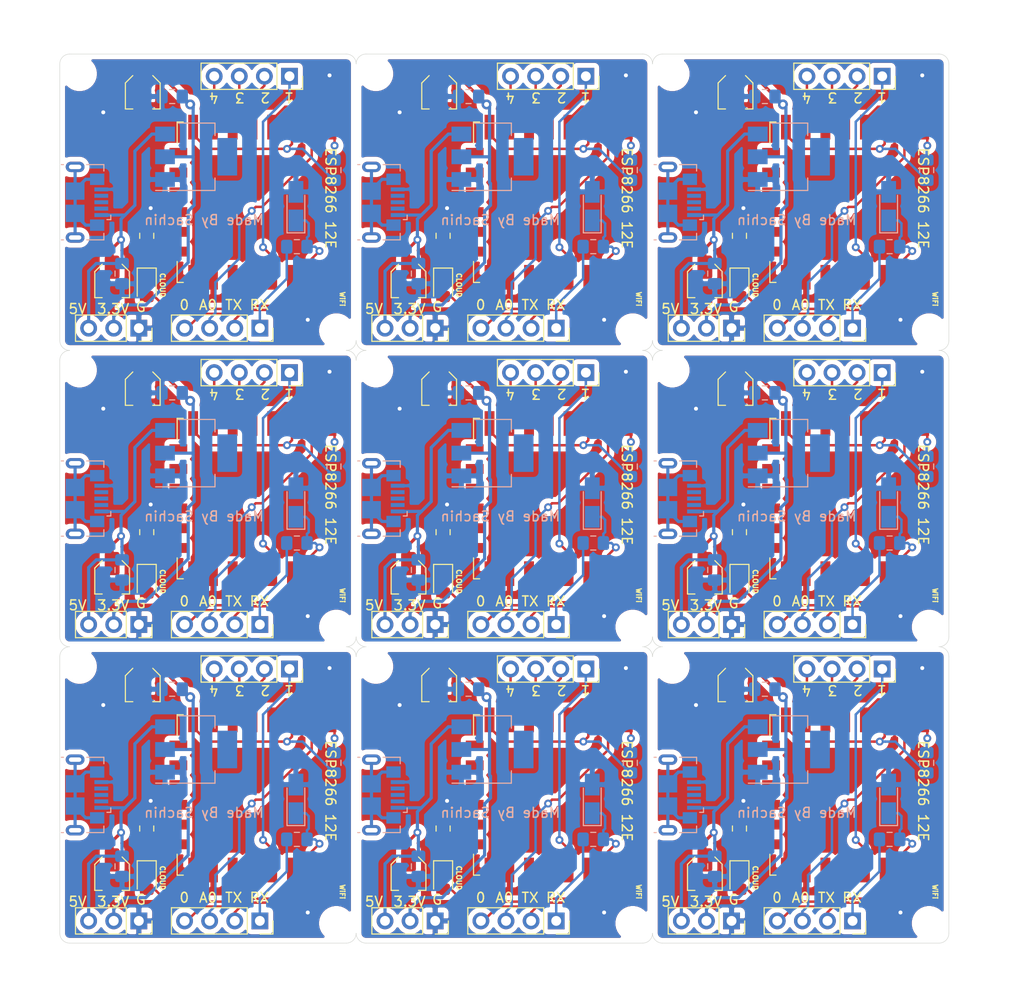
<source format=kicad_pcb>
(kicad_pcb (version 20171130) (host pcbnew 5.1.9+dfsg1-1+deb11u1)
  (title_block (title "bolt Pcb") (date 2022-07-23) (rev 1.0))
  (layers (0 F.Cu signal) (31 B.Cu signal) (34 B.Paste user) (35 F.Paste user) (36 B.SilkS user) (37 F.SilkS user) (38 B.Mask user) (39 F.Mask user) (44 Edge.Cuts user))
  (net 0 "")
  (net 1 GND)
  (net 2 +5V)
  (net 3 +3V3)
  (net 4 "Net-(D1-Pad2)")
  (net 5 "Net-(D1-Pad1)")
  (net 6 "Net-(D2-Pad1)")
  (net 7 "Net-(J1-Pad6)")
  (net 8 "Net-(J1-Pad3)")
  (net 9 "Net-(J1-Pad4)")
  (net 10 "Net-(J1-Pad2)")
  (net 11 /4)
  (net 12 /3)
  (net 13 /2)
  (net 14 /1)
  (net 15 /0)
  (net 16 /A0)
  (net 17 /TX)
  (net 18 /RX)
  (net 19 /RESET)
  (net 20 "Net-(U2-Pad17)")
  (net 21 "Net-(U2-Pad14)")
  (net 22 "Net-(U2-Pad13)")
  (net 23 "Net-(U2-Pad12)")
  (net 24 "Net-(U2-Pad11)")
  (net 25 "Net-(U2-Pad10)")
  (net 26 "Net-(U2-Pad9)")
  (module Connector_PinSocket_2.54mm:PinSocket_1x04_P2.54mm_Vertical (layer F.Cu) (at 101.03 80.03 270)
    (fp_text reference J2 hide)
    (fp_text value Conn_01x04_Female)
    (pad 4 thru_hole oval (at 0 7.62 270) (size 1.7 1.7) (drill 1) (layers *.Cu *.Mask))
    (pad 3 thru_hole oval (at 0 5.08 270) (size 1.7 1.7) (drill 1) (layers *.Cu *.Mask))
    (pad 2 thru_hole oval (at 0 2.54 270) (size 1.7 1.7) (drill 1) (layers *.Cu *.Mask))
    (pad 1 thru_hole rect (at 0 0 270) (size 1.7 1.7) (drill 1) (layers *.Cu *.Mask))
  )
  (module Package_TO_SOT_SMD:SOT-223 (layer B.Cu) (at 91.58 58.18)
    (fp_text reference U1 hide)
    (fp_text value LM1117-3.3)
    (pad 1 smd rect (at -3.15 2.3) (size 2 1.5) (layers B.Cu B.Paste B.Mask))
    (pad 3 smd rect (at -3.15 -2.3) (size 2 1.5) (layers B.Cu B.Paste B.Mask))
    (pad 2 smd rect (at -3.15 0) (size 2 1.5) (layers B.Cu B.Paste B.Mask))
    (pad 4 smd rect (at 3.15 0) (size 2 3.8) (layers B.Cu B.Paste B.Mask))
  )
  (module Capacitor_SMD:C_Elec_3x5.4 (layer F.Cu) (at 83.08 70.68 270)
    (fp_text reference C2 hide)
    (fp_text value 10uF/25V)
    (pad 2 smd roundrect (at 1.325 0 270) (size 2.35 1.5) (layers F.Cu F.Paste F.Mask) (roundrect_rratio 0.166667))
    (pad 1 smd roundrect (at -1.325 0 270) (size 2.35 1.5) (layers F.Cu F.Paste F.Mask) (roundrect_rratio 0.166667))
  )
  (module RF_Module:ESP-12E (layer F.Cu) (at 101.78 62.78 270)
    (fp_text reference U2 hide)
    (fp_text value ESP-12E)
    (pad 22 smd rect (at 7.6 -3.5 270) (size 2.5 1) (layers F.Cu F.Paste F.Mask))
    (pad 21 smd rect (at 7.6 -1.5 270) (size 2.5 1) (layers F.Cu F.Paste F.Mask))
    (pad 20 smd rect (at 7.6 0.5 270) (size 2.5 1) (layers F.Cu F.Paste F.Mask))
    (pad 19 smd rect (at 7.6 2.5 270) (size 2.5 1) (layers F.Cu F.Paste F.Mask))
    (pad 18 smd rect (at 7.6 4.5 270) (size 2.5 1) (layers F.Cu F.Paste F.Mask))
    (pad 17 smd rect (at 7.6 6.5 270) (size 2.5 1) (layers F.Cu F.Paste F.Mask))
    (pad 16 smd rect (at 7.6 8.5 270) (size 2.5 1) (layers F.Cu F.Paste F.Mask))
    (pad 15 smd rect (at 7.6 10.5 270) (size 2.5 1) (layers F.Cu F.Paste F.Mask))
    (pad 14 smd rect (at 5 12 270) (size 1 1.8) (layers F.Cu F.Paste F.Mask))
    (pad 13 smd rect (at 3 12 270) (size 1 1.8) (layers F.Cu F.Paste F.Mask))
    (pad 12 smd rect (at 1 12 270) (size 1 1.8) (layers F.Cu F.Paste F.Mask))
    (pad 11 smd rect (at -1 12 270) (size 1 1.8) (layers F.Cu F.Paste F.Mask))
    (pad 10 smd rect (at -3 12 270) (size 1 1.8) (layers F.Cu F.Paste F.Mask))
    (pad 9 smd rect (at -5 12 270) (size 1 1.8) (layers F.Cu F.Paste F.Mask))
    (pad 8 smd rect (at -7.6 10.5 270) (size 2.5 1) (layers F.Cu F.Paste F.Mask))
    (pad 7 smd rect (at -7.6 8.5 270) (size 2.5 1) (layers F.Cu F.Paste F.Mask))
    (pad 6 smd rect (at -7.6 6.5 270) (size 2.5 1) (layers F.Cu F.Paste F.Mask))
    (pad 5 smd rect (at -7.6 4.5 270) (size 2.5 1) (layers F.Cu F.Paste F.Mask))
    (pad 4 smd rect (at -7.6 2.5 270) (size 2.5 1) (layers F.Cu F.Paste F.Mask))
    (pad 3 smd rect (at -7.6 0.5 270) (size 2.5 1) (layers F.Cu F.Paste F.Mask))
    (pad 2 smd rect (at -7.6 -1.5 270) (size 2.5 1) (layers F.Cu F.Paste F.Mask))
    (pad 1 smd rect (at -7.6 -3.5 270) (size 2.5 1) (layers F.Cu F.Paste F.Mask))
  )
  (module Connector_PinSocket_2.54mm:PinSocket_1x03_P2.54mm_Vertical (layer F.Cu) (at 85.78 75.53 270)
    (fp_text reference J4 hide)
    (fp_text value Conn_01x03_Female)
    (pad 3 thru_hole oval (at 0 5.08 270) (size 1.7 1.7) (drill 1) (layers *.Cu *.Mask))
    (pad 2 thru_hole oval (at 0 2.54 270) (size 1.7 1.7) (drill 1) (layers *.Cu *.Mask))
    (pad 1 thru_hole rect (at 0 0 270) (size 1.7 1.7) (drill 1) (layers *.Cu *.Mask))
  )
  (module Diode_SMD:D_MicroMELF_Hadsoldering (layer B.Cu) (at 101.68 63.18 90)
    (fp_text reference D2 hide)
    (fp_text value 5.1V)
    (pad 2 smd rect (at 1.45 0 90) (size 2.2 1.5) (layers B.Cu B.Paste B.Mask))
    (pad 1 smd rect (at -1.45 0 90) (size 2.2 1.5) (layers B.Cu B.Paste B.Mask))
  )
  (module Resistor_SMD:R_0805_2012Metric_Pad1.15x1.40mm_HandSolder (layer B.Cu) (at 105.53 59.53 270)
    (fp_text reference R1 hide)
    (fp_text value 1K)
    (pad 2 smd roundrect (at 1.025 0 270) (size 1.15 1.4) (layers B.Cu B.Paste B.Mask) (roundrect_rratio 0.217391))
    (pad 1 smd roundrect (at -1.025 0 270) (size 1.15 1.4) (layers B.Cu B.Paste B.Mask) (roundrect_rratio 0.217391))
  )
  (module Diode_SMD:D_MicroMELF_Hadsoldering (layer B.Cu) (at 101.68 93.18 90)
    (fp_text reference D2 hide)
    (fp_text value 5.1V)
    (pad 2 smd rect (at 1.45 0 90) (size 2.2 1.5) (layers B.Cu B.Paste B.Mask))
    (pad 1 smd rect (at -1.45 0 90) (size 2.2 1.5) (layers B.Cu B.Paste B.Mask))
  )
  (module LED_SMD:LED_0805_2012Metric_Pad1.15x1.40mm_HandSolder (layer F.Cu) (at 86.58 71.305 270)
    (fp_text reference D1 hide)
    (fp_text value "CLOUD Green LED")
    (pad 2 smd roundrect (at 1.025 0 270) (size 1.15 1.4) (layers F.Cu F.Paste F.Mask) (roundrect_rratio 0.217391))
    (pad 1 smd roundrect (at -1.025 0 270) (size 1.15 1.4) (layers F.Cu F.Paste F.Mask) (roundrect_rratio 0.217391))
  )
  (module Capacitor_SMD:C_0805_2012Metric_Pad1.15x1.40mm_HandSolder (layer B.Cu) (at 89.155 82.08)
    (fp_text reference C4 hide)
    (fp_text value 100nF)
    (pad 2 smd roundrect (at 1.025 0) (size 1.15 1.4) (layers B.Cu B.Paste B.Mask) (roundrect_rratio 0.217391))
    (pad 1 smd roundrect (at -1.025 0) (size 1.15 1.4) (layers B.Cu B.Paste B.Mask) (roundrect_rratio 0.217391))
  )
  (module MountingHole:MountingHole_2.5mm (layer F.Cu) (at 105.78 75.78)
    (fp_text reference REF** hide)
    (fp_text value MountingHole_2.5mm)
    (pad 1 np_thru_hole circle (at 0 0) (size 2.5 2.5) (drill 2.5) (layers *.Cu *.Mask))
  )
  (module MountingHole:MountingHole_2.5mm (layer F.Cu) (at 79.78 79.78)
    (fp_text reference REF** hide)
    (fp_text value MountingHole_2.5mm)
    (pad "" np_thru_hole circle (at 0 0) (size 2.5 2.5) (drill 2.5) (layers *.Cu *.Mask))
  )
  (module Package_TO_SOT_SMD:SOT-223 (layer B.Cu) (at 91.58 88.18)
    (fp_text reference U1 hide)
    (fp_text value LM1117-3.3)
    (pad 1 smd rect (at -3.15 2.3) (size 2 1.5) (layers B.Cu B.Paste B.Mask))
    (pad 3 smd rect (at -3.15 -2.3) (size 2 1.5) (layers B.Cu B.Paste B.Mask))
    (pad 2 smd rect (at -3.15 0) (size 2 1.5) (layers B.Cu B.Paste B.Mask))
    (pad 4 smd rect (at 3.15 0) (size 2 3.8) (layers B.Cu B.Paste B.Mask))
  )
  (module Connector_PinSocket_2.54mm:PinSocket_1x04_P2.54mm_Vertical (layer F.Cu) (at 98.03 75.53 270)
    (fp_text reference J3 hide)
    (fp_text value Conn_01x04_Female)
    (pad 4 thru_hole oval (at 0 7.62 270) (size 1.7 1.7) (drill 1) (layers *.Cu *.Mask))
    (pad 3 thru_hole oval (at 0 5.08 270) (size 1.7 1.7) (drill 1) (layers *.Cu *.Mask))
    (pad 2 thru_hole oval (at 0 2.54 270) (size 1.7 1.7) (drill 1) (layers *.Cu *.Mask))
    (pad 1 thru_hole rect (at 0 0 270) (size 1.7 1.7) (drill 1) (layers *.Cu *.Mask))
  )
  (module Capacitor_SMD:C_0805_2012Metric_Pad1.15x1.40mm_HandSolder (layer B.Cu) (at 84.08 70.005 270)
    (fp_text reference C1 hide)
    (fp_text value 100nF)
    (pad 2 smd roundrect (at 1.025 0 270) (size 1.15 1.4) (layers B.Cu B.Paste B.Mask) (roundrect_rratio 0.217391))
    (pad 1 smd roundrect (at -1.025 0 270) (size 1.15 1.4) (layers B.Cu B.Paste B.Mask) (roundrect_rratio 0.217391))
  )
  (module Capacitor_SMD:C_Elec_3x5.4 (layer F.Cu) (at 86.18 81.58 270)
    (fp_text reference C3 hide)
    (fp_text value 22uF/16V)
    (pad 2 smd roundrect (at 1.325 0 270) (size 2.35 1.5) (layers F.Cu F.Paste F.Mask) (roundrect_rratio 0.166667))
    (pad 1 smd roundrect (at -1.325 0 270) (size 2.35 1.5) (layers F.Cu F.Paste F.Mask) (roundrect_rratio 0.166667))
  )
  (module MountingHole:MountingHole_2.5mm (layer F.Cu) (at 79.78 49.78)
    (fp_text reference REF** hide)
    (fp_text value MountingHole_2.5mm)
    (pad "" np_thru_hole circle (at 0 0) (size 2.5 2.5) (drill 2.5) (layers *.Cu *.Mask))
  )
  (module LED_SMD:LED_0805_2012Metric_Pad1.15x1.40mm_HandSolder (layer F.Cu) (at 86.58 101.305 270)
    (fp_text reference D1 hide)
    (fp_text value "CLOUD Green LED")
    (pad 2 smd roundrect (at 1.025 0 270) (size 1.15 1.4) (layers F.Cu F.Paste F.Mask) (roundrect_rratio 0.217391))
    (pad 1 smd roundrect (at -1.025 0 270) (size 1.15 1.4) (layers F.Cu F.Paste F.Mask) (roundrect_rratio 0.217391))
  )
  (module Connector_PinSocket_2.54mm:PinSocket_1x03_P2.54mm_Vertical (layer F.Cu) (at 85.78 105.53 270)
    (fp_text reference J4 hide)
    (fp_text value Conn_01x03_Female)
    (pad 3 thru_hole oval (at 0 5.08 270) (size 1.7 1.7) (drill 1) (layers *.Cu *.Mask))
    (pad 2 thru_hole oval (at 0 2.54 270) (size 1.7 1.7) (drill 1) (layers *.Cu *.Mask))
    (pad 1 thru_hole rect (at 0 0 270) (size 1.7 1.7) (drill 1) (layers *.Cu *.Mask))
  )
  (module RF_Module:ESP-12E (layer F.Cu) (at 101.78 92.78 270)
    (fp_text reference U2 hide)
    (fp_text value ESP-12E)
    (pad 22 smd rect (at 7.6 -3.5 270) (size 2.5 1) (layers F.Cu F.Paste F.Mask))
    (pad 21 smd rect (at 7.6 -1.5 270) (size 2.5 1) (layers F.Cu F.Paste F.Mask))
    (pad 20 smd rect (at 7.6 0.5 270) (size 2.5 1) (layers F.Cu F.Paste F.Mask))
    (pad 19 smd rect (at 7.6 2.5 270) (size 2.5 1) (layers F.Cu F.Paste F.Mask))
    (pad 18 smd rect (at 7.6 4.5 270) (size 2.5 1) (layers F.Cu F.Paste F.Mask))
    (pad 17 smd rect (at 7.6 6.5 270) (size 2.5 1) (layers F.Cu F.Paste F.Mask))
    (pad 16 smd rect (at 7.6 8.5 270) (size 2.5 1) (layers F.Cu F.Paste F.Mask))
    (pad 15 smd rect (at 7.6 10.5 270) (size 2.5 1) (layers F.Cu F.Paste F.Mask))
    (pad 14 smd rect (at 5 12 270) (size 1 1.8) (layers F.Cu F.Paste F.Mask))
    (pad 13 smd rect (at 3 12 270) (size 1 1.8) (layers F.Cu F.Paste F.Mask))
    (pad 12 smd rect (at 1 12 270) (size 1 1.8) (layers F.Cu F.Paste F.Mask))
    (pad 11 smd rect (at -1 12 270) (size 1 1.8) (layers F.Cu F.Paste F.Mask))
    (pad 10 smd rect (at -3 12 270) (size 1 1.8) (layers F.Cu F.Paste F.Mask))
    (pad 9 smd rect (at -5 12 270) (size 1 1.8) (layers F.Cu F.Paste F.Mask))
    (pad 8 smd rect (at -7.6 10.5 270) (size 2.5 1) (layers F.Cu F.Paste F.Mask))
    (pad 7 smd rect (at -7.6 8.5 270) (size 2.5 1) (layers F.Cu F.Paste F.Mask))
    (pad 6 smd rect (at -7.6 6.5 270) (size 2.5 1) (layers F.Cu F.Paste F.Mask))
    (pad 5 smd rect (at -7.6 4.5 270) (size 2.5 1) (layers F.Cu F.Paste F.Mask))
    (pad 4 smd rect (at -7.6 2.5 270) (size 2.5 1) (layers F.Cu F.Paste F.Mask))
    (pad 3 smd rect (at -7.6 0.5 270) (size 2.5 1) (layers F.Cu F.Paste F.Mask))
    (pad 2 smd rect (at -7.6 -1.5 270) (size 2.5 1) (layers F.Cu F.Paste F.Mask))
    (pad 1 smd rect (at -7.6 -3.5 270) (size 2.5 1) (layers F.Cu F.Paste F.Mask))
  )
  (module MountingHole:MountingHole_2.5mm (layer F.Cu) (at 105.78 105.78)
    (fp_text reference REF** hide)
    (fp_text value MountingHole_2.5mm)
    (pad 1 np_thru_hole circle (at 0 0) (size 2.5 2.5) (drill 2.5) (layers *.Cu *.Mask))
  )
  (module Capacitor_SMD:C_0805_2012Metric_Pad1.15x1.40mm_HandSolder (layer B.Cu) (at 84.08 100.005 270)
    (fp_text reference C1 hide)
    (fp_text value 100nF)
    (pad 2 smd roundrect (at 1.025 0 270) (size 1.15 1.4) (layers B.Cu B.Paste B.Mask) (roundrect_rratio 0.217391))
    (pad 1 smd roundrect (at -1.025 0 270) (size 1.15 1.4) (layers B.Cu B.Paste B.Mask) (roundrect_rratio 0.217391))
  )
  (module Resistor_SMD:R_0805_2012Metric_Pad1.15x1.40mm_HandSolder (layer B.Cu) (at 105.53 89.53 270)
    (fp_text reference R1 hide)
    (fp_text value 1K)
    (pad 2 smd roundrect (at 1.025 0 270) (size 1.15 1.4) (layers B.Cu B.Paste B.Mask) (roundrect_rratio 0.217391))
    (pad 1 smd roundrect (at -1.025 0 270) (size 1.15 1.4) (layers B.Cu B.Paste B.Mask) (roundrect_rratio 0.217391))
  )
  (module Connector_USB:USB_Micro-B_GCT_USB3076-30-A (layer B.Cu) (at 80.53 92.78 90)
    (fp_text reference J1 hide)
    (fp_text value USB_B_Micro)
    (pad 6 smd rect (at -2.32 1.03 90) (size 1.15 1.45) (layers B.Cu B.Paste B.Mask))
    (pad 6 smd rect (at 2.32 1.03 90) (size 1.15 1.45) (layers B.Cu B.Paste B.Mask))
    (pad 6 thru_hole oval (at 3.575 -1.2 90) (size 1.05 1.9) (drill oval 0.45 1.25) (layers *.Cu *.Mask))
    (pad 6 thru_hole oval (at -3.575 -1.2 270) (size 1.05 1.9) (drill oval 0.45 1.25) (layers *.Cu *.Mask))
    (pad 6 smd rect (at -1.125 -1.2 90) (size 1.75 1.9) (layers B.Cu B.Paste B.Mask))
    (pad 3 smd rect (at 0 1.45 90) (size 0.4 1.4) (layers B.Cu B.Paste B.Mask))
    (pad 4 smd rect (at 0.65 1.45 90) (size 0.4 1.4) (layers B.Cu B.Paste B.Mask))
    (pad 5 smd rect (at 1.3 1.45 90) (size 0.4 1.4) (layers B.Cu B.Paste B.Mask))
    (pad 1 smd rect (at -1.3 1.45 90) (size 0.4 1.4) (layers B.Cu B.Paste B.Mask))
    (pad 2 smd rect (at -0.65 1.45 90) (size 0.4 1.4) (layers B.Cu B.Paste B.Mask))
    (pad 6 smd rect (at 1.125 -1.2 90) (size 1.75 1.9) (layers B.Cu B.Paste B.Mask))
  )
  (module Resistor_SMD:R_0805_2012Metric_Pad1.15x1.40mm_HandSolder (layer B.Cu) (at 101.78 97.28)
    (fp_text reference R3 hide)
    (fp_text value " 1K")
    (pad 2 smd roundrect (at 1.025 0) (size 1.15 1.4) (layers B.Cu B.Paste B.Mask) (roundrect_rratio 0.217391))
    (pad 1 smd roundrect (at -1.025 0) (size 1.15 1.4) (layers B.Cu B.Paste B.Mask) (roundrect_rratio 0.217391))
  )
  (module Resistor_SMD:R_0805_2012Metric_Pad1.15x1.40mm_HandSolder (layer F.Cu) (at 86.58 96.18 270)
    (fp_text reference R2 hide)
    (fp_text value " 1.5K/3.3K")
    (pad 2 smd roundrect (at 1.025 0 270) (size 1.15 1.4) (layers F.Cu F.Paste F.Mask) (roundrect_rratio 0.217391))
    (pad 1 smd roundrect (at -1.025 0 270) (size 1.15 1.4) (layers F.Cu F.Paste F.Mask) (roundrect_rratio 0.217391))
  )
  (module Connector_PinSocket_2.54mm:PinSocket_1x04_P2.54mm_Vertical (layer F.Cu) (at 101.03 50.03 270)
    (fp_text reference J2 hide)
    (fp_text value Conn_01x04_Female)
    (pad 4 thru_hole oval (at 0 7.62 270) (size 1.7 1.7) (drill 1) (layers *.Cu *.Mask))
    (pad 3 thru_hole oval (at 0 5.08 270) (size 1.7 1.7) (drill 1) (layers *.Cu *.Mask))
    (pad 2 thru_hole oval (at 0 2.54 270) (size 1.7 1.7) (drill 1) (layers *.Cu *.Mask))
    (pad 1 thru_hole rect (at 0 0 270) (size 1.7 1.7) (drill 1) (layers *.Cu *.Mask))
  )
  (module Diode_SMD:D_MicroMELF_Hadsoldering (layer B.Cu) (at 101.68 33.18 90)
    (fp_text reference D2 hide)
    (fp_text value 5.1V)
    (pad 1 smd rect (at -1.45 0 90) (size 2.2 1.5) (layers B.Cu B.Paste B.Mask))
    (pad 2 smd rect (at 1.45 0 90) (size 2.2 1.5) (layers B.Cu B.Paste B.Mask))
  )
  (module Resistor_SMD:R_0805_2012Metric_Pad1.15x1.40mm_HandSolder (layer F.Cu) (at 86.58 36.18 270)
    (fp_text reference R2 hide)
    (fp_text value " 1.5K/3.3K")
    (pad 1 smd roundrect (at -1.025 0 270) (size 1.15 1.4) (layers F.Cu F.Paste F.Mask) (roundrect_rratio 0.217391))
    (pad 2 smd roundrect (at 1.025 0 270) (size 1.15 1.4) (layers F.Cu F.Paste F.Mask) (roundrect_rratio 0.217391))
  )
  (module MountingHole:MountingHole_2.5mm (layer F.Cu) (at 79.78 19.78)
    (fp_text reference REF** hide)
    (fp_text value MountingHole_2.5mm)
    (pad "" np_thru_hole circle (at 0 0) (size 2.5 2.5) (drill 2.5) (layers *.Cu *.Mask))
  )
  (module Capacitor_SMD:C_Elec_3x5.4 (layer F.Cu) (at 86.18 21.58 270)
    (fp_text reference C3 hide)
    (fp_text value 22uF/16V)
    (pad 1 smd roundrect (at -1.325 0 270) (size 2.35 1.5) (layers F.Cu F.Paste F.Mask) (roundrect_rratio 0.166667))
    (pad 2 smd roundrect (at 1.325 0 270) (size 2.35 1.5) (layers F.Cu F.Paste F.Mask) (roundrect_rratio 0.166667))
  )
  (module Capacitor_SMD:C_Elec_3x5.4 (layer F.Cu) (at 83.08 40.68 270)
    (fp_text reference C2 hide)
    (fp_text value 10uF/25V)
    (pad 1 smd roundrect (at -1.325 0 270) (size 2.35 1.5) (layers F.Cu F.Paste F.Mask) (roundrect_rratio 0.166667))
    (pad 2 smd roundrect (at 1.325 0 270) (size 2.35 1.5) (layers F.Cu F.Paste F.Mask) (roundrect_rratio 0.166667))
  )
  (module Capacitor_SMD:C_0805_2012Metric_Pad1.15x1.40mm_HandSolder (layer B.Cu) (at 89.155 22.08)
    (fp_text reference C4 hide)
    (fp_text value 100nF)
    (pad 1 smd roundrect (at -1.025 0) (size 1.15 1.4) (layers B.Cu B.Paste B.Mask) (roundrect_rratio 0.217391))
    (pad 2 smd roundrect (at 1.025 0) (size 1.15 1.4) (layers B.Cu B.Paste B.Mask) (roundrect_rratio 0.217391))
  )
  (module Connector_PinSocket_2.54mm:PinSocket_1x04_P2.54mm_Vertical (layer F.Cu) (at 98.03 45.53 270)
    (fp_text reference J3 hide)
    (fp_text value Conn_01x04_Female)
    (pad 1 thru_hole rect (at 0 0 270) (size 1.7 1.7) (drill 1) (layers *.Cu *.Mask))
    (pad 2 thru_hole oval (at 0 2.54 270) (size 1.7 1.7) (drill 1) (layers *.Cu *.Mask))
    (pad 3 thru_hole oval (at 0 5.08 270) (size 1.7 1.7) (drill 1) (layers *.Cu *.Mask))
    (pad 4 thru_hole oval (at 0 7.62 270) (size 1.7 1.7) (drill 1) (layers *.Cu *.Mask))
  )
  (module Connector_PinSocket_2.54mm:PinSocket_1x04_P2.54mm_Vertical (layer F.Cu) (at 101.03 20.03 270)
    (fp_text reference J2 hide)
    (fp_text value Conn_01x04_Female)
    (pad 1 thru_hole rect (at 0 0 270) (size 1.7 1.7) (drill 1) (layers *.Cu *.Mask))
    (pad 2 thru_hole oval (at 0 2.54 270) (size 1.7 1.7) (drill 1) (layers *.Cu *.Mask))
    (pad 3 thru_hole oval (at 0 5.08 270) (size 1.7 1.7) (drill 1) (layers *.Cu *.Mask))
    (pad 4 thru_hole oval (at 0 7.62 270) (size 1.7 1.7) (drill 1) (layers *.Cu *.Mask))
  )
  (module Resistor_SMD:R_0805_2012Metric_Pad1.15x1.40mm_HandSolder (layer B.Cu) (at 101.78 37.28)
    (fp_text reference R3 hide)
    (fp_text value " 1K")
    (pad 1 smd roundrect (at -1.025 0) (size 1.15 1.4) (layers B.Cu B.Paste B.Mask) (roundrect_rratio 0.217391))
    (pad 2 smd roundrect (at 1.025 0) (size 1.15 1.4) (layers B.Cu B.Paste B.Mask) (roundrect_rratio 0.217391))
  )
  (module Package_TO_SOT_SMD:SOT-223 (layer B.Cu) (at 91.58 28.18)
    (fp_text reference U1 hide)
    (fp_text value LM1117-3.3)
    (pad 4 smd rect (at 3.15 0) (size 2 3.8) (layers B.Cu B.Paste B.Mask))
    (pad 2 smd rect (at -3.15 0) (size 2 1.5) (layers B.Cu B.Paste B.Mask))
    (pad 3 smd rect (at -3.15 -2.3) (size 2 1.5) (layers B.Cu B.Paste B.Mask))
    (pad 1 smd rect (at -3.15 2.3) (size 2 1.5) (layers B.Cu B.Paste B.Mask))
  )
  (module Connector_USB:USB_Micro-B_GCT_USB3076-30-A (layer B.Cu) (at 80.53 32.78 90)
    (fp_text reference J1 hide)
    (fp_text value USB_B_Micro)
    (pad 6 smd rect (at 1.125 -1.2 90) (size 1.75 1.9) (layers B.Cu B.Paste B.Mask))
    (pad 2 smd rect (at -0.65 1.45 90) (size 0.4 1.4) (layers B.Cu B.Paste B.Mask))
    (pad 1 smd rect (at -1.3 1.45 90) (size 0.4 1.4) (layers B.Cu B.Paste B.Mask))
    (pad 5 smd rect (at 1.3 1.45 90) (size 0.4 1.4) (layers B.Cu B.Paste B.Mask))
    (pad 4 smd rect (at 0.65 1.45 90) (size 0.4 1.4) (layers B.Cu B.Paste B.Mask))
    (pad 3 smd rect (at 0 1.45 90) (size 0.4 1.4) (layers B.Cu B.Paste B.Mask))
    (pad 6 smd rect (at -1.125 -1.2 90) (size 1.75 1.9) (layers B.Cu B.Paste B.Mask))
    (pad 6 thru_hole oval (at -3.575 -1.2 270) (size 1.05 1.9) (drill oval 0.45 1.25) (layers *.Cu *.Mask))
    (pad 6 thru_hole oval (at 3.575 -1.2 90) (size 1.05 1.9) (drill oval 0.45 1.25) (layers *.Cu *.Mask))
    (pad 6 smd rect (at 2.32 1.03 90) (size 1.15 1.45) (layers B.Cu B.Paste B.Mask))
    (pad 6 smd rect (at -2.32 1.03 90) (size 1.15 1.45) (layers B.Cu B.Paste B.Mask))
  )
  (module Capacitor_SMD:C_0805_2012Metric_Pad1.15x1.40mm_HandSolder (layer B.Cu) (at 84.08 40.005 270)
    (fp_text reference C1 hide)
    (fp_text value 100nF)
    (pad 1 smd roundrect (at -1.025 0 270) (size 1.15 1.4) (layers B.Cu B.Paste B.Mask) (roundrect_rratio 0.217391))
    (pad 2 smd roundrect (at 1.025 0 270) (size 1.15 1.4) (layers B.Cu B.Paste B.Mask) (roundrect_rratio 0.217391))
  )
  (module LED_SMD:LED_0805_2012Metric_Pad1.15x1.40mm_HandSolder (layer F.Cu) (at 86.58 41.305 270)
    (fp_text reference D1 hide)
    (fp_text value "CLOUD Green LED")
    (pad 1 smd roundrect (at -1.025 0 270) (size 1.15 1.4) (layers F.Cu F.Paste F.Mask) (roundrect_rratio 0.217391))
    (pad 2 smd roundrect (at 1.025 0 270) (size 1.15 1.4) (layers F.Cu F.Paste F.Mask) (roundrect_rratio 0.217391))
  )
  (module MountingHole:MountingHole_2.5mm (layer F.Cu) (at 105.78 45.78)
    (fp_text reference REF** hide)
    (fp_text value MountingHole_2.5mm)
    (pad 1 np_thru_hole circle (at 0 0) (size 2.5 2.5) (drill 2.5) (layers *.Cu *.Mask))
  )
  (module Resistor_SMD:R_0805_2012Metric_Pad1.15x1.40mm_HandSolder (layer B.Cu) (at 105.53 29.53 270)
    (fp_text reference R1 hide)
    (fp_text value 1K)
    (pad 1 smd roundrect (at -1.025 0 270) (size 1.15 1.4) (layers B.Cu B.Paste B.Mask) (roundrect_rratio 0.217391))
    (pad 2 smd roundrect (at 1.025 0 270) (size 1.15 1.4) (layers B.Cu B.Paste B.Mask) (roundrect_rratio 0.217391))
  )
  (module Connector_PinSocket_2.54mm:PinSocket_1x03_P2.54mm_Vertical (layer F.Cu) (at 85.78 45.53 270)
    (fp_text reference J4 hide)
    (fp_text value Conn_01x03_Female)
    (pad 1 thru_hole rect (at 0 0 270) (size 1.7 1.7) (drill 1) (layers *.Cu *.Mask))
    (pad 2 thru_hole oval (at 0 2.54 270) (size 1.7 1.7) (drill 1) (layers *.Cu *.Mask))
    (pad 3 thru_hole oval (at 0 5.08 270) (size 1.7 1.7) (drill 1) (layers *.Cu *.Mask))
  )
  (module Connector_PinSocket_2.54mm:PinSocket_1x04_P2.54mm_Vertical (layer F.Cu) (at 98.03 105.53 270)
    (fp_text reference J3 hide)
    (fp_text value Conn_01x04_Female)
    (pad 4 thru_hole oval (at 0 7.62 270) (size 1.7 1.7) (drill 1) (layers *.Cu *.Mask))
    (pad 3 thru_hole oval (at 0 5.08 270) (size 1.7 1.7) (drill 1) (layers *.Cu *.Mask))
    (pad 2 thru_hole oval (at 0 2.54 270) (size 1.7 1.7) (drill 1) (layers *.Cu *.Mask))
    (pad 1 thru_hole rect (at 0 0 270) (size 1.7 1.7) (drill 1) (layers *.Cu *.Mask))
  )
  (module Capacitor_SMD:C_0805_2012Metric_Pad1.15x1.40mm_HandSolder (layer B.Cu) (at 89.155 52.08)
    (fp_text reference C4 hide)
    (fp_text value 100nF)
    (pad 2 smd roundrect (at 1.025 0) (size 1.15 1.4) (layers B.Cu B.Paste B.Mask) (roundrect_rratio 0.217391))
    (pad 1 smd roundrect (at -1.025 0) (size 1.15 1.4) (layers B.Cu B.Paste B.Mask) (roundrect_rratio 0.217391))
  )
  (module Capacitor_SMD:C_Elec_3x5.4 (layer F.Cu) (at 83.08 100.68 270)
    (fp_text reference C2 hide)
    (fp_text value 10uF/25V)
    (pad 2 smd roundrect (at 1.325 0 270) (size 2.35 1.5) (layers F.Cu F.Paste F.Mask) (roundrect_rratio 0.166667))
    (pad 1 smd roundrect (at -1.325 0 270) (size 2.35 1.5) (layers F.Cu F.Paste F.Mask) (roundrect_rratio 0.166667))
  )
  (module RF_Module:ESP-12E (layer F.Cu) (at 101.78 32.78 270)
    (fp_text reference U2 hide)
    (fp_text value ESP-12E)
    (pad 1 smd rect (at -7.6 -3.5 270) (size 2.5 1) (layers F.Cu F.Paste F.Mask))
    (pad 2 smd rect (at -7.6 -1.5 270) (size 2.5 1) (layers F.Cu F.Paste F.Mask))
    (pad 3 smd rect (at -7.6 0.5 270) (size 2.5 1) (layers F.Cu F.Paste F.Mask))
    (pad 4 smd rect (at -7.6 2.5 270) (size 2.5 1) (layers F.Cu F.Paste F.Mask))
    (pad 5 smd rect (at -7.6 4.5 270) (size 2.5 1) (layers F.Cu F.Paste F.Mask))
    (pad 6 smd rect (at -7.6 6.5 270) (size 2.5 1) (layers F.Cu F.Paste F.Mask))
    (pad 7 smd rect (at -7.6 8.5 270) (size 2.5 1) (layers F.Cu F.Paste F.Mask))
    (pad 8 smd rect (at -7.6 10.5 270) (size 2.5 1) (layers F.Cu F.Paste F.Mask))
    (pad 9 smd rect (at -5 12 270) (size 1 1.8) (layers F.Cu F.Paste F.Mask))
    (pad 10 smd rect (at -3 12 270) (size 1 1.8) (layers F.Cu F.Paste F.Mask))
    (pad 11 smd rect (at -1 12 270) (size 1 1.8) (layers F.Cu F.Paste F.Mask))
    (pad 12 smd rect (at 1 12 270) (size 1 1.8) (layers F.Cu F.Paste F.Mask))
    (pad 13 smd rect (at 3 12 270) (size 1 1.8) (layers F.Cu F.Paste F.Mask))
    (pad 14 smd rect (at 5 12 270) (size 1 1.8) (layers F.Cu F.Paste F.Mask))
    (pad 15 smd rect (at 7.6 10.5 270) (size 2.5 1) (layers F.Cu F.Paste F.Mask))
    (pad 16 smd rect (at 7.6 8.5 270) (size 2.5 1) (layers F.Cu F.Paste F.Mask))
    (pad 17 smd rect (at 7.6 6.5 270) (size 2.5 1) (layers F.Cu F.Paste F.Mask))
    (pad 18 smd rect (at 7.6 4.5 270) (size 2.5 1) (layers F.Cu F.Paste F.Mask))
    (pad 19 smd rect (at 7.6 2.5 270) (size 2.5 1) (layers F.Cu F.Paste F.Mask))
    (pad 20 smd rect (at 7.6 0.5 270) (size 2.5 1) (layers F.Cu F.Paste F.Mask))
    (pad 21 smd rect (at 7.6 -1.5 270) (size 2.5 1) (layers F.Cu F.Paste F.Mask))
    (pad 22 smd rect (at 7.6 -3.5 270) (size 2.5 1) (layers F.Cu F.Paste F.Mask))
  )
  (module Connector_USB:USB_Micro-B_GCT_USB3076-30-A (layer B.Cu) (at 80.53 62.78 90)
    (fp_text reference J1 hide)
    (fp_text value USB_B_Micro)
    (pad 6 smd rect (at -2.32 1.03 90) (size 1.15 1.45) (layers B.Cu B.Paste B.Mask))
    (pad 6 smd rect (at 2.32 1.03 90) (size 1.15 1.45) (layers B.Cu B.Paste B.Mask))
    (pad 6 thru_hole oval (at 3.575 -1.2 90) (size 1.05 1.9) (drill oval 0.45 1.25) (layers *.Cu *.Mask))
    (pad 6 thru_hole oval (at -3.575 -1.2 270) (size 1.05 1.9) (drill oval 0.45 1.25) (layers *.Cu *.Mask))
    (pad 6 smd rect (at -1.125 -1.2 90) (size 1.75 1.9) (layers B.Cu B.Paste B.Mask))
    (pad 3 smd rect (at 0 1.45 90) (size 0.4 1.4) (layers B.Cu B.Paste B.Mask))
    (pad 4 smd rect (at 0.65 1.45 90) (size 0.4 1.4) (layers B.Cu B.Paste B.Mask))
    (pad 5 smd rect (at 1.3 1.45 90) (size 0.4 1.4) (layers B.Cu B.Paste B.Mask))
    (pad 1 smd rect (at -1.3 1.45 90) (size 0.4 1.4) (layers B.Cu B.Paste B.Mask))
    (pad 2 smd rect (at -0.65 1.45 90) (size 0.4 1.4) (layers B.Cu B.Paste B.Mask))
    (pad 6 smd rect (at 1.125 -1.2 90) (size 1.75 1.9) (layers B.Cu B.Paste B.Mask))
  )
  (module Resistor_SMD:R_0805_2012Metric_Pad1.15x1.40mm_HandSolder (layer F.Cu) (at 86.58 66.18 270)
    (fp_text reference R2 hide)
    (fp_text value " 1.5K/3.3K")
    (pad 2 smd roundrect (at 1.025 0 270) (size 1.15 1.4) (layers F.Cu F.Paste F.Mask) (roundrect_rratio 0.217391))
    (pad 1 smd roundrect (at -1.025 0 270) (size 1.15 1.4) (layers F.Cu F.Paste F.Mask) (roundrect_rratio 0.217391))
  )
  (module Resistor_SMD:R_0805_2012Metric_Pad1.15x1.40mm_HandSolder (layer B.Cu) (at 101.78 67.28)
    (fp_text reference R3 hide)
    (fp_text value " 1K")
    (pad 2 smd roundrect (at 1.025 0) (size 1.15 1.4) (layers B.Cu B.Paste B.Mask) (roundrect_rratio 0.217391))
    (pad 1 smd roundrect (at -1.025 0) (size 1.15 1.4) (layers B.Cu B.Paste B.Mask) (roundrect_rratio 0.217391))
  )
  (module Capacitor_SMD:C_Elec_3x5.4 (layer F.Cu) (at 86.18 51.58 270)
    (fp_text reference C3 hide)
    (fp_text value 22uF/16V)
    (pad 2 smd roundrect (at 1.325 0 270) (size 2.35 1.5) (layers F.Cu F.Paste F.Mask) (roundrect_rratio 0.166667))
    (pad 1 smd roundrect (at -1.325 0 270) (size 2.35 1.5) (layers F.Cu F.Paste F.Mask) (roundrect_rratio 0.166667))
  )
  (module Connector_PinSocket_2.54mm:PinSocket_1x04_P2.54mm_Vertical (layer F.Cu) (at 71.03 80.03 270)
    (fp_text reference J2 hide)
    (fp_text value Conn_01x04_Female)
    (pad 4 thru_hole oval (at 0 7.62 270) (size 1.7 1.7) (drill 1) (layers *.Cu *.Mask))
    (pad 3 thru_hole oval (at 0 5.08 270) (size 1.7 1.7) (drill 1) (layers *.Cu *.Mask))
    (pad 2 thru_hole oval (at 0 2.54 270) (size 1.7 1.7) (drill 1) (layers *.Cu *.Mask))
    (pad 1 thru_hole rect (at 0 0 270) (size 1.7 1.7) (drill 1) (layers *.Cu *.Mask))
  )
  (module Package_TO_SOT_SMD:SOT-223 (layer B.Cu) (at 61.58 58.18)
    (fp_text reference U1 hide)
    (fp_text value LM1117-3.3)
    (pad 1 smd rect (at -3.15 2.3) (size 2 1.5) (layers B.Cu B.Paste B.Mask))
    (pad 3 smd rect (at -3.15 -2.3) (size 2 1.5) (layers B.Cu B.Paste B.Mask))
    (pad 2 smd rect (at -3.15 0) (size 2 1.5) (layers B.Cu B.Paste B.Mask))
    (pad 4 smd rect (at 3.15 0) (size 2 3.8) (layers B.Cu B.Paste B.Mask))
  )
  (module Capacitor_SMD:C_Elec_3x5.4 (layer F.Cu) (at 53.08 70.68 270)
    (fp_text reference C2 hide)
    (fp_text value 10uF/25V)
    (pad 2 smd roundrect (at 1.325 0 270) (size 2.35 1.5) (layers F.Cu F.Paste F.Mask) (roundrect_rratio 0.166667))
    (pad 1 smd roundrect (at -1.325 0 270) (size 2.35 1.5) (layers F.Cu F.Paste F.Mask) (roundrect_rratio 0.166667))
  )
  (module RF_Module:ESP-12E (layer F.Cu) (at 71.78 62.78 270)
    (fp_text reference U2 hide)
    (fp_text value ESP-12E)
    (pad 22 smd rect (at 7.6 -3.5 270) (size 2.5 1) (layers F.Cu F.Paste F.Mask))
    (pad 21 smd rect (at 7.6 -1.5 270) (size 2.5 1) (layers F.Cu F.Paste F.Mask))
    (pad 20 smd rect (at 7.6 0.5 270) (size 2.5 1) (layers F.Cu F.Paste F.Mask))
    (pad 19 smd rect (at 7.6 2.5 270) (size 2.5 1) (layers F.Cu F.Paste F.Mask))
    (pad 18 smd rect (at 7.6 4.5 270) (size 2.5 1) (layers F.Cu F.Paste F.Mask))
    (pad 17 smd rect (at 7.6 6.5 270) (size 2.5 1) (layers F.Cu F.Paste F.Mask))
    (pad 16 smd rect (at 7.6 8.5 270) (size 2.5 1) (layers F.Cu F.Paste F.Mask))
    (pad 15 smd rect (at 7.6 10.5 270) (size 2.5 1) (layers F.Cu F.Paste F.Mask))
    (pad 14 smd rect (at 5 12 270) (size 1 1.8) (layers F.Cu F.Paste F.Mask))
    (pad 13 smd rect (at 3 12 270) (size 1 1.8) (layers F.Cu F.Paste F.Mask))
    (pad 12 smd rect (at 1 12 270) (size 1 1.8) (layers F.Cu F.Paste F.Mask))
    (pad 11 smd rect (at -1 12 270) (size 1 1.8) (layers F.Cu F.Paste F.Mask))
    (pad 10 smd rect (at -3 12 270) (size 1 1.8) (layers F.Cu F.Paste F.Mask))
    (pad 9 smd rect (at -5 12 270) (size 1 1.8) (layers F.Cu F.Paste F.Mask))
    (pad 8 smd rect (at -7.6 10.5 270) (size 2.5 1) (layers F.Cu F.Paste F.Mask))
    (pad 7 smd rect (at -7.6 8.5 270) (size 2.5 1) (layers F.Cu F.Paste F.Mask))
    (pad 6 smd rect (at -7.6 6.5 270) (size 2.5 1) (layers F.Cu F.Paste F.Mask))
    (pad 5 smd rect (at -7.6 4.5 270) (size 2.5 1) (layers F.Cu F.Paste F.Mask))
    (pad 4 smd rect (at -7.6 2.5 270) (size 2.5 1) (layers F.Cu F.Paste F.Mask))
    (pad 3 smd rect (at -7.6 0.5 270) (size 2.5 1) (layers F.Cu F.Paste F.Mask))
    (pad 2 smd rect (at -7.6 -1.5 270) (size 2.5 1) (layers F.Cu F.Paste F.Mask))
    (pad 1 smd rect (at -7.6 -3.5 270) (size 2.5 1) (layers F.Cu F.Paste F.Mask))
  )
  (module Connector_PinSocket_2.54mm:PinSocket_1x03_P2.54mm_Vertical (layer F.Cu) (at 55.78 75.53 270)
    (fp_text reference J4 hide)
    (fp_text value Conn_01x03_Female)
    (pad 3 thru_hole oval (at 0 5.08 270) (size 1.7 1.7) (drill 1) (layers *.Cu *.Mask))
    (pad 2 thru_hole oval (at 0 2.54 270) (size 1.7 1.7) (drill 1) (layers *.Cu *.Mask))
    (pad 1 thru_hole rect (at 0 0 270) (size 1.7 1.7) (drill 1) (layers *.Cu *.Mask))
  )
  (module Diode_SMD:D_MicroMELF_Hadsoldering (layer B.Cu) (at 71.68 63.18 90)
    (fp_text reference D2 hide)
    (fp_text value 5.1V)
    (pad 2 smd rect (at 1.45 0 90) (size 2.2 1.5) (layers B.Cu B.Paste B.Mask))
    (pad 1 smd rect (at -1.45 0 90) (size 2.2 1.5) (layers B.Cu B.Paste B.Mask))
  )
  (module Resistor_SMD:R_0805_2012Metric_Pad1.15x1.40mm_HandSolder (layer B.Cu) (at 75.53 59.53 270)
    (fp_text reference R1 hide)
    (fp_text value 1K)
    (pad 2 smd roundrect (at 1.025 0 270) (size 1.15 1.4) (layers B.Cu B.Paste B.Mask) (roundrect_rratio 0.217391))
    (pad 1 smd roundrect (at -1.025 0 270) (size 1.15 1.4) (layers B.Cu B.Paste B.Mask) (roundrect_rratio 0.217391))
  )
  (module Diode_SMD:D_MicroMELF_Hadsoldering (layer B.Cu) (at 71.68 93.18 90)
    (fp_text reference D2 hide)
    (fp_text value 5.1V)
    (pad 2 smd rect (at 1.45 0 90) (size 2.2 1.5) (layers B.Cu B.Paste B.Mask))
    (pad 1 smd rect (at -1.45 0 90) (size 2.2 1.5) (layers B.Cu B.Paste B.Mask))
  )
  (module LED_SMD:LED_0805_2012Metric_Pad1.15x1.40mm_HandSolder (layer F.Cu) (at 56.58 71.305 270)
    (fp_text reference D1 hide)
    (fp_text value "CLOUD Green LED")
    (pad 2 smd roundrect (at 1.025 0 270) (size 1.15 1.4) (layers F.Cu F.Paste F.Mask) (roundrect_rratio 0.217391))
    (pad 1 smd roundrect (at -1.025 0 270) (size 1.15 1.4) (layers F.Cu F.Paste F.Mask) (roundrect_rratio 0.217391))
  )
  (module Capacitor_SMD:C_0805_2012Metric_Pad1.15x1.40mm_HandSolder (layer B.Cu) (at 59.155 82.08)
    (fp_text reference C4 hide)
    (fp_text value 100nF)
    (pad 2 smd roundrect (at 1.025 0) (size 1.15 1.4) (layers B.Cu B.Paste B.Mask) (roundrect_rratio 0.217391))
    (pad 1 smd roundrect (at -1.025 0) (size 1.15 1.4) (layers B.Cu B.Paste B.Mask) (roundrect_rratio 0.217391))
  )
  (module MountingHole:MountingHole_2.5mm (layer F.Cu) (at 75.78 75.78)
    (fp_text reference REF** hide)
    (fp_text value MountingHole_2.5mm)
    (pad 1 np_thru_hole circle (at 0 0) (size 2.5 2.5) (drill 2.5) (layers *.Cu *.Mask))
  )
  (module MountingHole:MountingHole_2.5mm (layer F.Cu) (at 49.78 79.78)
    (fp_text reference REF** hide)
    (fp_text value MountingHole_2.5mm)
    (pad "" np_thru_hole circle (at 0 0) (size 2.5 2.5) (drill 2.5) (layers *.Cu *.Mask))
  )
  (module Package_TO_SOT_SMD:SOT-223 (layer B.Cu) (at 61.58 88.18)
    (fp_text reference U1 hide)
    (fp_text value LM1117-3.3)
    (pad 1 smd rect (at -3.15 2.3) (size 2 1.5) (layers B.Cu B.Paste B.Mask))
    (pad 3 smd rect (at -3.15 -2.3) (size 2 1.5) (layers B.Cu B.Paste B.Mask))
    (pad 2 smd rect (at -3.15 0) (size 2 1.5) (layers B.Cu B.Paste B.Mask))
    (pad 4 smd rect (at 3.15 0) (size 2 3.8) (layers B.Cu B.Paste B.Mask))
  )
  (module Connector_PinSocket_2.54mm:PinSocket_1x04_P2.54mm_Vertical (layer F.Cu) (at 68.03 75.53 270)
    (fp_text reference J3 hide)
    (fp_text value Conn_01x04_Female)
    (pad 4 thru_hole oval (at 0 7.62 270) (size 1.7 1.7) (drill 1) (layers *.Cu *.Mask))
    (pad 3 thru_hole oval (at 0 5.08 270) (size 1.7 1.7) (drill 1) (layers *.Cu *.Mask))
    (pad 2 thru_hole oval (at 0 2.54 270) (size 1.7 1.7) (drill 1) (layers *.Cu *.Mask))
    (pad 1 thru_hole rect (at 0 0 270) (size 1.7 1.7) (drill 1) (layers *.Cu *.Mask))
  )
  (module Capacitor_SMD:C_0805_2012Metric_Pad1.15x1.40mm_HandSolder (layer B.Cu) (at 54.08 70.005 270)
    (fp_text reference C1 hide)
    (fp_text value 100nF)
    (pad 2 smd roundrect (at 1.025 0 270) (size 1.15 1.4) (layers B.Cu B.Paste B.Mask) (roundrect_rratio 0.217391))
    (pad 1 smd roundrect (at -1.025 0 270) (size 1.15 1.4) (layers B.Cu B.Paste B.Mask) (roundrect_rratio 0.217391))
  )
  (module Capacitor_SMD:C_Elec_3x5.4 (layer F.Cu) (at 56.18 81.58 270)
    (fp_text reference C3 hide)
    (fp_text value 22uF/16V)
    (pad 2 smd roundrect (at 1.325 0 270) (size 2.35 1.5) (layers F.Cu F.Paste F.Mask) (roundrect_rratio 0.166667))
    (pad 1 smd roundrect (at -1.325 0 270) (size 2.35 1.5) (layers F.Cu F.Paste F.Mask) (roundrect_rratio 0.166667))
  )
  (module MountingHole:MountingHole_2.5mm (layer F.Cu) (at 49.78 49.78)
    (fp_text reference REF** hide)
    (fp_text value MountingHole_2.5mm)
    (pad "" np_thru_hole circle (at 0 0) (size 2.5 2.5) (drill 2.5) (layers *.Cu *.Mask))
  )
  (module LED_SMD:LED_0805_2012Metric_Pad1.15x1.40mm_HandSolder (layer F.Cu) (at 56.58 101.305 270)
    (fp_text reference D1 hide)
    (fp_text value "CLOUD Green LED")
    (pad 2 smd roundrect (at 1.025 0 270) (size 1.15 1.4) (layers F.Cu F.Paste F.Mask) (roundrect_rratio 0.217391))
    (pad 1 smd roundrect (at -1.025 0 270) (size 1.15 1.4) (layers F.Cu F.Paste F.Mask) (roundrect_rratio 0.217391))
  )
  (module Connector_PinSocket_2.54mm:PinSocket_1x03_P2.54mm_Vertical (layer F.Cu) (at 55.78 105.53 270)
    (fp_text reference J4 hide)
    (fp_text value Conn_01x03_Female)
    (pad 3 thru_hole oval (at 0 5.08 270) (size 1.7 1.7) (drill 1) (layers *.Cu *.Mask))
    (pad 2 thru_hole oval (at 0 2.54 270) (size 1.7 1.7) (drill 1) (layers *.Cu *.Mask))
    (pad 1 thru_hole rect (at 0 0 270) (size 1.7 1.7) (drill 1) (layers *.Cu *.Mask))
  )
  (module RF_Module:ESP-12E (layer F.Cu) (at 71.78 92.78 270)
    (fp_text reference U2 hide)
    (fp_text value ESP-12E)
    (pad 22 smd rect (at 7.6 -3.5 270) (size 2.5 1) (layers F.Cu F.Paste F.Mask))
    (pad 21 smd rect (at 7.6 -1.5 270) (size 2.5 1) (layers F.Cu F.Paste F.Mask))
    (pad 20 smd rect (at 7.6 0.5 270) (size 2.5 1) (layers F.Cu F.Paste F.Mask))
    (pad 19 smd rect (at 7.6 2.5 270) (size 2.5 1) (layers F.Cu F.Paste F.Mask))
    (pad 18 smd rect (at 7.6 4.5 270) (size 2.5 1) (layers F.Cu F.Paste F.Mask))
    (pad 17 smd rect (at 7.6 6.5 270) (size 2.5 1) (layers F.Cu F.Paste F.Mask))
    (pad 16 smd rect (at 7.6 8.5 270) (size 2.5 1) (layers F.Cu F.Paste F.Mask))
    (pad 15 smd rect (at 7.6 10.5 270) (size 2.5 1) (layers F.Cu F.Paste F.Mask))
    (pad 14 smd rect (at 5 12 270) (size 1 1.8) (layers F.Cu F.Paste F.Mask))
    (pad 13 smd rect (at 3 12 270) (size 1 1.8) (layers F.Cu F.Paste F.Mask))
    (pad 12 smd rect (at 1 12 270) (size 1 1.8) (layers F.Cu F.Paste F.Mask))
    (pad 11 smd rect (at -1 12 270) (size 1 1.8) (layers F.Cu F.Paste F.Mask))
    (pad 10 smd rect (at -3 12 270) (size 1 1.8) (layers F.Cu F.Paste F.Mask))
    (pad 9 smd rect (at -5 12 270) (size 1 1.8) (layers F.Cu F.Paste F.Mask))
    (pad 8 smd rect (at -7.6 10.5 270) (size 2.5 1) (layers F.Cu F.Paste F.Mask))
    (pad 7 smd rect (at -7.6 8.5 270) (size 2.5 1) (layers F.Cu F.Paste F.Mask))
    (pad 6 smd rect (at -7.6 6.5 270) (size 2.5 1) (layers F.Cu F.Paste F.Mask))
    (pad 5 smd rect (at -7.6 4.5 270) (size 2.5 1) (layers F.Cu F.Paste F.Mask))
    (pad 4 smd rect (at -7.6 2.5 270) (size 2.5 1) (layers F.Cu F.Paste F.Mask))
    (pad 3 smd rect (at -7.6 0.5 270) (size 2.5 1) (layers F.Cu F.Paste F.Mask))
    (pad 2 smd rect (at -7.6 -1.5 270) (size 2.5 1) (layers F.Cu F.Paste F.Mask))
    (pad 1 smd rect (at -7.6 -3.5 270) (size 2.5 1) (layers F.Cu F.Paste F.Mask))
  )
  (module MountingHole:MountingHole_2.5mm (layer F.Cu) (at 75.78 105.78)
    (fp_text reference REF** hide)
    (fp_text value MountingHole_2.5mm)
    (pad 1 np_thru_hole circle (at 0 0) (size 2.5 2.5) (drill 2.5) (layers *.Cu *.Mask))
  )
  (module Capacitor_SMD:C_0805_2012Metric_Pad1.15x1.40mm_HandSolder (layer B.Cu) (at 54.08 100.005 270)
    (fp_text reference C1 hide)
    (fp_text value 100nF)
    (pad 2 smd roundrect (at 1.025 0 270) (size 1.15 1.4) (layers B.Cu B.Paste B.Mask) (roundrect_rratio 0.217391))
    (pad 1 smd roundrect (at -1.025 0 270) (size 1.15 1.4) (layers B.Cu B.Paste B.Mask) (roundrect_rratio 0.217391))
  )
  (module Resistor_SMD:R_0805_2012Metric_Pad1.15x1.40mm_HandSolder (layer B.Cu) (at 75.53 89.53 270)
    (fp_text reference R1 hide)
    (fp_text value 1K)
    (pad 2 smd roundrect (at 1.025 0 270) (size 1.15 1.4) (layers B.Cu B.Paste B.Mask) (roundrect_rratio 0.217391))
    (pad 1 smd roundrect (at -1.025 0 270) (size 1.15 1.4) (layers B.Cu B.Paste B.Mask) (roundrect_rratio 0.217391))
  )
  (module Connector_USB:USB_Micro-B_GCT_USB3076-30-A (layer B.Cu) (at 50.53 92.78 90)
    (fp_text reference J1 hide)
    (fp_text value USB_B_Micro)
    (pad 6 smd rect (at -2.32 1.03 90) (size 1.15 1.45) (layers B.Cu B.Paste B.Mask))
    (pad 6 smd rect (at 2.32 1.03 90) (size 1.15 1.45) (layers B.Cu B.Paste B.Mask))
    (pad 6 thru_hole oval (at 3.575 -1.2 90) (size 1.05 1.9) (drill oval 0.45 1.25) (layers *.Cu *.Mask))
    (pad 6 thru_hole oval (at -3.575 -1.2 270) (size 1.05 1.9) (drill oval 0.45 1.25) (layers *.Cu *.Mask))
    (pad 6 smd rect (at -1.125 -1.2 90) (size 1.75 1.9) (layers B.Cu B.Paste B.Mask))
    (pad 3 smd rect (at 0 1.45 90) (size 0.4 1.4) (layers B.Cu B.Paste B.Mask))
    (pad 4 smd rect (at 0.65 1.45 90) (size 0.4 1.4) (layers B.Cu B.Paste B.Mask))
    (pad 5 smd rect (at 1.3 1.45 90) (size 0.4 1.4) (layers B.Cu B.Paste B.Mask))
    (pad 1 smd rect (at -1.3 1.45 90) (size 0.4 1.4) (layers B.Cu B.Paste B.Mask))
    (pad 2 smd rect (at -0.65 1.45 90) (size 0.4 1.4) (layers B.Cu B.Paste B.Mask))
    (pad 6 smd rect (at 1.125 -1.2 90) (size 1.75 1.9) (layers B.Cu B.Paste B.Mask))
  )
  (module Resistor_SMD:R_0805_2012Metric_Pad1.15x1.40mm_HandSolder (layer B.Cu) (at 71.78 97.28)
    (fp_text reference R3 hide)
    (fp_text value " 1K")
    (pad 2 smd roundrect (at 1.025 0) (size 1.15 1.4) (layers B.Cu B.Paste B.Mask) (roundrect_rratio 0.217391))
    (pad 1 smd roundrect (at -1.025 0) (size 1.15 1.4) (layers B.Cu B.Paste B.Mask) (roundrect_rratio 0.217391))
  )
  (module Resistor_SMD:R_0805_2012Metric_Pad1.15x1.40mm_HandSolder (layer F.Cu) (at 56.58 96.18 270)
    (fp_text reference R2 hide)
    (fp_text value " 1.5K/3.3K")
    (pad 2 smd roundrect (at 1.025 0 270) (size 1.15 1.4) (layers F.Cu F.Paste F.Mask) (roundrect_rratio 0.217391))
    (pad 1 smd roundrect (at -1.025 0 270) (size 1.15 1.4) (layers F.Cu F.Paste F.Mask) (roundrect_rratio 0.217391))
  )
  (module Connector_PinSocket_2.54mm:PinSocket_1x04_P2.54mm_Vertical (layer F.Cu) (at 71.03 50.03 270)
    (fp_text reference J2 hide)
    (fp_text value Conn_01x04_Female)
    (pad 4 thru_hole oval (at 0 7.62 270) (size 1.7 1.7) (drill 1) (layers *.Cu *.Mask))
    (pad 3 thru_hole oval (at 0 5.08 270) (size 1.7 1.7) (drill 1) (layers *.Cu *.Mask))
    (pad 2 thru_hole oval (at 0 2.54 270) (size 1.7 1.7) (drill 1) (layers *.Cu *.Mask))
    (pad 1 thru_hole rect (at 0 0 270) (size 1.7 1.7) (drill 1) (layers *.Cu *.Mask))
  )
  (module Diode_SMD:D_MicroMELF_Hadsoldering (layer B.Cu) (at 71.68 33.18 90)
    (fp_text reference D2 hide)
    (fp_text value 5.1V)
    (pad 1 smd rect (at -1.45 0 90) (size 2.2 1.5) (layers B.Cu B.Paste B.Mask))
    (pad 2 smd rect (at 1.45 0 90) (size 2.2 1.5) (layers B.Cu B.Paste B.Mask))
  )
  (module Resistor_SMD:R_0805_2012Metric_Pad1.15x1.40mm_HandSolder (layer F.Cu) (at 56.58 36.18 270)
    (fp_text reference R2 hide)
    (fp_text value " 1.5K/3.3K")
    (pad 1 smd roundrect (at -1.025 0 270) (size 1.15 1.4) (layers F.Cu F.Paste F.Mask) (roundrect_rratio 0.217391))
    (pad 2 smd roundrect (at 1.025 0 270) (size 1.15 1.4) (layers F.Cu F.Paste F.Mask) (roundrect_rratio 0.217391))
  )
  (module MountingHole:MountingHole_2.5mm (layer F.Cu) (at 49.78 19.78)
    (fp_text reference REF** hide)
    (fp_text value MountingHole_2.5mm)
    (pad "" np_thru_hole circle (at 0 0) (size 2.5 2.5) (drill 2.5) (layers *.Cu *.Mask))
  )
  (module Capacitor_SMD:C_Elec_3x5.4 (layer F.Cu) (at 56.18 21.58 270)
    (fp_text reference C3 hide)
    (fp_text value 22uF/16V)
    (pad 1 smd roundrect (at -1.325 0 270) (size 2.35 1.5) (layers F.Cu F.Paste F.Mask) (roundrect_rratio 0.166667))
    (pad 2 smd roundrect (at 1.325 0 270) (size 2.35 1.5) (layers F.Cu F.Paste F.Mask) (roundrect_rratio 0.166667))
  )
  (module Capacitor_SMD:C_Elec_3x5.4 (layer F.Cu) (at 53.08 40.68 270)
    (fp_text reference C2 hide)
    (fp_text value 10uF/25V)
    (pad 1 smd roundrect (at -1.325 0 270) (size 2.35 1.5) (layers F.Cu F.Paste F.Mask) (roundrect_rratio 0.166667))
    (pad 2 smd roundrect (at 1.325 0 270) (size 2.35 1.5) (layers F.Cu F.Paste F.Mask) (roundrect_rratio 0.166667))
  )
  (module Capacitor_SMD:C_0805_2012Metric_Pad1.15x1.40mm_HandSolder (layer B.Cu) (at 59.155 22.08)
    (fp_text reference C4 hide)
    (fp_text value 100nF)
    (pad 1 smd roundrect (at -1.025 0) (size 1.15 1.4) (layers B.Cu B.Paste B.Mask) (roundrect_rratio 0.217391))
    (pad 2 smd roundrect (at 1.025 0) (size 1.15 1.4) (layers B.Cu B.Paste B.Mask) (roundrect_rratio 0.217391))
  )
  (module Connector_PinSocket_2.54mm:PinSocket_1x04_P2.54mm_Vertical (layer F.Cu) (at 68.03 45.53 270)
    (fp_text reference J3 hide)
    (fp_text value Conn_01x04_Female)
    (pad 1 thru_hole rect (at 0 0 270) (size 1.7 1.7) (drill 1) (layers *.Cu *.Mask))
    (pad 2 thru_hole oval (at 0 2.54 270) (size 1.7 1.7) (drill 1) (layers *.Cu *.Mask))
    (pad 3 thru_hole oval (at 0 5.08 270) (size 1.7 1.7) (drill 1) (layers *.Cu *.Mask))
    (pad 4 thru_hole oval (at 0 7.62 270) (size 1.7 1.7) (drill 1) (layers *.Cu *.Mask))
  )
  (module Connector_PinSocket_2.54mm:PinSocket_1x04_P2.54mm_Vertical (layer F.Cu) (at 71.03 20.03 270)
    (fp_text reference J2 hide)
    (fp_text value Conn_01x04_Female)
    (pad 1 thru_hole rect (at 0 0 270) (size 1.7 1.7) (drill 1) (layers *.Cu *.Mask))
    (pad 2 thru_hole oval (at 0 2.54 270) (size 1.7 1.7) (drill 1) (layers *.Cu *.Mask))
    (pad 3 thru_hole oval (at 0 5.08 270) (size 1.7 1.7) (drill 1) (layers *.Cu *.Mask))
    (pad 4 thru_hole oval (at 0 7.62 270) (size 1.7 1.7) (drill 1) (layers *.Cu *.Mask))
  )
  (module Resistor_SMD:R_0805_2012Metric_Pad1.15x1.40mm_HandSolder (layer B.Cu) (at 71.78 37.28)
    (fp_text reference R3 hide)
    (fp_text value " 1K")
    (pad 1 smd roundrect (at -1.025 0) (size 1.15 1.4) (layers B.Cu B.Paste B.Mask) (roundrect_rratio 0.217391))
    (pad 2 smd roundrect (at 1.025 0) (size 1.15 1.4) (layers B.Cu B.Paste B.Mask) (roundrect_rratio 0.217391))
  )
  (module Package_TO_SOT_SMD:SOT-223 (layer B.Cu) (at 61.58 28.18)
    (fp_text reference U1 hide)
    (fp_text value LM1117-3.3)
    (pad 4 smd rect (at 3.15 0) (size 2 3.8) (layers B.Cu B.Paste B.Mask))
    (pad 2 smd rect (at -3.15 0) (size 2 1.5) (layers B.Cu B.Paste B.Mask))
    (pad 3 smd rect (at -3.15 -2.3) (size 2 1.5) (layers B.Cu B.Paste B.Mask))
    (pad 1 smd rect (at -3.15 2.3) (size 2 1.5) (layers B.Cu B.Paste B.Mask))
  )
  (module Connector_USB:USB_Micro-B_GCT_USB3076-30-A (layer B.Cu) (at 50.53 32.78 90)
    (fp_text reference J1 hide)
    (fp_text value USB_B_Micro)
    (pad 6 smd rect (at 1.125 -1.2 90) (size 1.75 1.9) (layers B.Cu B.Paste B.Mask))
    (pad 2 smd rect (at -0.65 1.45 90) (size 0.4 1.4) (layers B.Cu B.Paste B.Mask))
    (pad 1 smd rect (at -1.3 1.45 90) (size 0.4 1.4) (layers B.Cu B.Paste B.Mask))
    (pad 5 smd rect (at 1.3 1.45 90) (size 0.4 1.4) (layers B.Cu B.Paste B.Mask))
    (pad 4 smd rect (at 0.65 1.45 90) (size 0.4 1.4) (layers B.Cu B.Paste B.Mask))
    (pad 3 smd rect (at 0 1.45 90) (size 0.4 1.4) (layers B.Cu B.Paste B.Mask))
    (pad 6 smd rect (at -1.125 -1.2 90) (size 1.75 1.9) (layers B.Cu B.Paste B.Mask))
    (pad 6 thru_hole oval (at -3.575 -1.2 270) (size 1.05 1.9) (drill oval 0.45 1.25) (layers *.Cu *.Mask))
    (pad 6 thru_hole oval (at 3.575 -1.2 90) (size 1.05 1.9) (drill oval 0.45 1.25) (layers *.Cu *.Mask))
    (pad 6 smd rect (at 2.32 1.03 90) (size 1.15 1.45) (layers B.Cu B.Paste B.Mask))
    (pad 6 smd rect (at -2.32 1.03 90) (size 1.15 1.45) (layers B.Cu B.Paste B.Mask))
  )
  (module Capacitor_SMD:C_0805_2012Metric_Pad1.15x1.40mm_HandSolder (layer B.Cu) (at 54.08 40.005 270)
    (fp_text reference C1 hide)
    (fp_text value 100nF)
    (pad 1 smd roundrect (at -1.025 0 270) (size 1.15 1.4) (layers B.Cu B.Paste B.Mask) (roundrect_rratio 0.217391))
    (pad 2 smd roundrect (at 1.025 0 270) (size 1.15 1.4) (layers B.Cu B.Paste B.Mask) (roundrect_rratio 0.217391))
  )
  (module LED_SMD:LED_0805_2012Metric_Pad1.15x1.40mm_HandSolder (layer F.Cu) (at 56.58 41.305 270)
    (fp_text reference D1 hide)
    (fp_text value "CLOUD Green LED")
    (pad 1 smd roundrect (at -1.025 0 270) (size 1.15 1.4) (layers F.Cu F.Paste F.Mask) (roundrect_rratio 0.217391))
    (pad 2 smd roundrect (at 1.025 0 270) (size 1.15 1.4) (layers F.Cu F.Paste F.Mask) (roundrect_rratio 0.217391))
  )
  (module MountingHole:MountingHole_2.5mm (layer F.Cu) (at 75.78 45.78)
    (fp_text reference REF** hide)
    (fp_text value MountingHole_2.5mm)
    (pad 1 np_thru_hole circle (at 0 0) (size 2.5 2.5) (drill 2.5) (layers *.Cu *.Mask))
  )
  (module Resistor_SMD:R_0805_2012Metric_Pad1.15x1.40mm_HandSolder (layer B.Cu) (at 75.53 29.53 270)
    (fp_text reference R1 hide)
    (fp_text value 1K)
    (pad 1 smd roundrect (at -1.025 0 270) (size 1.15 1.4) (layers B.Cu B.Paste B.Mask) (roundrect_rratio 0.217391))
    (pad 2 smd roundrect (at 1.025 0 270) (size 1.15 1.4) (layers B.Cu B.Paste B.Mask) (roundrect_rratio 0.217391))
  )
  (module Connector_PinSocket_2.54mm:PinSocket_1x03_P2.54mm_Vertical (layer F.Cu) (at 55.78 45.53 270)
    (fp_text reference J4 hide)
    (fp_text value Conn_01x03_Female)
    (pad 1 thru_hole rect (at 0 0 270) (size 1.7 1.7) (drill 1) (layers *.Cu *.Mask))
    (pad 2 thru_hole oval (at 0 2.54 270) (size 1.7 1.7) (drill 1) (layers *.Cu *.Mask))
    (pad 3 thru_hole oval (at 0 5.08 270) (size 1.7 1.7) (drill 1) (layers *.Cu *.Mask))
  )
  (module Connector_PinSocket_2.54mm:PinSocket_1x04_P2.54mm_Vertical (layer F.Cu) (at 68.03 105.53 270)
    (fp_text reference J3 hide)
    (fp_text value Conn_01x04_Female)
    (pad 4 thru_hole oval (at 0 7.62 270) (size 1.7 1.7) (drill 1) (layers *.Cu *.Mask))
    (pad 3 thru_hole oval (at 0 5.08 270) (size 1.7 1.7) (drill 1) (layers *.Cu *.Mask))
    (pad 2 thru_hole oval (at 0 2.54 270) (size 1.7 1.7) (drill 1) (layers *.Cu *.Mask))
    (pad 1 thru_hole rect (at 0 0 270) (size 1.7 1.7) (drill 1) (layers *.Cu *.Mask))
  )
  (module Capacitor_SMD:C_0805_2012Metric_Pad1.15x1.40mm_HandSolder (layer B.Cu) (at 59.155 52.08)
    (fp_text reference C4 hide)
    (fp_text value 100nF)
    (pad 2 smd roundrect (at 1.025 0) (size 1.15 1.4) (layers B.Cu B.Paste B.Mask) (roundrect_rratio 0.217391))
    (pad 1 smd roundrect (at -1.025 0) (size 1.15 1.4) (layers B.Cu B.Paste B.Mask) (roundrect_rratio 0.217391))
  )
  (module Capacitor_SMD:C_Elec_3x5.4 (layer F.Cu) (at 53.08 100.68 270)
    (fp_text reference C2 hide)
    (fp_text value 10uF/25V)
    (pad 2 smd roundrect (at 1.325 0 270) (size 2.35 1.5) (layers F.Cu F.Paste F.Mask) (roundrect_rratio 0.166667))
    (pad 1 smd roundrect (at -1.325 0 270) (size 2.35 1.5) (layers F.Cu F.Paste F.Mask) (roundrect_rratio 0.166667))
  )
  (module RF_Module:ESP-12E (layer F.Cu) (at 71.78 32.78 270)
    (fp_text reference U2 hide)
    (fp_text value ESP-12E)
    (pad 1 smd rect (at -7.6 -3.5 270) (size 2.5 1) (layers F.Cu F.Paste F.Mask))
    (pad 2 smd rect (at -7.6 -1.5 270) (size 2.5 1) (layers F.Cu F.Paste F.Mask))
    (pad 3 smd rect (at -7.6 0.5 270) (size 2.5 1) (layers F.Cu F.Paste F.Mask))
    (pad 4 smd rect (at -7.6 2.5 270) (size 2.5 1) (layers F.Cu F.Paste F.Mask))
    (pad 5 smd rect (at -7.6 4.5 270) (size 2.5 1) (layers F.Cu F.Paste F.Mask))
    (pad 6 smd rect (at -7.6 6.5 270) (size 2.5 1) (layers F.Cu F.Paste F.Mask))
    (pad 7 smd rect (at -7.6 8.5 270) (size 2.5 1) (layers F.Cu F.Paste F.Mask))
    (pad 8 smd rect (at -7.6 10.5 270) (size 2.5 1) (layers F.Cu F.Paste F.Mask))
    (pad 9 smd rect (at -5 12 270) (size 1 1.8) (layers F.Cu F.Paste F.Mask))
    (pad 10 smd rect (at -3 12 270) (size 1 1.8) (layers F.Cu F.Paste F.Mask))
    (pad 11 smd rect (at -1 12 270) (size 1 1.8) (layers F.Cu F.Paste F.Mask))
    (pad 12 smd rect (at 1 12 270) (size 1 1.8) (layers F.Cu F.Paste F.Mask))
    (pad 13 smd rect (at 3 12 270) (size 1 1.8) (layers F.Cu F.Paste F.Mask))
    (pad 14 smd rect (at 5 12 270) (size 1 1.8) (layers F.Cu F.Paste F.Mask))
    (pad 15 smd rect (at 7.6 10.5 270) (size 2.5 1) (layers F.Cu F.Paste F.Mask))
    (pad 16 smd rect (at 7.6 8.5 270) (size 2.5 1) (layers F.Cu F.Paste F.Mask))
    (pad 17 smd rect (at 7.6 6.5 270) (size 2.5 1) (layers F.Cu F.Paste F.Mask))
    (pad 18 smd rect (at 7.6 4.5 270) (size 2.5 1) (layers F.Cu F.Paste F.Mask))
    (pad 19 smd rect (at 7.6 2.5 270) (size 2.5 1) (layers F.Cu F.Paste F.Mask))
    (pad 20 smd rect (at 7.6 0.5 270) (size 2.5 1) (layers F.Cu F.Paste F.Mask))
    (pad 21 smd rect (at 7.6 -1.5 270) (size 2.5 1) (layers F.Cu F.Paste F.Mask))
    (pad 22 smd rect (at 7.6 -3.5 270) (size 2.5 1) (layers F.Cu F.Paste F.Mask))
  )
  (module Connector_USB:USB_Micro-B_GCT_USB3076-30-A (layer B.Cu) (at 50.53 62.78 90)
    (fp_text reference J1 hide)
    (fp_text value USB_B_Micro)
    (pad 6 smd rect (at -2.32 1.03 90) (size 1.15 1.45) (layers B.Cu B.Paste B.Mask))
    (pad 6 smd rect (at 2.32 1.03 90) (size 1.15 1.45) (layers B.Cu B.Paste B.Mask))
    (pad 6 thru_hole oval (at 3.575 -1.2 90) (size 1.05 1.9) (drill oval 0.45 1.25) (layers *.Cu *.Mask))
    (pad 6 thru_hole oval (at -3.575 -1.2 270) (size 1.05 1.9) (drill oval 0.45 1.25) (layers *.Cu *.Mask))
    (pad 6 smd rect (at -1.125 -1.2 90) (size 1.75 1.9) (layers B.Cu B.Paste B.Mask))
    (pad 3 smd rect (at 0 1.45 90) (size 0.4 1.4) (layers B.Cu B.Paste B.Mask))
    (pad 4 smd rect (at 0.65 1.45 90) (size 0.4 1.4) (layers B.Cu B.Paste B.Mask))
    (pad 5 smd rect (at 1.3 1.45 90) (size 0.4 1.4) (layers B.Cu B.Paste B.Mask))
    (pad 1 smd rect (at -1.3 1.45 90) (size 0.4 1.4) (layers B.Cu B.Paste B.Mask))
    (pad 2 smd rect (at -0.65 1.45 90) (size 0.4 1.4) (layers B.Cu B.Paste B.Mask))
    (pad 6 smd rect (at 1.125 -1.2 90) (size 1.75 1.9) (layers B.Cu B.Paste B.Mask))
  )
  (module Resistor_SMD:R_0805_2012Metric_Pad1.15x1.40mm_HandSolder (layer F.Cu) (at 56.58 66.18 270)
    (fp_text reference R2 hide)
    (fp_text value " 1.5K/3.3K")
    (pad 2 smd roundrect (at 1.025 0 270) (size 1.15 1.4) (layers F.Cu F.Paste F.Mask) (roundrect_rratio 0.217391))
    (pad 1 smd roundrect (at -1.025 0 270) (size 1.15 1.4) (layers F.Cu F.Paste F.Mask) (roundrect_rratio 0.217391))
  )
  (module Resistor_SMD:R_0805_2012Metric_Pad1.15x1.40mm_HandSolder (layer B.Cu) (at 71.78 67.28)
    (fp_text reference R3 hide)
    (fp_text value " 1K")
    (pad 2 smd roundrect (at 1.025 0) (size 1.15 1.4) (layers B.Cu B.Paste B.Mask) (roundrect_rratio 0.217391))
    (pad 1 smd roundrect (at -1.025 0) (size 1.15 1.4) (layers B.Cu B.Paste B.Mask) (roundrect_rratio 0.217391))
  )
  (module Capacitor_SMD:C_Elec_3x5.4 (layer F.Cu) (at 56.18 51.58 270)
    (fp_text reference C3 hide)
    (fp_text value 22uF/16V)
    (pad 2 smd roundrect (at 1.325 0 270) (size 2.35 1.5) (layers F.Cu F.Paste F.Mask) (roundrect_rratio 0.166667))
    (pad 1 smd roundrect (at -1.325 0 270) (size 2.35 1.5) (layers F.Cu F.Paste F.Mask) (roundrect_rratio 0.166667))
  )
  (module Diode_SMD:D_MicroMELF_Hadsoldering (layer B.Cu) (at 41.68 93.18 90)
    (fp_text reference D2 hide)
    (fp_text value 5.1V)
    (pad 1 smd rect (at -1.45 0 90) (size 2.2 1.5) (layers B.Cu B.Paste B.Mask))
    (pad 2 smd rect (at 1.45 0 90) (size 2.2 1.5) (layers B.Cu B.Paste B.Mask))
  )
  (module Resistor_SMD:R_0805_2012Metric_Pad1.15x1.40mm_HandSolder (layer F.Cu) (at 26.58 96.18 270)
    (fp_text reference R2 hide)
    (fp_text value " 1.5K/3.3K")
    (pad 1 smd roundrect (at -1.025 0 270) (size 1.15 1.4) (layers F.Cu F.Paste F.Mask) (roundrect_rratio 0.217391))
    (pad 2 smd roundrect (at 1.025 0 270) (size 1.15 1.4) (layers F.Cu F.Paste F.Mask) (roundrect_rratio 0.217391))
  )
  (module MountingHole:MountingHole_2.5mm (layer F.Cu) (at 19.78 79.78)
    (fp_text reference REF** hide)
    (fp_text value MountingHole_2.5mm)
    (pad "" np_thru_hole circle (at 0 0) (size 2.5 2.5) (drill 2.5) (layers *.Cu *.Mask))
  )
  (module Capacitor_SMD:C_Elec_3x5.4 (layer F.Cu) (at 26.18 81.58 270)
    (fp_text reference C3 hide)
    (fp_text value 22uF/16V)
    (pad 1 smd roundrect (at -1.325 0 270) (size 2.35 1.5) (layers F.Cu F.Paste F.Mask) (roundrect_rratio 0.166667))
    (pad 2 smd roundrect (at 1.325 0 270) (size 2.35 1.5) (layers F.Cu F.Paste F.Mask) (roundrect_rratio 0.166667))
  )
  (module Capacitor_SMD:C_Elec_3x5.4 (layer F.Cu) (at 23.08 100.68 270)
    (fp_text reference C2 hide)
    (fp_text value 10uF/25V)
    (pad 1 smd roundrect (at -1.325 0 270) (size 2.35 1.5) (layers F.Cu F.Paste F.Mask) (roundrect_rratio 0.166667))
    (pad 2 smd roundrect (at 1.325 0 270) (size 2.35 1.5) (layers F.Cu F.Paste F.Mask) (roundrect_rratio 0.166667))
  )
  (module Capacitor_SMD:C_0805_2012Metric_Pad1.15x1.40mm_HandSolder (layer B.Cu) (at 29.155 82.08)
    (fp_text reference C4 hide)
    (fp_text value 100nF)
    (pad 1 smd roundrect (at -1.025 0) (size 1.15 1.4) (layers B.Cu B.Paste B.Mask) (roundrect_rratio 0.217391))
    (pad 2 smd roundrect (at 1.025 0) (size 1.15 1.4) (layers B.Cu B.Paste B.Mask) (roundrect_rratio 0.217391))
  )
  (module Connector_PinSocket_2.54mm:PinSocket_1x04_P2.54mm_Vertical (layer F.Cu) (at 38.03 105.53 270)
    (fp_text reference J3 hide)
    (fp_text value Conn_01x04_Female)
    (pad 1 thru_hole rect (at 0 0 270) (size 1.7 1.7) (drill 1) (layers *.Cu *.Mask))
    (pad 2 thru_hole oval (at 0 2.54 270) (size 1.7 1.7) (drill 1) (layers *.Cu *.Mask))
    (pad 3 thru_hole oval (at 0 5.08 270) (size 1.7 1.7) (drill 1) (layers *.Cu *.Mask))
    (pad 4 thru_hole oval (at 0 7.62 270) (size 1.7 1.7) (drill 1) (layers *.Cu *.Mask))
  )
  (module Connector_PinSocket_2.54mm:PinSocket_1x04_P2.54mm_Vertical (layer F.Cu) (at 41.03 80.03 270)
    (fp_text reference J2 hide)
    (fp_text value Conn_01x04_Female)
    (pad 1 thru_hole rect (at 0 0 270) (size 1.7 1.7) (drill 1) (layers *.Cu *.Mask))
    (pad 2 thru_hole oval (at 0 2.54 270) (size 1.7 1.7) (drill 1) (layers *.Cu *.Mask))
    (pad 3 thru_hole oval (at 0 5.08 270) (size 1.7 1.7) (drill 1) (layers *.Cu *.Mask))
    (pad 4 thru_hole oval (at 0 7.62 270) (size 1.7 1.7) (drill 1) (layers *.Cu *.Mask))
  )
  (module Resistor_SMD:R_0805_2012Metric_Pad1.15x1.40mm_HandSolder (layer B.Cu) (at 41.78 97.28)
    (fp_text reference R3 hide)
    (fp_text value " 1K")
    (pad 1 smd roundrect (at -1.025 0) (size 1.15 1.4) (layers B.Cu B.Paste B.Mask) (roundrect_rratio 0.217391))
    (pad 2 smd roundrect (at 1.025 0) (size 1.15 1.4) (layers B.Cu B.Paste B.Mask) (roundrect_rratio 0.217391))
  )
  (module Package_TO_SOT_SMD:SOT-223 (layer B.Cu) (at 31.58 88.18)
    (fp_text reference U1 hide)
    (fp_text value LM1117-3.3)
    (pad 4 smd rect (at 3.15 0) (size 2 3.8) (layers B.Cu B.Paste B.Mask))
    (pad 2 smd rect (at -3.15 0) (size 2 1.5) (layers B.Cu B.Paste B.Mask))
    (pad 3 smd rect (at -3.15 -2.3) (size 2 1.5) (layers B.Cu B.Paste B.Mask))
    (pad 1 smd rect (at -3.15 2.3) (size 2 1.5) (layers B.Cu B.Paste B.Mask))
  )
  (module Connector_USB:USB_Micro-B_GCT_USB3076-30-A (layer B.Cu) (at 20.53 92.78 90)
    (fp_text reference J1 hide)
    (fp_text value USB_B_Micro)
    (pad 6 smd rect (at 1.125 -1.2 90) (size 1.75 1.9) (layers B.Cu B.Paste B.Mask))
    (pad 2 smd rect (at -0.65 1.45 90) (size 0.4 1.4) (layers B.Cu B.Paste B.Mask))
    (pad 1 smd rect (at -1.3 1.45 90) (size 0.4 1.4) (layers B.Cu B.Paste B.Mask))
    (pad 5 smd rect (at 1.3 1.45 90) (size 0.4 1.4) (layers B.Cu B.Paste B.Mask))
    (pad 4 smd rect (at 0.65 1.45 90) (size 0.4 1.4) (layers B.Cu B.Paste B.Mask))
    (pad 3 smd rect (at 0 1.45 90) (size 0.4 1.4) (layers B.Cu B.Paste B.Mask))
    (pad 6 smd rect (at -1.125 -1.2 90) (size 1.75 1.9) (layers B.Cu B.Paste B.Mask))
    (pad 6 thru_hole oval (at -3.575 -1.2 270) (size 1.05 1.9) (drill oval 0.45 1.25) (layers *.Cu *.Mask))
    (pad 6 thru_hole oval (at 3.575 -1.2 90) (size 1.05 1.9) (drill oval 0.45 1.25) (layers *.Cu *.Mask))
    (pad 6 smd rect (at 2.32 1.03 90) (size 1.15 1.45) (layers B.Cu B.Paste B.Mask))
    (pad 6 smd rect (at -2.32 1.03 90) (size 1.15 1.45) (layers B.Cu B.Paste B.Mask))
  )
  (module Capacitor_SMD:C_0805_2012Metric_Pad1.15x1.40mm_HandSolder (layer B.Cu) (at 24.08 100.005 270)
    (fp_text reference C1 hide)
    (fp_text value 100nF)
    (pad 1 smd roundrect (at -1.025 0 270) (size 1.15 1.4) (layers B.Cu B.Paste B.Mask) (roundrect_rratio 0.217391))
    (pad 2 smd roundrect (at 1.025 0 270) (size 1.15 1.4) (layers B.Cu B.Paste B.Mask) (roundrect_rratio 0.217391))
  )
  (module LED_SMD:LED_0805_2012Metric_Pad1.15x1.40mm_HandSolder (layer F.Cu) (at 26.58 101.305 270)
    (fp_text reference D1 hide)
    (fp_text value "CLOUD Green LED")
    (pad 1 smd roundrect (at -1.025 0 270) (size 1.15 1.4) (layers F.Cu F.Paste F.Mask) (roundrect_rratio 0.217391))
    (pad 2 smd roundrect (at 1.025 0 270) (size 1.15 1.4) (layers F.Cu F.Paste F.Mask) (roundrect_rratio 0.217391))
  )
  (module MountingHole:MountingHole_2.5mm (layer F.Cu) (at 45.78 105.78)
    (fp_text reference REF** hide)
    (fp_text value MountingHole_2.5mm)
    (pad 1 np_thru_hole circle (at 0 0) (size 2.5 2.5) (drill 2.5) (layers *.Cu *.Mask))
  )
  (module Resistor_SMD:R_0805_2012Metric_Pad1.15x1.40mm_HandSolder (layer B.Cu) (at 45.53 89.53 270)
    (fp_text reference R1 hide)
    (fp_text value 1K)
    (pad 1 smd roundrect (at -1.025 0 270) (size 1.15 1.4) (layers B.Cu B.Paste B.Mask) (roundrect_rratio 0.217391))
    (pad 2 smd roundrect (at 1.025 0 270) (size 1.15 1.4) (layers B.Cu B.Paste B.Mask) (roundrect_rratio 0.217391))
  )
  (module Connector_PinSocket_2.54mm:PinSocket_1x03_P2.54mm_Vertical (layer F.Cu) (at 25.78 105.53 270)
    (fp_text reference J4 hide)
    (fp_text value Conn_01x03_Female)
    (pad 1 thru_hole rect (at 0 0 270) (size 1.7 1.7) (drill 1) (layers *.Cu *.Mask))
    (pad 2 thru_hole oval (at 0 2.54 270) (size 1.7 1.7) (drill 1) (layers *.Cu *.Mask))
    (pad 3 thru_hole oval (at 0 5.08 270) (size 1.7 1.7) (drill 1) (layers *.Cu *.Mask))
  )
  (module RF_Module:ESP-12E (layer F.Cu) (at 41.78 92.78 270)
    (fp_text reference U2 hide)
    (fp_text value ESP-12E)
    (pad 1 smd rect (at -7.6 -3.5 270) (size 2.5 1) (layers F.Cu F.Paste F.Mask))
    (pad 2 smd rect (at -7.6 -1.5 270) (size 2.5 1) (layers F.Cu F.Paste F.Mask))
    (pad 3 smd rect (at -7.6 0.5 270) (size 2.5 1) (layers F.Cu F.Paste F.Mask))
    (pad 4 smd rect (at -7.6 2.5 270) (size 2.5 1) (layers F.Cu F.Paste F.Mask))
    (pad 5 smd rect (at -7.6 4.5 270) (size 2.5 1) (layers F.Cu F.Paste F.Mask))
    (pad 6 smd rect (at -7.6 6.5 270) (size 2.5 1) (layers F.Cu F.Paste F.Mask))
    (pad 7 smd rect (at -7.6 8.5 270) (size 2.5 1) (layers F.Cu F.Paste F.Mask))
    (pad 8 smd rect (at -7.6 10.5 270) (size 2.5 1) (layers F.Cu F.Paste F.Mask))
    (pad 9 smd rect (at -5 12 270) (size 1 1.8) (layers F.Cu F.Paste F.Mask))
    (pad 10 smd rect (at -3 12 270) (size 1 1.8) (layers F.Cu F.Paste F.Mask))
    (pad 11 smd rect (at -1 12 270) (size 1 1.8) (layers F.Cu F.Paste F.Mask))
    (pad 12 smd rect (at 1 12 270) (size 1 1.8) (layers F.Cu F.Paste F.Mask))
    (pad 13 smd rect (at 3 12 270) (size 1 1.8) (layers F.Cu F.Paste F.Mask))
    (pad 14 smd rect (at 5 12 270) (size 1 1.8) (layers F.Cu F.Paste F.Mask))
    (pad 15 smd rect (at 7.6 10.5 270) (size 2.5 1) (layers F.Cu F.Paste F.Mask))
    (pad 16 smd rect (at 7.6 8.5 270) (size 2.5 1) (layers F.Cu F.Paste F.Mask))
    (pad 17 smd rect (at 7.6 6.5 270) (size 2.5 1) (layers F.Cu F.Paste F.Mask))
    (pad 18 smd rect (at 7.6 4.5 270) (size 2.5 1) (layers F.Cu F.Paste F.Mask))
    (pad 19 smd rect (at 7.6 2.5 270) (size 2.5 1) (layers F.Cu F.Paste F.Mask))
    (pad 20 smd rect (at 7.6 0.5 270) (size 2.5 1) (layers F.Cu F.Paste F.Mask))
    (pad 21 smd rect (at 7.6 -1.5 270) (size 2.5 1) (layers F.Cu F.Paste F.Mask))
    (pad 22 smd rect (at 7.6 -3.5 270) (size 2.5 1) (layers F.Cu F.Paste F.Mask))
  )
  (module Diode_SMD:D_MicroMELF_Hadsoldering (layer B.Cu) (at 41.68 63.18 90)
    (fp_text reference D2 hide)
    (fp_text value 5.1V)
    (pad 1 smd rect (at -1.45 0 90) (size 2.2 1.5) (layers B.Cu B.Paste B.Mask))
    (pad 2 smd rect (at 1.45 0 90) (size 2.2 1.5) (layers B.Cu B.Paste B.Mask))
  )
  (module Resistor_SMD:R_0805_2012Metric_Pad1.15x1.40mm_HandSolder (layer F.Cu) (at 26.58 66.18 270)
    (fp_text reference R2 hide)
    (fp_text value " 1.5K/3.3K")
    (pad 1 smd roundrect (at -1.025 0 270) (size 1.15 1.4) (layers F.Cu F.Paste F.Mask) (roundrect_rratio 0.217391))
    (pad 2 smd roundrect (at 1.025 0 270) (size 1.15 1.4) (layers F.Cu F.Paste F.Mask) (roundrect_rratio 0.217391))
  )
  (module MountingHole:MountingHole_2.5mm (layer F.Cu) (at 19.78 49.78)
    (fp_text reference REF** hide)
    (fp_text value MountingHole_2.5mm)
    (pad "" np_thru_hole circle (at 0 0) (size 2.5 2.5) (drill 2.5) (layers *.Cu *.Mask))
  )
  (module Capacitor_SMD:C_Elec_3x5.4 (layer F.Cu) (at 26.18 51.58 270)
    (fp_text reference C3 hide)
    (fp_text value 22uF/16V)
    (pad 1 smd roundrect (at -1.325 0 270) (size 2.35 1.5) (layers F.Cu F.Paste F.Mask) (roundrect_rratio 0.166667))
    (pad 2 smd roundrect (at 1.325 0 270) (size 2.35 1.5) (layers F.Cu F.Paste F.Mask) (roundrect_rratio 0.166667))
  )
  (module Capacitor_SMD:C_Elec_3x5.4 (layer F.Cu) (at 23.08 70.68 270)
    (fp_text reference C2 hide)
    (fp_text value 10uF/25V)
    (pad 1 smd roundrect (at -1.325 0 270) (size 2.35 1.5) (layers F.Cu F.Paste F.Mask) (roundrect_rratio 0.166667))
    (pad 2 smd roundrect (at 1.325 0 270) (size 2.35 1.5) (layers F.Cu F.Paste F.Mask) (roundrect_rratio 0.166667))
  )
  (module Capacitor_SMD:C_0805_2012Metric_Pad1.15x1.40mm_HandSolder (layer B.Cu) (at 29.155 52.08)
    (fp_text reference C4 hide)
    (fp_text value 100nF)
    (pad 1 smd roundrect (at -1.025 0) (size 1.15 1.4) (layers B.Cu B.Paste B.Mask) (roundrect_rratio 0.217391))
    (pad 2 smd roundrect (at 1.025 0) (size 1.15 1.4) (layers B.Cu B.Paste B.Mask) (roundrect_rratio 0.217391))
  )
  (module Connector_PinSocket_2.54mm:PinSocket_1x04_P2.54mm_Vertical (layer F.Cu) (at 38.03 75.53 270)
    (fp_text reference J3 hide)
    (fp_text value Conn_01x04_Female)
    (pad 1 thru_hole rect (at 0 0 270) (size 1.7 1.7) (drill 1) (layers *.Cu *.Mask))
    (pad 2 thru_hole oval (at 0 2.54 270) (size 1.7 1.7) (drill 1) (layers *.Cu *.Mask))
    (pad 3 thru_hole oval (at 0 5.08 270) (size 1.7 1.7) (drill 1) (layers *.Cu *.Mask))
    (pad 4 thru_hole oval (at 0 7.62 270) (size 1.7 1.7) (drill 1) (layers *.Cu *.Mask))
  )
  (module Connector_PinSocket_2.54mm:PinSocket_1x04_P2.54mm_Vertical (layer F.Cu) (at 41.03 50.03 270)
    (fp_text reference J2 hide)
    (fp_text value Conn_01x04_Female)
    (pad 1 thru_hole rect (at 0 0 270) (size 1.7 1.7) (drill 1) (layers *.Cu *.Mask))
    (pad 2 thru_hole oval (at 0 2.54 270) (size 1.7 1.7) (drill 1) (layers *.Cu *.Mask))
    (pad 3 thru_hole oval (at 0 5.08 270) (size 1.7 1.7) (drill 1) (layers *.Cu *.Mask))
    (pad 4 thru_hole oval (at 0 7.62 270) (size 1.7 1.7) (drill 1) (layers *.Cu *.Mask))
  )
  (module Resistor_SMD:R_0805_2012Metric_Pad1.15x1.40mm_HandSolder (layer B.Cu) (at 41.78 67.28)
    (fp_text reference R3 hide)
    (fp_text value " 1K")
    (pad 1 smd roundrect (at -1.025 0) (size 1.15 1.4) (layers B.Cu B.Paste B.Mask) (roundrect_rratio 0.217391))
    (pad 2 smd roundrect (at 1.025 0) (size 1.15 1.4) (layers B.Cu B.Paste B.Mask) (roundrect_rratio 0.217391))
  )
  (module Package_TO_SOT_SMD:SOT-223 (layer B.Cu) (at 31.58 58.18)
    (fp_text reference U1 hide)
    (fp_text value LM1117-3.3)
    (pad 4 smd rect (at 3.15 0) (size 2 3.8) (layers B.Cu B.Paste B.Mask))
    (pad 2 smd rect (at -3.15 0) (size 2 1.5) (layers B.Cu B.Paste B.Mask))
    (pad 3 smd rect (at -3.15 -2.3) (size 2 1.5) (layers B.Cu B.Paste B.Mask))
    (pad 1 smd rect (at -3.15 2.3) (size 2 1.5) (layers B.Cu B.Paste B.Mask))
  )
  (module Connector_USB:USB_Micro-B_GCT_USB3076-30-A (layer B.Cu) (at 20.53 62.78 90)
    (fp_text reference J1 hide)
    (fp_text value USB_B_Micro)
    (pad 6 smd rect (at 1.125 -1.2 90) (size 1.75 1.9) (layers B.Cu B.Paste B.Mask))
    (pad 2 smd rect (at -0.65 1.45 90) (size 0.4 1.4) (layers B.Cu B.Paste B.Mask))
    (pad 1 smd rect (at -1.3 1.45 90) (size 0.4 1.4) (layers B.Cu B.Paste B.Mask))
    (pad 5 smd rect (at 1.3 1.45 90) (size 0.4 1.4) (layers B.Cu B.Paste B.Mask))
    (pad 4 smd rect (at 0.65 1.45 90) (size 0.4 1.4) (layers B.Cu B.Paste B.Mask))
    (pad 3 smd rect (at 0 1.45 90) (size 0.4 1.4) (layers B.Cu B.Paste B.Mask))
    (pad 6 smd rect (at -1.125 -1.2 90) (size 1.75 1.9) (layers B.Cu B.Paste B.Mask))
    (pad 6 thru_hole oval (at -3.575 -1.2 270) (size 1.05 1.9) (drill oval 0.45 1.25) (layers *.Cu *.Mask))
    (pad 6 thru_hole oval (at 3.575 -1.2 90) (size 1.05 1.9) (drill oval 0.45 1.25) (layers *.Cu *.Mask))
    (pad 6 smd rect (at 2.32 1.03 90) (size 1.15 1.45) (layers B.Cu B.Paste B.Mask))
    (pad 6 smd rect (at -2.32 1.03 90) (size 1.15 1.45) (layers B.Cu B.Paste B.Mask))
  )
  (module Capacitor_SMD:C_0805_2012Metric_Pad1.15x1.40mm_HandSolder (layer B.Cu) (at 24.08 70.005 270)
    (fp_text reference C1 hide)
    (fp_text value 100nF)
    (pad 1 smd roundrect (at -1.025 0 270) (size 1.15 1.4) (layers B.Cu B.Paste B.Mask) (roundrect_rratio 0.217391))
    (pad 2 smd roundrect (at 1.025 0 270) (size 1.15 1.4) (layers B.Cu B.Paste B.Mask) (roundrect_rratio 0.217391))
  )
  (module LED_SMD:LED_0805_2012Metric_Pad1.15x1.40mm_HandSolder (layer F.Cu) (at 26.58 71.305 270)
    (fp_text reference D1 hide)
    (fp_text value "CLOUD Green LED")
    (pad 1 smd roundrect (at -1.025 0 270) (size 1.15 1.4) (layers F.Cu F.Paste F.Mask) (roundrect_rratio 0.217391))
    (pad 2 smd roundrect (at 1.025 0 270) (size 1.15 1.4) (layers F.Cu F.Paste F.Mask) (roundrect_rratio 0.217391))
  )
  (module MountingHole:MountingHole_2.5mm (layer F.Cu) (at 45.78 75.78)
    (fp_text reference REF** hide)
    (fp_text value MountingHole_2.5mm)
    (pad 1 np_thru_hole circle (at 0 0) (size 2.5 2.5) (drill 2.5) (layers *.Cu *.Mask))
  )
  (module Resistor_SMD:R_0805_2012Metric_Pad1.15x1.40mm_HandSolder (layer B.Cu) (at 45.53 59.53 270)
    (fp_text reference R1 hide)
    (fp_text value 1K)
    (pad 1 smd roundrect (at -1.025 0 270) (size 1.15 1.4) (layers B.Cu B.Paste B.Mask) (roundrect_rratio 0.217391))
    (pad 2 smd roundrect (at 1.025 0 270) (size 1.15 1.4) (layers B.Cu B.Paste B.Mask) (roundrect_rratio 0.217391))
  )
  (module Connector_PinSocket_2.54mm:PinSocket_1x03_P2.54mm_Vertical (layer F.Cu) (at 25.78 75.53 270)
    (fp_text reference J4 hide)
    (fp_text value Conn_01x03_Female)
    (pad 1 thru_hole rect (at 0 0 270) (size 1.7 1.7) (drill 1) (layers *.Cu *.Mask))
    (pad 2 thru_hole oval (at 0 2.54 270) (size 1.7 1.7) (drill 1) (layers *.Cu *.Mask))
    (pad 3 thru_hole oval (at 0 5.08 270) (size 1.7 1.7) (drill 1) (layers *.Cu *.Mask))
  )
  (module RF_Module:ESP-12E (layer F.Cu) (at 41.78 62.78 270)
    (fp_text reference U2 hide)
    (fp_text value ESP-12E)
    (pad 1 smd rect (at -7.6 -3.5 270) (size 2.5 1) (layers F.Cu F.Paste F.Mask))
    (pad 2 smd rect (at -7.6 -1.5 270) (size 2.5 1) (layers F.Cu F.Paste F.Mask))
    (pad 3 smd rect (at -7.6 0.5 270) (size 2.5 1) (layers F.Cu F.Paste F.Mask))
    (pad 4 smd rect (at -7.6 2.5 270) (size 2.5 1) (layers F.Cu F.Paste F.Mask))
    (pad 5 smd rect (at -7.6 4.5 270) (size 2.5 1) (layers F.Cu F.Paste F.Mask))
    (pad 6 smd rect (at -7.6 6.5 270) (size 2.5 1) (layers F.Cu F.Paste F.Mask))
    (pad 7 smd rect (at -7.6 8.5 270) (size 2.5 1) (layers F.Cu F.Paste F.Mask))
    (pad 8 smd rect (at -7.6 10.5 270) (size 2.5 1) (layers F.Cu F.Paste F.Mask))
    (pad 9 smd rect (at -5 12 270) (size 1 1.8) (layers F.Cu F.Paste F.Mask))
    (pad 10 smd rect (at -3 12 270) (size 1 1.8) (layers F.Cu F.Paste F.Mask))
    (pad 11 smd rect (at -1 12 270) (size 1 1.8) (layers F.Cu F.Paste F.Mask))
    (pad 12 smd rect (at 1 12 270) (size 1 1.8) (layers F.Cu F.Paste F.Mask))
    (pad 13 smd rect (at 3 12 270) (size 1 1.8) (layers F.Cu F.Paste F.Mask))
    (pad 14 smd rect (at 5 12 270) (size 1 1.8) (layers F.Cu F.Paste F.Mask))
    (pad 15 smd rect (at 7.6 10.5 270) (size 2.5 1) (layers F.Cu F.Paste F.Mask))
    (pad 16 smd rect (at 7.6 8.5 270) (size 2.5 1) (layers F.Cu F.Paste F.Mask))
    (pad 17 smd rect (at 7.6 6.5 270) (size 2.5 1) (layers F.Cu F.Paste F.Mask))
    (pad 18 smd rect (at 7.6 4.5 270) (size 2.5 1) (layers F.Cu F.Paste F.Mask))
    (pad 19 smd rect (at 7.6 2.5 270) (size 2.5 1) (layers F.Cu F.Paste F.Mask))
    (pad 20 smd rect (at 7.6 0.5 270) (size 2.5 1) (layers F.Cu F.Paste F.Mask))
    (pad 21 smd rect (at 7.6 -1.5 270) (size 2.5 1) (layers F.Cu F.Paste F.Mask))
    (pad 22 smd rect (at 7.6 -3.5 270) (size 2.5 1) (layers F.Cu F.Paste F.Mask))
  )
  (module RF_Module:ESP-12E (layer F.Cu) (at 41.78 32.78 270)
    (fp_text reference U2 hide)
    (fp_text value ESP-12E)
    (pad 22 smd rect (at 7.6 -3.5 270) (size 2.5 1) (layers F.Cu F.Paste F.Mask) (net 17 /TX))
    (pad 21 smd rect (at 7.6 -1.5 270) (size 2.5 1) (layers F.Cu F.Paste F.Mask) (net 6 "Net-(D2-Pad1)"))
    (pad 20 smd rect (at 7.6 0.5 270) (size 2.5 1) (layers F.Cu F.Paste F.Mask) (net 15 /0))
    (pad 19 smd rect (at 7.6 2.5 270) (size 2.5 1) (layers F.Cu F.Paste F.Mask) (net 14 /1))
    (pad 18 smd rect (at 7.6 4.5 270) (size 2.5 1) (layers F.Cu F.Paste F.Mask) (net 4 "Net-(D1-Pad2)"))
    (pad 17 smd rect (at 7.6 6.5 270) (size 2.5 1) (layers F.Cu F.Paste F.Mask) (net 20 "Net-(U2-Pad17)"))
    (pad 16 smd rect (at 7.6 8.5 270) (size 2.5 1) (layers F.Cu F.Paste F.Mask) (net 1 GND))
    (pad 15 smd rect (at 7.6 10.5 270) (size 2.5 1) (layers F.Cu F.Paste F.Mask) (net 1 GND))
    (pad 14 smd rect (at 5 12 270) (size 1 1.8) (layers F.Cu F.Paste F.Mask) (net 21 "Net-(U2-Pad14)"))
    (pad 13 smd rect (at 3 12 270) (size 1 1.8) (layers F.Cu F.Paste F.Mask) (net 22 "Net-(U2-Pad13)"))
    (pad 12 smd rect (at 1 12 270) (size 1 1.8) (layers F.Cu F.Paste F.Mask) (net 23 "Net-(U2-Pad12)"))
    (pad 11 smd rect (at -1 12 270) (size 1 1.8) (layers F.Cu F.Paste F.Mask) (net 24 "Net-(U2-Pad11)"))
    (pad 10 smd rect (at -3 12 270) (size 1 1.8) (layers F.Cu F.Paste F.Mask) (net 25 "Net-(U2-Pad10)"))
    (pad 9 smd rect (at -5 12 270) (size 1 1.8) (layers F.Cu F.Paste F.Mask) (net 26 "Net-(U2-Pad9)"))
    (pad 8 smd rect (at -7.6 10.5 270) (size 2.5 1) (layers F.Cu F.Paste F.Mask) (net 3 +3V3))
    (pad 7 smd rect (at -7.6 8.5 270) (size 2.5 1) (layers F.Cu F.Paste F.Mask) (net 11 /4))
    (pad 6 smd rect (at -7.6 6.5 270) (size 2.5 1) (layers F.Cu F.Paste F.Mask) (net 12 /3))
    (pad 5 smd rect (at -7.6 4.5 270) (size 2.5 1) (layers F.Cu F.Paste F.Mask) (net 13 /2))
    (pad 4 smd rect (at -7.6 2.5 270) (size 2.5 1) (layers F.Cu F.Paste F.Mask) (net 19 /RESET))
    (pad 3 smd rect (at -7.6 0.5 270) (size 2.5 1) (layers F.Cu F.Paste F.Mask) (net 3 +3V3))
    (pad 2 smd rect (at -7.6 -1.5 270) (size 2.5 1) (layers F.Cu F.Paste F.Mask) (net 16 /A0))
    (pad 1 smd rect (at -7.6 -3.5 270) (size 2.5 1) (layers F.Cu F.Paste F.Mask) (net 19 /RESET))
  )
  (module MountingHole:MountingHole_2.5mm (layer F.Cu) (at 19.78 19.78)
    (fp_text reference REF** hide)
    (fp_text value MountingHole_2.5mm)
    (pad "" np_thru_hole circle (at 0 0) (size 2.5 2.5) (drill 2.5) (layers *.Cu *.Mask))
  )
  (module MountingHole:MountingHole_2.5mm (layer F.Cu) (at 45.78 45.78)
    (fp_text reference REF** hide)
    (fp_text value MountingHole_2.5mm)
    (pad 1 np_thru_hole circle (at 0 0) (size 2.5 2.5) (drill 2.5) (layers *.Cu *.Mask))
  )
  (module Diode_SMD:D_MicroMELF_Hadsoldering (layer B.Cu) (at 41.68 33.18 90)
    (fp_text reference D2 hide)
    (fp_text value 5.1V)
    (pad 2 smd rect (at 1.45 0 90) (size 2.2 1.5) (layers B.Cu B.Paste B.Mask) (net 1 GND))
    (pad 1 smd rect (at -1.45 0 90) (size 2.2 1.5) (layers B.Cu B.Paste B.Mask) (net 6 "Net-(D2-Pad1)"))
  )
  (module Package_TO_SOT_SMD:SOT-223 (layer B.Cu) (at 31.58 28.18)
    (fp_text reference U1 hide)
    (fp_text value LM1117-3.3)
    (pad 1 smd rect (at -3.15 2.3) (size 2 1.5) (layers B.Cu B.Paste B.Mask) (net 1 GND))
    (pad 3 smd rect (at -3.15 -2.3) (size 2 1.5) (layers B.Cu B.Paste B.Mask) (net 2 +5V))
    (pad 2 smd rect (at -3.15 0) (size 2 1.5) (layers B.Cu B.Paste B.Mask) (net 3 +3V3))
    (pad 4 smd rect (at 3.15 0) (size 2 3.8) (layers B.Cu B.Paste B.Mask))
  )
  (module Resistor_SMD:R_0805_2012Metric_Pad1.15x1.40mm_HandSolder (layer B.Cu) (at 41.78 37.28)
    (fp_text reference R3 hide)
    (fp_text value " 1K")
    (pad 2 smd roundrect (at 1.025 0) (size 1.15 1.4) (layers B.Cu B.Paste B.Mask) (roundrect_rratio 0.217391) (net 6 "Net-(D2-Pad1)"))
    (pad 1 smd roundrect (at -1.025 0) (size 1.15 1.4) (layers B.Cu B.Paste B.Mask) (roundrect_rratio 0.217391) (net 18 /RX))
  )
  (module Resistor_SMD:R_0805_2012Metric_Pad1.15x1.40mm_HandSolder (layer F.Cu) (at 26.58 36.18 270)
    (fp_text reference R2 hide)
    (fp_text value " 1.5K/3.3K")
    (pad 2 smd roundrect (at 1.025 0 270) (size 1.15 1.4) (layers F.Cu F.Paste F.Mask) (roundrect_rratio 0.217391) (net 5 "Net-(D1-Pad1)"))
    (pad 1 smd roundrect (at -1.025 0 270) (size 1.15 1.4) (layers F.Cu F.Paste F.Mask) (roundrect_rratio 0.217391) (net 1 GND))
  )
  (module Resistor_SMD:R_0805_2012Metric_Pad1.15x1.40mm_HandSolder (layer B.Cu) (at 45.53 29.53 270)
    (fp_text reference R1 hide)
    (fp_text value 1K)
    (pad 2 smd roundrect (at 1.025 0 270) (size 1.15 1.4) (layers B.Cu B.Paste B.Mask) (roundrect_rratio 0.217391) (net 3 +3V3))
    (pad 1 smd roundrect (at -1.025 0 270) (size 1.15 1.4) (layers B.Cu B.Paste B.Mask) (roundrect_rratio 0.217391) (net 19 /RESET))
  )
  (module Connector_PinSocket_2.54mm:PinSocket_1x03_P2.54mm_Vertical (layer F.Cu) (at 25.78 45.53 270)
    (fp_text reference J4 hide)
    (fp_text value Conn_01x03_Female)
    (pad 3 thru_hole oval (at 0 5.08 270) (size 1.7 1.7) (drill 1) (layers *.Cu *.Mask) (net 2 +5V))
    (pad 2 thru_hole oval (at 0 2.54 270) (size 1.7 1.7) (drill 1) (layers *.Cu *.Mask) (net 3 +3V3))
    (pad 1 thru_hole rect (at 0 0 270) (size 1.7 1.7) (drill 1) (layers *.Cu *.Mask) (net 1 GND))
  )
  (module Connector_PinSocket_2.54mm:PinSocket_1x04_P2.54mm_Vertical (layer F.Cu) (at 38.03 45.53 270)
    (fp_text reference J3 hide)
    (fp_text value Conn_01x04_Female)
    (pad 4 thru_hole oval (at 0 7.62 270) (size 1.7 1.7) (drill 1) (layers *.Cu *.Mask) (net 15 /0))
    (pad 3 thru_hole oval (at 0 5.08 270) (size 1.7 1.7) (drill 1) (layers *.Cu *.Mask) (net 16 /A0))
    (pad 2 thru_hole oval (at 0 2.54 270) (size 1.7 1.7) (drill 1) (layers *.Cu *.Mask) (net 17 /TX))
    (pad 1 thru_hole rect (at 0 0 270) (size 1.7 1.7) (drill 1) (layers *.Cu *.Mask) (net 18 /RX))
  )
  (module Connector_PinSocket_2.54mm:PinSocket_1x04_P2.54mm_Vertical (layer F.Cu) (at 41.03 20.03 270)
    (fp_text reference J2 hide)
    (fp_text value Conn_01x04_Female)
    (pad 4 thru_hole oval (at 0 7.62 270) (size 1.7 1.7) (drill 1) (layers *.Cu *.Mask) (net 11 /4))
    (pad 3 thru_hole oval (at 0 5.08 270) (size 1.7 1.7) (drill 1) (layers *.Cu *.Mask) (net 12 /3))
    (pad 2 thru_hole oval (at 0 2.54 270) (size 1.7 1.7) (drill 1) (layers *.Cu *.Mask) (net 13 /2))
    (pad 1 thru_hole rect (at 0 0 270) (size 1.7 1.7) (drill 1) (layers *.Cu *.Mask) (net 14 /1))
  )
  (module Connector_USB:USB_Micro-B_GCT_USB3076-30-A (layer B.Cu) (at 20.53 32.78 90)
    (fp_text reference J1 hide)
    (fp_text value USB_B_Micro)
    (pad 6 smd rect (at -2.32 1.03 90) (size 1.15 1.45) (layers B.Cu B.Paste B.Mask) (net 7 "Net-(J1-Pad6)"))
    (pad 6 smd rect (at 2.32 1.03 90) (size 1.15 1.45) (layers B.Cu B.Paste B.Mask) (net 7 "Net-(J1-Pad6)"))
    (pad 6 thru_hole oval (at 3.575 -1.2 90) (size 1.05 1.9) (drill oval 0.45 1.25) (layers *.Cu *.Mask) (net 7 "Net-(J1-Pad6)"))
    (pad 6 thru_hole oval (at -3.575 -1.2 270) (size 1.05 1.9) (drill oval 0.45 1.25) (layers *.Cu *.Mask) (net 7 "Net-(J1-Pad6)"))
    (pad 6 smd rect (at -1.125 -1.2 90) (size 1.75 1.9) (layers B.Cu B.Paste B.Mask) (net 7 "Net-(J1-Pad6)"))
    (pad 3 smd rect (at 0 1.45 90) (size 0.4 1.4) (layers B.Cu B.Paste B.Mask) (net 8 "Net-(J1-Pad3)"))
    (pad 4 smd rect (at 0.65 1.45 90) (size 0.4 1.4) (layers B.Cu B.Paste B.Mask) (net 9 "Net-(J1-Pad4)"))
    (pad 5 smd rect (at 1.3 1.45 90) (size 0.4 1.4) (layers B.Cu B.Paste B.Mask) (net 1 GND))
    (pad 1 smd rect (at -1.3 1.45 90) (size 0.4 1.4) (layers B.Cu B.Paste B.Mask) (net 2 +5V))
    (pad 2 smd rect (at -0.65 1.45 90) (size 0.4 1.4) (layers B.Cu B.Paste B.Mask) (net 10 "Net-(J1-Pad2)"))
    (pad 6 smd rect (at 1.125 -1.2 90) (size 1.75 1.9) (layers B.Cu B.Paste B.Mask) (net 7 "Net-(J1-Pad6)"))
  )
  (module LED_SMD:LED_0805_2012Metric_Pad1.15x1.40mm_HandSolder (layer F.Cu) (at 26.58 41.305 270)
    (fp_text reference D1 hide)
    (fp_text value "CLOUD Green LED")
    (pad 2 smd roundrect (at 1.025 0 270) (size 1.15 1.4) (layers F.Cu F.Paste F.Mask) (roundrect_rratio 0.217391) (net 4 "Net-(D1-Pad2)"))
    (pad 1 smd roundrect (at -1.025 0 270) (size 1.15 1.4) (layers F.Cu F.Paste F.Mask) (roundrect_rratio 0.217391) (net 5 "Net-(D1-Pad1)"))
  )
  (module Capacitor_SMD:C_0805_2012Metric_Pad1.15x1.40mm_HandSolder (layer B.Cu) (at 29.155 22.08)
    (fp_text reference C4 hide)
    (fp_text value 100nF)
    (pad 2 smd roundrect (at 1.025 0) (size 1.15 1.4) (layers B.Cu B.Paste B.Mask) (roundrect_rratio 0.217391) (net 3 +3V3))
    (pad 1 smd roundrect (at -1.025 0) (size 1.15 1.4) (layers B.Cu B.Paste B.Mask) (roundrect_rratio 0.217391) (net 1 GND))
  )
  (module Capacitor_SMD:C_Elec_3x5.4 (layer F.Cu) (at 26.18 21.58 270)
    (fp_text reference C3 hide)
    (fp_text value 22uF/16V)
    (pad 2 smd roundrect (at 1.325 0 270) (size 2.35 1.5) (layers F.Cu F.Paste F.Mask) (roundrect_rratio 0.166667) (net 1 GND))
    (pad 1 smd roundrect (at -1.325 0 270) (size 2.35 1.5) (layers F.Cu F.Paste F.Mask) (roundrect_rratio 0.166667) (net 3 +3V3))
  )
  (module Capacitor_SMD:C_Elec_3x5.4 (layer F.Cu) (at 23.08 40.68 270)
    (fp_text reference C2 hide)
    (fp_text value 10uF/25V)
    (pad 2 smd roundrect (at 1.325 0 270) (size 2.35 1.5) (layers F.Cu F.Paste F.Mask) (roundrect_rratio 0.166667) (net 1 GND))
    (pad 1 smd roundrect (at -1.325 0 270) (size 2.35 1.5) (layers F.Cu F.Paste F.Mask) (roundrect_rratio 0.166667) (net 2 +5V))
  )
  (module Capacitor_SMD:C_0805_2012Metric_Pad1.15x1.40mm_HandSolder (layer B.Cu) (at 24.08 40.005 270)
    (fp_text reference C1 hide)
    (fp_text value 100nF)
    (pad 2 smd roundrect (at 1.025 0 270) (size 1.15 1.4) (layers B.Cu B.Paste B.Mask) (roundrect_rratio 0.217391) (net 1 GND))
    (pad 1 smd roundrect (at -1.025 0 270) (size 1.15 1.4) (layers B.Cu B.Paste B.Mask) (roundrect_rratio 0.217391) (net 2 +5V))
  )
  (gr_text WiFi (at 106.38 72.58 270) (layer F.SilkS) (effects (font (size 0.5 0.5) (thickness 0.125))))
  (gr_text RX (at 97.98 73.18) (layer F.SilkS) (effects (font (size 1 1))))
  (gr_text 1 (at 100.98 82.18 180) (layer F.SilkS) (effects (font (size 1 1))))
  (gr_line (start 107.78 76.78) (end 107.78 48.78) (layer Edge.Cuts) (width 0.05))
  (gr_text CLOUD (at 88.18 71.18 270) (layer F.SilkS) (effects (font (size 0.5 0.5) (thickness 0.125))))
  (gr_arc (start 106.78 48.78) (end 107.78 48.78) (angle -90) (layer Edge.Cuts) (width 0.05))
  (gr_arc (start 78.78 76.78) (end 77.78 76.78) (angle -90) (layer Edge.Cuts) (width 0.05))
  (gr_text 5V (at 79.58 73.58) (layer F.SilkS) (effects (font (size 1 1))))
  (gr_text WiFi (at 106.38 102.58 270) (layer F.SilkS) (effects (font (size 0.5 0.5) (thickness 0.125))))
  (gr_text RX (at 97.98 103.18) (layer F.SilkS) (effects (font (size 1 1))))
  (gr_text 2 (at 98.58 82.18 180) (layer F.SilkS) (effects (font (size 1 1))))
  (gr_text 0 (at 90.38 73.18) (layer F.SilkS) (effects (font (size 1 1))))
  (gr_text 3 (at 95.98 52.18 180) (layer F.SilkS) (effects (font (size 1 1))))
  (gr_text 3.3V (at 83.18 103.58) (layer F.SilkS) (effects (font (size 1 1))))
  (gr_text CLOUD (at 88.18 101.18 270) (layer F.SilkS) (effects (font (size 0.5 0.5) (thickness 0.125))))
  (gr_text 4 (at 93.38 82.18 180) (layer F.SilkS) (effects (font (size 1 1))))
  (gr_text G (at 85.98 103.38) (layer F.SilkS) (effects (font (size 1 1))))
  (gr_text A0 (at 92.78 73.18) (layer F.SilkS) (effects (font (size 1 1))))
  (gr_text 2 (at 98.58 52.18 180) (layer F.SilkS) (effects (font (size 1 1))))
  (gr_text G (at 85.98 73.38) (layer F.SilkS) (effects (font (size 1 1))))
  (gr_text 4 (at 93.38 52.18 180) (layer F.SilkS) (effects (font (size 1 1))))
  (gr_line (start 78.78 107.78) (end 106.78 107.78) (layer Edge.Cuts) (width 0.05))
  (gr_text 3.3V (at 83.18 73.58) (layer F.SilkS) (effects (font (size 1 1))))
  (gr_text 5V (at 79.58 103.58) (layer F.SilkS) (effects (font (size 1 1))))
  (gr_arc (start 106.78 106.78) (end 106.78 107.78) (angle -90) (layer Edge.Cuts) (width 0.05))
  (gr_text "Made By Sachin" (at 92.38 94.58) (layer B.SilkS) (effects (font (size 1 1)) (justify mirror)))
  (gr_text "ESP8266 12E" (at 105.18 92.38 270) (layer F.SilkS) (effects (font (size 1 1))))
  (gr_text 1 (at 100.98 22.18 180) (layer F.SilkS) (effects (font (size 1 1))))
  (gr_text TX (at 95.38 43.18) (layer F.SilkS) (effects (font (size 1 1))))
  (gr_line (start 107.78 106.78) (end 107.78 78.78) (layer Edge.Cuts) (width 0.05))
  (gr_text 1 (at 100.98 52.18 180) (layer F.SilkS) (effects (font (size 1 1))))
  (gr_text 0 (at 90.38 103.18) (layer F.SilkS) (effects (font (size 1 1))))
  (gr_text WiFi (at 106.38 42.58 270) (layer F.SilkS) (effects (font (size 0.5 0.5) (thickness 0.125))))
  (gr_arc (start 78.78 78.78) (end 78.78 77.78) (angle -90) (layer Edge.Cuts) (width 0.05))
  (gr_line (start 78.78 17.78) (end 106.78 17.78) (layer Edge.Cuts) (width 0.05))
  (gr_arc (start 106.78 18.78) (end 107.78 18.78) (angle -90) (layer Edge.Cuts) (width 0.05))
  (gr_arc (start 106.78 46.78) (end 106.78 47.78) (angle -90) (layer Edge.Cuts) (width 0.05))
  (gr_arc (start 78.78 18.78) (end 78.78 17.78) (angle -90) (layer Edge.Cuts) (width 0.05))
  (gr_arc (start 78.78 46.78) (end 77.78 46.78) (angle -90) (layer Edge.Cuts) (width 0.05))
  (gr_line (start 107.78 46.78) (end 107.78 18.78) (layer Edge.Cuts) (width 0.05))
  (gr_arc (start 106.78 78.78) (end 107.78 78.78) (angle -90) (layer Edge.Cuts) (width 0.05))
  (gr_text RX (at 97.98 43.18) (layer F.SilkS) (effects (font (size 1 1))))
  (gr_text A0 (at 92.78 103.18) (layer F.SilkS) (effects (font (size 1 1))))
  (gr_text 3 (at 95.98 82.18 180) (layer F.SilkS) (effects (font (size 1 1))))
  (gr_arc (start 78.78 106.78) (end 77.78 106.78) (angle -90) (layer Edge.Cuts) (width 0.05))
  (gr_text TX (at 95.38 103.18) (layer F.SilkS) (effects (font (size 1 1))))
  (gr_text 3 (at 95.98 22.18 180) (layer F.SilkS) (effects (font (size 1 1))))
  (gr_text TX (at 95.38 73.18) (layer F.SilkS) (effects (font (size 1 1))))
  (gr_text "Made By Sachin" (at 92.38 64.58) (layer B.SilkS) (effects (font (size 1 1)) (justify mirror)))
  (gr_arc (start 78.78 48.78) (end 78.78 47.78) (angle -90) (layer Edge.Cuts) (width 0.05))
  (gr_text "Made By Sachin" (at 92.38 34.58) (layer B.SilkS) (effects (font (size 1 1)) (justify mirror)))
  (gr_text "ESP8266 12E" (at 105.18 32.38 270) (layer F.SilkS) (effects (font (size 1 1))))
  (gr_text CLOUD (at 88.18 41.18 270) (layer F.SilkS) (effects (font (size 0.5 0.5) (thickness 0.125))))
  (gr_text 4 (at 93.38 22.18 180) (layer F.SilkS) (effects (font (size 1 1))))
  (gr_text G (at 85.98 43.38) (layer F.SilkS) (effects (font (size 1 1))))
  (gr_text A0 (at 92.78 43.18) (layer F.SilkS) (effects (font (size 1 1))))
  (gr_arc (start 106.78 76.78) (end 106.78 77.78) (angle -90) (layer Edge.Cuts) (width 0.05))
  (gr_text 3.3V (at 83.18 43.58) (layer F.SilkS) (effects (font (size 1 1))))
  (gr_text 5V (at 79.58 43.58) (layer F.SilkS) (effects (font (size 1 1))))
  (gr_text "ESP8266 12E" (at 105.18 62.38 270) (layer F.SilkS) (effects (font (size 1 1))))
  (gr_text 0 (at 90.38 43.18) (layer F.SilkS) (effects (font (size 1 1))))
  (gr_text 2 (at 98.58 22.18 180) (layer F.SilkS) (effects (font (size 1 1))))
  (gr_text WiFi (at 76.38 72.58 270) (layer F.SilkS) (effects (font (size 0.5 0.5) (thickness 0.125))))
  (gr_text RX (at 67.98 73.18) (layer F.SilkS) (effects (font (size 1 1))))
  (gr_text 1 (at 70.98 82.18 180) (layer F.SilkS) (effects (font (size 1 1))))
  (gr_text CLOUD (at 58.18 71.18 270) (layer F.SilkS) (effects (font (size 0.5 0.5) (thickness 0.125))))
  (gr_arc (start 76.78 48.78) (end 77.78 48.78) (angle -90) (layer Edge.Cuts) (width 0.05))
  (gr_arc (start 48.78 76.78) (end 47.78 76.78) (angle -90) (layer Edge.Cuts) (width 0.05))
  (gr_text 5V (at 49.58 73.58) (layer F.SilkS) (effects (font (size 1 1))))
  (gr_text WiFi (at 76.38 102.58 270) (layer F.SilkS) (effects (font (size 0.5 0.5) (thickness 0.125))))
  (gr_text RX (at 67.98 103.18) (layer F.SilkS) (effects (font (size 1 1))))
  (gr_text 2 (at 68.58 82.18 180) (layer F.SilkS) (effects (font (size 1 1))))
  (gr_text 0 (at 60.38 73.18) (layer F.SilkS) (effects (font (size 1 1))))
  (gr_text 3 (at 65.98 52.18 180) (layer F.SilkS) (effects (font (size 1 1))))
  (gr_text 3.3V (at 53.18 103.58) (layer F.SilkS) (effects (font (size 1 1))))
  (gr_text CLOUD (at 58.18 101.18 270) (layer F.SilkS) (effects (font (size 0.5 0.5) (thickness 0.125))))
  (gr_text 4 (at 63.38 82.18 180) (layer F.SilkS) (effects (font (size 1 1))))
  (gr_text G (at 55.98 103.38) (layer F.SilkS) (effects (font (size 1 1))))
  (gr_text A0 (at 62.78 73.18) (layer F.SilkS) (effects (font (size 1 1))))
  (gr_text 2 (at 68.58 52.18 180) (layer F.SilkS) (effects (font (size 1 1))))
  (gr_text G (at 55.98 73.38) (layer F.SilkS) (effects (font (size 1 1))))
  (gr_text 4 (at 63.38 52.18 180) (layer F.SilkS) (effects (font (size 1 1))))
  (gr_line (start 48.78 107.78) (end 76.78 107.78) (layer Edge.Cuts) (width 0.05))
  (gr_text 3.3V (at 53.18 73.58) (layer F.SilkS) (effects (font (size 1 1))))
  (gr_text 5V (at 49.58 103.58) (layer F.SilkS) (effects (font (size 1 1))))
  (gr_arc (start 76.78 106.78) (end 76.78 107.78) (angle -90) (layer Edge.Cuts) (width 0.05))
  (gr_text "Made By Sachin" (at 62.38 94.58) (layer B.SilkS) (effects (font (size 1 1)) (justify mirror)))
  (gr_text "ESP8266 12E" (at 75.18 92.38 270) (layer F.SilkS) (effects (font (size 1 1))))
  (gr_text 1 (at 70.98 22.18 180) (layer F.SilkS) (effects (font (size 1 1))))
  (gr_text TX (at 65.38 43.18) (layer F.SilkS) (effects (font (size 1 1))))
  (gr_text 1 (at 70.98 52.18 180) (layer F.SilkS) (effects (font (size 1 1))))
  (gr_text 0 (at 60.38 103.18) (layer F.SilkS) (effects (font (size 1 1))))
  (gr_text WiFi (at 76.38 42.58 270) (layer F.SilkS) (effects (font (size 0.5 0.5) (thickness 0.125))))
  (gr_arc (start 48.78 78.78) (end 48.78 77.78) (angle -90) (layer Edge.Cuts) (width 0.05))
  (gr_line (start 48.78 17.78) (end 76.78 17.78) (layer Edge.Cuts) (width 0.05))
  (gr_arc (start 76.78 18.78) (end 77.78 18.78) (angle -90) (layer Edge.Cuts) (width 0.05))
  (gr_arc (start 76.78 46.78) (end 76.78 47.78) (angle -90) (layer Edge.Cuts) (width 0.05))
  (gr_arc (start 48.78 18.78) (end 48.78 17.78) (angle -90) (layer Edge.Cuts) (width 0.05))
  (gr_arc (start 48.78 46.78) (end 47.78 46.78) (angle -90) (layer Edge.Cuts) (width 0.05))
  (gr_arc (start 76.78 78.78) (end 77.78 78.78) (angle -90) (layer Edge.Cuts) (width 0.05))
  (gr_text RX (at 67.98 43.18) (layer F.SilkS) (effects (font (size 1 1))))
  (gr_text A0 (at 62.78 103.18) (layer F.SilkS) (effects (font (size 1 1))))
  (gr_text 3 (at 65.98 82.18 180) (layer F.SilkS) (effects (font (size 1 1))))
  (gr_arc (start 48.78 106.78) (end 47.78 106.78) (angle -90) (layer Edge.Cuts) (width 0.05))
  (gr_text TX (at 65.38 103.18) (layer F.SilkS) (effects (font (size 1 1))))
  (gr_text 3 (at 65.98 22.18 180) (layer F.SilkS) (effects (font (size 1 1))))
  (gr_text TX (at 65.38 73.18) (layer F.SilkS) (effects (font (size 1 1))))
  (gr_text "Made By Sachin" (at 62.38 64.58) (layer B.SilkS) (effects (font (size 1 1)) (justify mirror)))
  (gr_arc (start 48.78 48.78) (end 48.78 47.78) (angle -90) (layer Edge.Cuts) (width 0.05))
  (gr_text "Made By Sachin" (at 62.38 34.58) (layer B.SilkS) (effects (font (size 1 1)) (justify mirror)))
  (gr_text "ESP8266 12E" (at 75.18 32.38 270) (layer F.SilkS) (effects (font (size 1 1))))
  (gr_text CLOUD (at 58.18 41.18 270) (layer F.SilkS) (effects (font (size 0.5 0.5) (thickness 0.125))))
  (gr_text 4 (at 63.38 22.18 180) (layer F.SilkS) (effects (font (size 1 1))))
  (gr_text G (at 55.98 43.38) (layer F.SilkS) (effects (font (size 1 1))))
  (gr_text A0 (at 62.78 43.18) (layer F.SilkS) (effects (font (size 1 1))))
  (gr_arc (start 76.78 76.78) (end 76.78 77.78) (angle -90) (layer Edge.Cuts) (width 0.05))
  (gr_text 3.3V (at 53.18 43.58) (layer F.SilkS) (effects (font (size 1 1))))
  (gr_text 5V (at 49.58 43.58) (layer F.SilkS) (effects (font (size 1 1))))
  (gr_text "ESP8266 12E" (at 75.18 62.38 270) (layer F.SilkS) (effects (font (size 1 1))))
  (gr_text 0 (at 60.38 43.18) (layer F.SilkS) (effects (font (size 1 1))))
  (gr_text 2 (at 68.58 22.18 180) (layer F.SilkS) (effects (font (size 1 1))))
  (gr_text 1 (at 40.98 82.18 180) (layer F.SilkS) (effects (font (size 1 1))))
  (gr_text TX (at 35.38 103.18) (layer F.SilkS) (effects (font (size 1 1))))
  (gr_text WiFi (at 46.38 102.58 270) (layer F.SilkS) (effects (font (size 0.5 0.5) (thickness 0.125))))
  (gr_arc (start 46.78 78.78) (end 47.78 78.78) (angle -90) (layer Edge.Cuts) (width 0.05))
  (gr_arc (start 46.78 106.78) (end 46.78 107.78) (angle -90) (layer Edge.Cuts) (width 0.05))
  (gr_arc (start 18.78 78.78) (end 18.78 77.78) (angle -90) (layer Edge.Cuts) (width 0.05))
  (gr_arc (start 18.78 106.78) (end 17.78 106.78) (angle -90) (layer Edge.Cuts) (width 0.05))
  (gr_line (start 17.78 106.78) (end 17.78 78.78) (layer Edge.Cuts) (width 0.05))
  (gr_text RX (at 37.98 103.18) (layer F.SilkS) (effects (font (size 1 1))))
  (gr_line (start 18.78 107.78) (end 46.78 107.78) (layer Edge.Cuts) (width 0.05))
  (gr_text 3 (at 35.98 82.18 180) (layer F.SilkS) (effects (font (size 1 1))))
  (gr_text "Made By Sachin" (at 32.38 94.58) (layer B.SilkS) (effects (font (size 1 1)) (justify mirror)))
  (gr_text "ESP8266 12E" (at 45.18 92.38 270) (layer F.SilkS) (effects (font (size 1 1))))
  (gr_text CLOUD (at 28.18 101.18 270) (layer F.SilkS) (effects (font (size 0.5 0.5) (thickness 0.125))))
  (gr_text 4 (at 33.38 82.18 180) (layer F.SilkS) (effects (font (size 1 1))))
  (gr_text G (at 25.98 103.38) (layer F.SilkS) (effects (font (size 1 1))))
  (gr_text A0 (at 32.78 103.18) (layer F.SilkS) (effects (font (size 1 1))))
  (gr_text 3.3V (at 23.18 103.58) (layer F.SilkS) (effects (font (size 1 1))))
  (gr_text 5V (at 19.58 103.58) (layer F.SilkS) (effects (font (size 1 1))))
  (gr_text 0 (at 30.38 103.18) (layer F.SilkS) (effects (font (size 1 1))))
  (gr_text 2 (at 38.58 82.18 180) (layer F.SilkS) (effects (font (size 1 1))))
  (gr_text 1 (at 40.98 52.18 180) (layer F.SilkS) (effects (font (size 1 1))))
  (gr_text TX (at 35.38 73.18) (layer F.SilkS) (effects (font (size 1 1))))
  (gr_text WiFi (at 46.38 72.58 270) (layer F.SilkS) (effects (font (size 0.5 0.5) (thickness 0.125))))
  (gr_arc (start 46.78 48.78) (end 47.78 48.78) (angle -90) (layer Edge.Cuts) (width 0.05))
  (gr_arc (start 46.78 76.78) (end 46.78 77.78) (angle -90) (layer Edge.Cuts) (width 0.05))
  (gr_arc (start 18.78 48.78) (end 18.78 47.78) (angle -90) (layer Edge.Cuts) (width 0.05))
  (gr_arc (start 18.78 76.78) (end 17.78 76.78) (angle -90) (layer Edge.Cuts) (width 0.05))
  (gr_line (start 17.78 76.78) (end 17.78 48.78) (layer Edge.Cuts) (width 0.05))
  (gr_text RX (at 37.98 73.18) (layer F.SilkS) (effects (font (size 1 1))))
  (gr_text 3 (at 35.98 52.18 180) (layer F.SilkS) (effects (font (size 1 1))))
  (gr_text "Made By Sachin" (at 32.38 64.58) (layer B.SilkS) (effects (font (size 1 1)) (justify mirror)))
  (gr_text "ESP8266 12E" (at 45.18 62.38 270) (layer F.SilkS) (effects (font (size 1 1))))
  (gr_text CLOUD (at 28.18 71.18 270) (layer F.SilkS) (effects (font (size 0.5 0.5) (thickness 0.125))))
  (gr_text 4 (at 33.38 52.18 180) (layer F.SilkS) (effects (font (size 1 1))))
  (gr_text G (at 25.98 73.38) (layer F.SilkS) (effects (font (size 1 1))))
  (gr_text A0 (at 32.78 73.18) (layer F.SilkS) (effects (font (size 1 1))))
  (gr_text 3.3V (at 23.18 73.58) (layer F.SilkS) (effects (font (size 1 1))))
  (gr_text 5V (at 19.58 73.58) (layer F.SilkS) (effects (font (size 1 1))))
  (gr_text 0 (at 30.38 73.18) (layer F.SilkS) (effects (font (size 1 1))))
  (gr_text 2 (at 38.58 52.18 180) (layer F.SilkS) (effects (font (size 1 1))))
  (gr_text "Made By Sachin" (at 32.38 34.58) (layer B.SilkS) (effects (font (size 1 1)) (justify mirror)))
  (gr_text "ESP8266 12E" (at 45.18 32.38 270) (layer F.SilkS) (effects (font (size 1 1))))
  (gr_text WiFi (at 46.38 42.58 270) (layer F.SilkS) (effects (font (size 0.5 0.5) (thickness 0.125))))
  (gr_text CLOUD (at 28.18 41.18 270) (layer F.SilkS) (effects (font (size 0.5 0.5) (thickness 0.125))))
  (gr_text RX (at 37.98 43.18) (layer F.SilkS) (effects (font (size 1 1))))
  (gr_text TX (at 35.38 43.18) (layer F.SilkS) (effects (font (size 1 1))))
  (gr_text A0 (at 32.78 43.18) (layer F.SilkS) (effects (font (size 1 1))))
  (gr_text 0 (at 30.38 43.18) (layer F.SilkS) (effects (font (size 1 1))))
  (gr_text G (at 25.98 43.38) (layer F.SilkS) (effects (font (size 1 1))))
  (gr_text 3.3V (at 23.18 43.58) (layer F.SilkS) (effects (font (size 1 1))))
  (gr_text 5V (at 19.58 43.58) (layer F.SilkS) (effects (font (size 1 1))))
  (gr_text 4 (at 33.38 22.18 180) (layer F.SilkS) (effects (font (size 1 1))))
  (gr_text 3 (at 35.98 22.18 180) (layer F.SilkS) (effects (font (size 1 1))))
  (gr_text 2 (at 38.58 22.18 180) (layer F.SilkS) (effects (font (size 1 1))))
  (gr_text 1 (at 40.98 22.18 180) (layer F.SilkS) (effects (font (size 1 1))))
  (gr_arc (start 46.78 18.78) (end 47.78 18.78) (angle -90) (layer Edge.Cuts) (width 0.05))
  (gr_arc (start 46.78 46.78) (end 46.78 47.78) (angle -90) (layer Edge.Cuts) (width 0.05))
  (gr_arc (start 18.78 18.78) (end 18.78 17.78) (angle -90) (layer Edge.Cuts) (width 0.05))
  (gr_arc (start 18.78 46.78) (end 17.78 46.78) (angle -90) (layer Edge.Cuts) (width 0.05))
  (gr_line (start 17.78 46.78) (end 17.78 18.78) (layer Edge.Cuts) (width 0.05))
  (gr_line (start 18.78 17.78) (end 46.78 17.78) (layer Edge.Cuts) (width 0.05))
  (via (at 45.085 49.939) (size 0.8) (drill 0.4) (layers F.Cu B.Cu) (net 0))
  (via (at 42.88 74.68) (size 0.8) (drill 0.4) (layers F.Cu B.Cu) (net 0))
  (via (at 22.18 53.68) (size 0.8) (drill 0.4) (layers F.Cu B.Cu) (net 0))
  (via (at 26.98 63.38) (size 0.8) (drill 0.4) (layers F.Cu B.Cu) (net 0))
  (segment (start 21.98 61.48) (end 23.38 61.48) (width 0.32) (layer B.Cu) (net 0))
  (segment (start 21.48 68.98) (end 20.7 69.76) (width 0.32) (layer B.Cu) (net 0))
  (segment (start 24.38 64.08) (end 23.98 64.48) (width 0.32) (layer B.Cu) (net 0))
  (segment (start 25.38 57.61) (end 25.38 63.08) (width 0.32) (layer B.Cu) (net 0))
  (segment (start 24.08 66.68) (end 23.98 66.58) (width 0.32) (layer B.Cu) (net 0))
  (via (at 23.98 66.58) (size 0.8) (drill 0.4) (layers F.Cu B.Cu) (net 0))
  (segment (start 24.08 68.98) (end 21.48 68.98) (width 0.32) (layer B.Cu) (net 0))
  (segment (start 23.08 67.48) (end 23.580001 66.979999) (width 0.32) (layer F.Cu) (net 0))
  (segment (start 25.38 63.08) (end 24.38 64.08) (width 0.32) (layer B.Cu) (net 0))
  (segment (start 28.43 55.88) (end 27.11 55.88) (width 0.32) (layer B.Cu) (net 0))
  (segment (start 21.98 64.08) (end 24.38 64.08) (width 0.32) (layer B.Cu) (net 0))
  (segment (start 23.580001 66.979999) (end 23.98 66.58) (width 0.32) (layer F.Cu) (net 0))
  (segment (start 23.98 64.48) (end 23.98 66.014315) (width 0.32) (layer B.Cu) (net 0))
  (segment (start 23.98 66.014315) (end 23.98 66.58) (width 0.32) (layer B.Cu) (net 0))
  (segment (start 24.08 68.98) (end 24.08 66.68) (width 0.32) (layer B.Cu) (net 0))
  (segment (start 27.11 55.88) (end 25.38 57.61) (width 0.32) (layer B.Cu) (net 0))
  (segment (start 20.7 69.76) (end 20.7 75.53) (width 0.32) (layer B.Cu) (net 0))
  (segment (start 23.08 69.355) (end 23.08 67.48) (width 0.32) (layer F.Cu) (net 0))
  (segment (start 23.587919 73.972081) (end 24.38 73.18) (width 0.32) (layer B.Cu) (net 0))
  (segment (start 23.587919 73.98) (end 23.587919 73.972081) (width 0.32) (layer B.Cu) (net 0))
  (segment (start 23.24 74.327919) (end 23.587919 73.98) (width 0.32) (layer B.Cu) (net 0))
  (segment (start 31.28 58.18) (end 31.28 53.180014) (width 0.32) (layer B.Cu) (net 0))
  (segment (start 31.28 55.18) (end 31.28 53.180014) (width 0.25) (layer F.Cu) (net 0))
  (segment (start 31.28 55.18) (end 31.28 55.93) (width 0.25) (layer F.Cu) (net 0))
  (segment (start 31.28 60.78) (end 31.28 58.18) (width 0.32) (layer B.Cu) (net 0))
  (segment (start 41.28 56.879992) (end 41.179991 56.980001) (width 0.25) (layer F.Cu) (net 0))
  (segment (start 31.28 53.180014) (end 30.979986 52.88) (width 0.32) (layer B.Cu) (net 0))
  (segment (start 41.28 55.18) (end 41.28 56.879992) (width 0.25) (layer F.Cu) (net 0))
  (segment (start 41.179991 56.980001) (end 40.779992 57.38) (width 0.25) (layer F.Cu) (net 0))
  (via (at 40.779992 57.38) (size 0.8) (drill 0.4) (layers F.Cu B.Cu) (net 0))
  (segment (start 30.78 68.88) (end 30.78 63.68) (width 0.32) (layer B.Cu) (net 0))
  (segment (start 42.355 57.38) (end 41.345677 57.38) (width 0.25) (layer B.Cu) (net 0))
  (segment (start 23.28 75.74) (end 23.24 75.78) (width 0.25) (layer F.Cu) (net 0))
  (segment (start 27.03 50.055) (end 27.155 50.18) (width 0.32) (layer F.Cu) (net 0))
  (segment (start 31.28 55.93) (end 32.73 57.38) (width 0.25) (layer F.Cu) (net 0))
  (segment (start 30.18 52.08) (end 30.979986 52.879986) (width 0.25) (layer B.Cu) (net 0))
  (segment (start 45.53 60.555) (end 42.355 57.38) (width 0.25) (layer B.Cu) (net 0))
  (segment (start 32.73 57.38) (end 40.214307 57.38) (width 0.25) (layer F.Cu) (net 0))
  (segment (start 40.214307 57.38) (end 40.779992 57.38) (width 0.25) (layer F.Cu) (net 0))
  (segment (start 26.18 50.055) (end 27.03 50.055) (width 0.32) (layer F.Cu) (net 0))
  (segment (start 30.979986 52.879986) (end 30.979986 52.88) (width 0.25) (layer B.Cu) (net 0))
  (segment (start 23.24 75.53) (end 23.24 74.327919) (width 0.32) (layer B.Cu) (net 0))
  (segment (start 31.38 63.08) (end 31.38 60.88) (width 0.32) (layer B.Cu) (net 0))
  (via (at 30.979986 52.88) (size 1) (drill 0.5) (layers F.Cu B.Cu) (net 0))
  (segment (start 31.38 60.88) (end 31.28 60.78) (width 0.32) (layer B.Cu) (net 0))
  (segment (start 41.345677 57.38) (end 40.779992 57.38) (width 0.25) (layer B.Cu) (net 0))
  (segment (start 31.28 58.18) (end 28.43 58.18) (width 0.32) (layer B.Cu) (net 0))
  (segment (start 28.279986 50.18) (end 30.979986 52.88) (width 0.32) (layer F.Cu) (net 0))
  (segment (start 24.38 73.18) (end 26.48 73.18) (width 0.32) (layer B.Cu) (net 0))
  (segment (start 30.78 63.68) (end 31.38 63.08) (width 0.32) (layer B.Cu) (net 0))
  (segment (start 27.155 50.18) (end 28.279986 50.18) (width 0.32) (layer F.Cu) (net 0))
  (segment (start 31.28 53.180014) (end 30.979986 52.88) (width 0.25) (layer F.Cu) (net 0))
  (segment (start 26.48 73.18) (end 30.78 68.88) (width 0.32) (layer B.Cu) (net 0))
  (segment (start 36.88 72.68) (end 37.28 72.28) (width 0.25) (layer F.Cu) (net 0))
  (segment (start 35.98 72.68) (end 36.88 72.68) (width 0.25) (layer F.Cu) (net 0))
  (segment (start 35.08 73.58) (end 35.98 72.68) (width 0.25) (layer F.Cu) (net 0))
  (segment (start 37.28 70.38) (end 37.28 69.63) (width 0.25) (layer F.Cu) (net 0))
  (segment (start 26.58 72.33) (end 27.38 72.33) (width 0.25) (layer F.Cu) (net 0))
  (segment (start 28.63 73.58) (end 35.08 73.58) (width 0.25) (layer F.Cu) (net 0))
  (segment (start 27.38 72.33) (end 28.63 73.58) (width 0.25) (layer F.Cu) (net 0))
  (segment (start 37.28 72.28) (end 37.28 70.38) (width 0.25) (layer F.Cu) (net 0))
  (segment (start 26.58 67.205) (end 26.58 70.28) (width 0.25) (layer F.Cu) (net 0))
  (via (at 44.068996 67.719) (size 0.8) (drill 0.4) (layers F.Cu B.Cu) (net 0))
  (segment (start 43.629996 67.28) (end 44.068996 67.719) (width 0.25) (layer B.Cu) (net 0))
  (segment (start 42.68 64.63) (end 42.98 64.93) (width 0.25) (layer B.Cu) (net 0))
  (segment (start 42.98 66.18) (end 42.805 66.355) (width 0.25) (layer B.Cu) (net 0))
  (segment (start 43.668997 68.118999) (end 44.068996 67.719) (width 0.25) (layer F.Cu) (net 0))
  (segment (start 43.28 70.38) (end 43.28 68.507996) (width 0.25) (layer F.Cu) (net 0))
  (segment (start 41.68 64.63) (end 42.68 64.63) (width 0.25) (layer B.Cu) (net 0))
  (segment (start 43.28 68.507996) (end 43.668997 68.118999) (width 0.25) (layer F.Cu) (net 0))
  (segment (start 42.98 64.93) (end 42.98 66.18) (width 0.25) (layer B.Cu) (net 0))
  (segment (start 41.78 64.48) (end 41.78 64.83) (width 0.25) (layer B.Cu) (net 0))
  (segment (start 42.805 66.355) (end 42.805 67.28) (width 0.25) (layer B.Cu) (net 0))
  (segment (start 42.805 67.28) (end 43.629996 67.28) (width 0.25) (layer B.Cu) (net 0))
  (segment (start 20.4 60.46) (end 21.56 60.46) (width 0.32) (layer B.Cu) (net 0))
  (segment (start 19.33 61.655) (end 19.33 63.905) (width 0.32) (layer B.Cu) (net 0))
  (segment (start 19.33 61.655) (end 19.33 59.205) (width 0.32) (layer B.Cu) (net 0))
  (segment (start 20.4 65.1) (end 21.56 65.1) (width 0.32) (layer B.Cu) (net 0))
  (segment (start 19.33 63.905) (end 19.33 66.355) (width 0.32) (layer B.Cu) (net 0))
  (segment (start 19.33 63.905) (end 19.33 64.03) (width 0.32) (layer B.Cu) (net 0))
  (segment (start 19.33 61.53) (end 20.4 60.46) (width 0.32) (layer B.Cu) (net 0))
  (segment (start 19.33 61.655) (end 19.33 61.53) (width 0.32) (layer B.Cu) (net 0))
  (segment (start 19.33 64.03) (end 20.4 65.1) (width 0.32) (layer B.Cu) (net 0))
  (segment (start 33.41 53.232) (end 33.28 53.362) (width 0.25) (layer F.Cu) (net 0))
  (segment (start 33.41 49.78) (end 33.41 53.232) (width 0.25) (layer F.Cu) (net 0))
  (segment (start 33.28 53.362) (end 33.28 55.18) (width 0.25) (layer F.Cu) (net 0))
  (segment (start 35.28 52.378) (end 35.28 55.18) (width 0.25) (layer F.Cu) (net 0))
  (segment (start 35.95 49.78) (end 35.95 51.708) (width 0.25) (layer F.Cu) (net 0))
  (segment (start 35.95 51.708) (end 35.28 52.378) (width 0.25) (layer F.Cu) (net 0))
  (segment (start 37.28 52.192081) (end 37.28 53.68) (width 0.25) (layer F.Cu) (net 0))
  (segment (start 37.28 53.68) (end 37.28 55.18) (width 0.25) (layer F.Cu) (net 0))
  (segment (start 38.49 49.78) (end 38.49 50.982081) (width 0.25) (layer F.Cu) (net 0))
  (segment (start 38.49 50.982081) (end 37.28 52.192081) (width 0.25) (layer F.Cu) (net 0))
  (via (at 38.354 67.338) (size 0.8) (drill 0.4) (layers F.Cu B.Cu) (net 0))
  (segment (start 39.28 70.38) (end 39.28 68.264) (width 0.25) (layer F.Cu) (net 0))
  (segment (start 38.354 67.338) (end 38.354 54.638) (width 0.25) (layer B.Cu) (net 0))
  (segment (start 39.28 68.264) (end 38.354 67.338) (width 0.25) (layer F.Cu) (net 0))
  (segment (start 38.354 54.638) (end 41.03 51.962) (width 0.25) (layer B.Cu) (net 0))
  (segment (start 41.03 51.962) (end 41.03 49.78) (width 0.25) (layer B.Cu) (net 0))
  (segment (start 35.38 74.08) (end 36.18 73.28) (width 0.25) (layer F.Cu) (net 0))
  (segment (start 36.18 73.28) (end 39.13 73.28) (width 0.25) (layer F.Cu) (net 0))
  (segment (start 39.13 73.28) (end 41.28 71.13) (width 0.25) (layer F.Cu) (net 0))
  (segment (start 30.41 75.78) (end 32.11 74.08) (width 0.25) (layer F.Cu) (net 0))
  (segment (start 32.11 74.08) (end 35.38 74.08) (width 0.25) (layer F.Cu) (net 0))
  (segment (start 41.28 71.13) (end 41.28 70.38) (width 0.25) (layer F.Cu) (net 0))
  (segment (start 43.28 55.18) (end 43.28 58.221) (width 0.25) (layer F.Cu) (net 0))
  (segment (start 32.95 75.78) (end 32.95 74.577919) (width 0.25) (layer B.Cu) (net 0))
  (segment (start 32.95 74.577919) (end 33.528 73.999919) (width 0.25) (layer B.Cu) (net 0))
  (segment (start 43.28 58.221) (end 38.245999 63.255001) (width 0.25) (layer F.Cu) (net 0))
  (segment (start 37.610999 63.255001) (end 37.211 63.655) (width 0.25) (layer F.Cu) (net 0))
  (via (at 37.211 63.655) (size 0.8) (drill 0.4) (layers F.Cu B.Cu) (net 0))
  (segment (start 35.941 64.925) (end 37.211 63.655) (width 0.25) (layer B.Cu) (net 0))
  (segment (start 35.941 68.481) (end 35.941 64.925) (width 0.25) (layer B.Cu) (net 0))
  (segment (start 33.528 73.999919) (end 33.528 70.894) (width 0.25) (layer B.Cu) (net 0))
  (segment (start 33.528 70.894) (end 35.941 68.481) (width 0.25) (layer B.Cu) (net 0))
  (segment (start 38.245999 63.255001) (end 37.610999 63.255001) (width 0.25) (layer F.Cu) (net 0))
  (segment (start 45.28 71.461) (end 45.28 70.38) (width 0.25) (layer F.Cu) (net 0))
  (segment (start 35.49 75.78) (end 35.49 74.67) (width 0.25) (layer F.Cu) (net 0))
  (segment (start 44.577 72.164) (end 45.28 71.461) (width 0.25) (layer F.Cu) (net 0))
  (segment (start 35.49 74.67) (end 36.48 73.68) (width 0.25) (layer F.Cu) (net 0))
  (segment (start 41.148 72.164) (end 44.577 72.164) (width 0.25) (layer F.Cu) (net 0))
  (segment (start 36.48 73.68) (end 39.632 73.68) (width 0.25) (layer F.Cu) (net 0))
  (segment (start 39.632 73.68) (end 41.148 72.164) (width 0.25) (layer F.Cu) (net 0))
  (segment (start 40.755 70.525) (end 38.03 73.25) (width 0.25) (layer B.Cu) (net 0))
  (segment (start 40.755 67.28) (end 40.755 70.525) (width 0.25) (layer B.Cu) (net 0))
  (segment (start 38.03 73.25) (end 38.03 75.78) (width 0.25) (layer B.Cu) (net 0))
  (segment (start 45.53 58.505) (end 45.53 57.114) (width 0.25) (layer B.Cu) (net 0))
  (segment (start 45.28 55.18) (end 45.28 54.43) (width 0.25) (layer F.Cu) (net 0))
  (via (at 45.593 57.051) (size 0.8) (drill 0.4) (layers F.Cu B.Cu) (net 0))
  (segment (start 45.593 57.051) (end 45.593 55.493) (width 0.25) (layer F.Cu) (net 0))
  (segment (start 43.964 53.114) (end 40.596 53.114) (width 0.25) (layer F.Cu) (net 0))
  (segment (start 40.596 53.114) (end 39.28 54.43) (width 0.25) (layer F.Cu) (net 0))
  (segment (start 45.28 54.43) (end 43.964 53.114) (width 0.25) (layer F.Cu) (net 0))
  (segment (start 45.53 57.114) (end 45.593 57.051) (width 0.25) (layer B.Cu) (net 0))
  (segment (start 45.593 55.493) (end 45.28 55.18) (width 0.25) (layer F.Cu) (net 0))
  (segment (start 39.28 54.43) (end 39.28 55.18) (width 0.25) (layer F.Cu) (net 0))
  (via (at 45.085 79.939) (size 0.8) (drill 0.4) (layers F.Cu B.Cu) (net 0))
  (via (at 42.88 104.68) (size 0.8) (drill 0.4) (layers F.Cu B.Cu) (net 0))
  (via (at 22.18 83.68) (size 0.8) (drill 0.4) (layers F.Cu B.Cu) (net 0))
  (via (at 26.98 93.38) (size 0.8) (drill 0.4) (layers F.Cu B.Cu) (net 0))
  (segment (start 21.98 91.48) (end 23.38 91.48) (width 0.32) (layer B.Cu) (net 0))
  (segment (start 21.48 98.98) (end 20.7 99.76) (width 0.32) (layer B.Cu) (net 0))
  (segment (start 24.38 94.08) (end 23.98 94.48) (width 0.32) (layer B.Cu) (net 0))
  (segment (start 25.38 87.61) (end 25.38 93.08) (width 0.32) (layer B.Cu) (net 0))
  (segment (start 24.08 96.68) (end 23.98 96.58) (width 0.32) (layer B.Cu) (net 0))
  (via (at 23.98 96.58) (size 0.8) (drill 0.4) (layers F.Cu B.Cu) (net 0))
  (segment (start 24.08 98.98) (end 21.48 98.98) (width 0.32) (layer B.Cu) (net 0))
  (segment (start 23.08 97.48) (end 23.580001 96.979999) (width 0.32) (layer F.Cu) (net 0))
  (segment (start 25.38 93.08) (end 24.38 94.08) (width 0.32) (layer B.Cu) (net 0))
  (segment (start 28.43 85.88) (end 27.11 85.88) (width 0.32) (layer B.Cu) (net 0))
  (segment (start 21.98 94.08) (end 24.38 94.08) (width 0.32) (layer B.Cu) (net 0))
  (segment (start 23.580001 96.979999) (end 23.98 96.58) (width 0.32) (layer F.Cu) (net 0))
  (segment (start 23.98 94.48) (end 23.98 96.014315) (width 0.32) (layer B.Cu) (net 0))
  (segment (start 23.98 96.014315) (end 23.98 96.58) (width 0.32) (layer B.Cu) (net 0))
  (segment (start 24.08 98.98) (end 24.08 96.68) (width 0.32) (layer B.Cu) (net 0))
  (segment (start 27.11 85.88) (end 25.38 87.61) (width 0.32) (layer B.Cu) (net 0))
  (segment (start 20.7 99.76) (end 20.7 105.53) (width 0.32) (layer B.Cu) (net 0))
  (segment (start 23.08 99.355) (end 23.08 97.48) (width 0.32) (layer F.Cu) (net 0))
  (segment (start 23.587919 103.972081) (end 24.38 103.18) (width 0.32) (layer B.Cu) (net 0))
  (segment (start 23.587919 103.98) (end 23.587919 103.972081) (width 0.32) (layer B.Cu) (net 0))
  (segment (start 23.24 104.327919) (end 23.587919 103.98) (width 0.32) (layer B.Cu) (net 0))
  (segment (start 31.28 88.18) (end 31.28 83.180014) (width 0.32) (layer B.Cu) (net 0))
  (segment (start 31.28 85.18) (end 31.28 83.180014) (width 0.25) (layer F.Cu) (net 0))
  (segment (start 31.28 85.18) (end 31.28 85.93) (width 0.25) (layer F.Cu) (net 0))
  (segment (start 31.28 90.78) (end 31.28 88.18) (width 0.32) (layer B.Cu) (net 0))
  (segment (start 41.28 86.879992) (end 41.179991 86.980001) (width 0.25) (layer F.Cu) (net 0))
  (segment (start 31.28 83.180014) (end 30.979986 82.88) (width 0.32) (layer B.Cu) (net 0))
  (segment (start 41.28 85.18) (end 41.28 86.879992) (width 0.25) (layer F.Cu) (net 0))
  (segment (start 41.179991 86.980001) (end 40.779992 87.38) (width 0.25) (layer F.Cu) (net 0))
  (via (at 40.779992 87.38) (size 0.8) (drill 0.4) (layers F.Cu B.Cu) (net 0))
  (segment (start 30.78 98.88) (end 30.78 93.68) (width 0.32) (layer B.Cu) (net 0))
  (segment (start 42.355 87.38) (end 41.345677 87.38) (width 0.25) (layer B.Cu) (net 0))
  (segment (start 23.28 105.74) (end 23.24 105.78) (width 0.25) (layer F.Cu) (net 0))
  (segment (start 27.03 80.055) (end 27.155 80.18) (width 0.32) (layer F.Cu) (net 0))
  (segment (start 31.28 85.93) (end 32.73 87.38) (width 0.25) (layer F.Cu) (net 0))
  (segment (start 30.18 82.08) (end 30.979986 82.879986) (width 0.25) (layer B.Cu) (net 0))
  (segment (start 45.53 90.555) (end 42.355 87.38) (width 0.25) (layer B.Cu) (net 0))
  (segment (start 32.73 87.38) (end 40.214307 87.38) (width 0.25) (layer F.Cu) (net 0))
  (segment (start 40.214307 87.38) (end 40.779992 87.38) (width 0.25) (layer F.Cu) (net 0))
  (segment (start 26.18 80.055) (end 27.03 80.055) (width 0.32) (layer F.Cu) (net 0))
  (segment (start 30.979986 82.879986) (end 30.979986 82.88) (width 0.25) (layer B.Cu) (net 0))
  (segment (start 23.24 105.53) (end 23.24 104.327919) (width 0.32) (layer B.Cu) (net 0))
  (segment (start 31.38 93.08) (end 31.38 90.88) (width 0.32) (layer B.Cu) (net 0))
  (via (at 30.979986 82.88) (size 1) (drill 0.5) (layers F.Cu B.Cu) (net 0))
  (segment (start 31.38 90.88) (end 31.28 90.78) (width 0.32) (layer B.Cu) (net 0))
  (segment (start 41.345677 87.38) (end 40.779992 87.38) (width 0.25) (layer B.Cu) (net 0))
  (segment (start 31.28 88.18) (end 28.43 88.18) (width 0.32) (layer B.Cu) (net 0))
  (segment (start 28.279986 80.18) (end 30.979986 82.88) (width 0.32) (layer F.Cu) (net 0))
  (segment (start 24.38 103.18) (end 26.48 103.18) (width 0.32) (layer B.Cu) (net 0))
  (segment (start 30.78 93.68) (end 31.38 93.08) (width 0.32) (layer B.Cu) (net 0))
  (segment (start 27.155 80.18) (end 28.279986 80.18) (width 0.32) (layer F.Cu) (net 0))
  (segment (start 31.28 83.180014) (end 30.979986 82.88) (width 0.25) (layer F.Cu) (net 0))
  (segment (start 26.48 103.18) (end 30.78 98.88) (width 0.32) (layer B.Cu) (net 0))
  (segment (start 36.88 102.68) (end 37.28 102.28) (width 0.25) (layer F.Cu) (net 0))
  (segment (start 35.98 102.68) (end 36.88 102.68) (width 0.25) (layer F.Cu) (net 0))
  (segment (start 35.08 103.58) (end 35.98 102.68) (width 0.25) (layer F.Cu) (net 0))
  (segment (start 37.28 100.38) (end 37.28 99.63) (width 0.25) (layer F.Cu) (net 0))
  (segment (start 26.58 102.33) (end 27.38 102.33) (width 0.25) (layer F.Cu) (net 0))
  (segment (start 28.63 103.58) (end 35.08 103.58) (width 0.25) (layer F.Cu) (net 0))
  (segment (start 27.38 102.33) (end 28.63 103.58) (width 0.25) (layer F.Cu) (net 0))
  (segment (start 37.28 102.28) (end 37.28 100.38) (width 0.25) (layer F.Cu) (net 0))
  (segment (start 26.58 97.205) (end 26.58 100.28) (width 0.25) (layer F.Cu) (net 0))
  (via (at 44.068996 97.719) (size 0.8) (drill 0.4) (layers F.Cu B.Cu) (net 0))
  (segment (start 43.629996 97.28) (end 44.068996 97.719) (width 0.25) (layer B.Cu) (net 0))
  (segment (start 42.68 94.63) (end 42.98 94.93) (width 0.25) (layer B.Cu) (net 0))
  (segment (start 42.98 96.18) (end 42.805 96.355) (width 0.25) (layer B.Cu) (net 0))
  (segment (start 43.668997 98.118999) (end 44.068996 97.719) (width 0.25) (layer F.Cu) (net 0))
  (segment (start 43.28 100.38) (end 43.28 98.507996) (width 0.25) (layer F.Cu) (net 0))
  (segment (start 41.68 94.63) (end 42.68 94.63) (width 0.25) (layer B.Cu) (net 0))
  (segment (start 43.28 98.507996) (end 43.668997 98.118999) (width 0.25) (layer F.Cu) (net 0))
  (segment (start 42.98 94.93) (end 42.98 96.18) (width 0.25) (layer B.Cu) (net 0))
  (segment (start 41.78 94.48) (end 41.78 94.83) (width 0.25) (layer B.Cu) (net 0))
  (segment (start 42.805 96.355) (end 42.805 97.28) (width 0.25) (layer B.Cu) (net 0))
  (segment (start 42.805 97.28) (end 43.629996 97.28) (width 0.25) (layer B.Cu) (net 0))
  (segment (start 20.4 90.46) (end 21.56 90.46) (width 0.32) (layer B.Cu) (net 0))
  (segment (start 19.33 91.655) (end 19.33 93.905) (width 0.32) (layer B.Cu) (net 0))
  (segment (start 19.33 91.655) (end 19.33 89.205) (width 0.32) (layer B.Cu) (net 0))
  (segment (start 20.4 95.1) (end 21.56 95.1) (width 0.32) (layer B.Cu) (net 0))
  (segment (start 19.33 93.905) (end 19.33 96.355) (width 0.32) (layer B.Cu) (net 0))
  (segment (start 19.33 93.905) (end 19.33 94.03) (width 0.32) (layer B.Cu) (net 0))
  (segment (start 19.33 91.53) (end 20.4 90.46) (width 0.32) (layer B.Cu) (net 0))
  (segment (start 19.33 91.655) (end 19.33 91.53) (width 0.32) (layer B.Cu) (net 0))
  (segment (start 19.33 94.03) (end 20.4 95.1) (width 0.32) (layer B.Cu) (net 0))
  (segment (start 33.41 83.232) (end 33.28 83.362) (width 0.25) (layer F.Cu) (net 0))
  (segment (start 33.41 79.78) (end 33.41 83.232) (width 0.25) (layer F.Cu) (net 0))
  (segment (start 33.28 83.362) (end 33.28 85.18) (width 0.25) (layer F.Cu) (net 0))
  (segment (start 35.28 82.378) (end 35.28 85.18) (width 0.25) (layer F.Cu) (net 0))
  (segment (start 35.95 79.78) (end 35.95 81.708) (width 0.25) (layer F.Cu) (net 0))
  (segment (start 35.95 81.708) (end 35.28 82.378) (width 0.25) (layer F.Cu) (net 0))
  (segment (start 37.28 82.192081) (end 37.28 83.68) (width 0.25) (layer F.Cu) (net 0))
  (segment (start 37.28 83.68) (end 37.28 85.18) (width 0.25) (layer F.Cu) (net 0))
  (segment (start 38.49 79.78) (end 38.49 80.982081) (width 0.25) (layer F.Cu) (net 0))
  (segment (start 38.49 80.982081) (end 37.28 82.192081) (width 0.25) (layer F.Cu) (net 0))
  (via (at 38.354 97.338) (size 0.8) (drill 0.4) (layers F.Cu B.Cu) (net 0))
  (segment (start 39.28 100.38) (end 39.28 98.264) (width 0.25) (layer F.Cu) (net 0))
  (segment (start 38.354 97.338) (end 38.354 84.638) (width 0.25) (layer B.Cu) (net 0))
  (segment (start 39.28 98.264) (end 38.354 97.338) (width 0.25) (layer F.Cu) (net 0))
  (segment (start 38.354 84.638) (end 41.03 81.962) (width 0.25) (layer B.Cu) (net 0))
  (segment (start 41.03 81.962) (end 41.03 79.78) (width 0.25) (layer B.Cu) (net 0))
  (segment (start 35.38 104.08) (end 36.18 103.28) (width 0.25) (layer F.Cu) (net 0))
  (segment (start 36.18 103.28) (end 39.13 103.28) (width 0.25) (layer F.Cu) (net 0))
  (segment (start 39.13 103.28) (end 41.28 101.13) (width 0.25) (layer F.Cu) (net 0))
  (segment (start 30.41 105.78) (end 32.11 104.08) (width 0.25) (layer F.Cu) (net 0))
  (segment (start 32.11 104.08) (end 35.38 104.08) (width 0.25) (layer F.Cu) (net 0))
  (segment (start 41.28 101.13) (end 41.28 100.38) (width 0.25) (layer F.Cu) (net 0))
  (segment (start 43.28 85.18) (end 43.28 88.221) (width 0.25) (layer F.Cu) (net 0))
  (segment (start 32.95 105.78) (end 32.95 104.577919) (width 0.25) (layer B.Cu) (net 0))
  (segment (start 32.95 104.577919) (end 33.528 103.999919) (width 0.25) (layer B.Cu) (net 0))
  (segment (start 43.28 88.221) (end 38.245999 93.255001) (width 0.25) (layer F.Cu) (net 0))
  (segment (start 37.610999 93.255001) (end 37.211 93.655) (width 0.25) (layer F.Cu) (net 0))
  (via (at 37.211 93.655) (size 0.8) (drill 0.4) (layers F.Cu B.Cu) (net 0))
  (segment (start 35.941 94.925) (end 37.211 93.655) (width 0.25) (layer B.Cu) (net 0))
  (segment (start 35.941 98.481) (end 35.941 94.925) (width 0.25) (layer B.Cu) (net 0))
  (segment (start 33.528 103.999919) (end 33.528 100.894) (width 0.25) (layer B.Cu) (net 0))
  (segment (start 33.528 100.894) (end 35.941 98.481) (width 0.25) (layer B.Cu) (net 0))
  (segment (start 38.245999 93.255001) (end 37.610999 93.255001) (width 0.25) (layer F.Cu) (net 0))
  (segment (start 45.28 101.461) (end 45.28 100.38) (width 0.25) (layer F.Cu) (net 0))
  (segment (start 35.49 105.78) (end 35.49 104.67) (width 0.25) (layer F.Cu) (net 0))
  (segment (start 44.577 102.164) (end 45.28 101.461) (width 0.25) (layer F.Cu) (net 0))
  (segment (start 35.49 104.67) (end 36.48 103.68) (width 0.25) (layer F.Cu) (net 0))
  (segment (start 41.148 102.164) (end 44.577 102.164) (width 0.25) (layer F.Cu) (net 0))
  (segment (start 36.48 103.68) (end 39.632 103.68) (width 0.25) (layer F.Cu) (net 0))
  (segment (start 39.632 103.68) (end 41.148 102.164) (width 0.25) (layer F.Cu) (net 0))
  (segment (start 40.755 100.525) (end 38.03 103.25) (width 0.25) (layer B.Cu) (net 0))
  (segment (start 40.755 97.28) (end 40.755 100.525) (width 0.25) (layer B.Cu) (net 0))
  (segment (start 38.03 103.25) (end 38.03 105.78) (width 0.25) (layer B.Cu) (net 0))
  (segment (start 45.53 88.505) (end 45.53 87.114) (width 0.25) (layer B.Cu) (net 0))
  (segment (start 45.28 85.18) (end 45.28 84.43) (width 0.25) (layer F.Cu) (net 0))
  (via (at 45.593 87.051) (size 0.8) (drill 0.4) (layers F.Cu B.Cu) (net 0))
  (segment (start 45.593 87.051) (end 45.593 85.493) (width 0.25) (layer F.Cu) (net 0))
  (segment (start 43.964 83.114) (end 40.596 83.114) (width 0.25) (layer F.Cu) (net 0))
  (segment (start 40.596 83.114) (end 39.28 84.43) (width 0.25) (layer F.Cu) (net 0))
  (segment (start 45.28 84.43) (end 43.964 83.114) (width 0.25) (layer F.Cu) (net 0))
  (segment (start 45.53 87.114) (end 45.593 87.051) (width 0.25) (layer B.Cu) (net 0))
  (segment (start 45.593 85.493) (end 45.28 85.18) (width 0.25) (layer F.Cu) (net 0))
  (segment (start 39.28 84.43) (end 39.28 85.18) (width 0.25) (layer F.Cu) (net 0))
  (segment (start 56.58 67.205) (end 56.58 70.28) (width 0.25) (layer F.Cu) (net 0))
  (segment (start 69.28 70.38) (end 69.28 68.264) (width 0.25) (layer F.Cu) (net 0))
  (segment (start 75.28 54.43) (end 73.964 53.114) (width 0.25) (layer F.Cu) (net 0))
  (segment (start 73.28 68.507996) (end 73.668997 68.118999) (width 0.25) (layer F.Cu) (net 0))
  (via (at 70.779992 87.38) (size 0.8) (drill 0.4) (layers F.Cu B.Cu) (net 0))
  (segment (start 53.580001 66.979999) (end 53.98 66.58) (width 0.32) (layer F.Cu) (net 0))
  (segment (start 75.53 58.505) (end 75.53 57.114) (width 0.25) (layer B.Cu) (net 0))
  (segment (start 70.214307 57.38) (end 70.779992 57.38) (width 0.25) (layer F.Cu) (net 0))
  (via (at 75.593 57.051) (size 0.8) (drill 0.4) (layers F.Cu B.Cu) (net 0))
  (segment (start 53.98 66.014315) (end 53.98 66.58) (width 0.32) (layer B.Cu) (net 0))
  (segment (start 55.38 63.08) (end 54.38 64.08) (width 0.32) (layer B.Cu) (net 0))
  (via (at 72.88 104.68) (size 0.8) (drill 0.4) (layers F.Cu B.Cu) (net 0))
  (segment (start 60.41 75.78) (end 62.11 74.08) (width 0.25) (layer F.Cu) (net 0))
  (segment (start 57.155 80.18) (end 58.279986 80.18) (width 0.32) (layer F.Cu) (net 0))
  (segment (start 49.33 61.655) (end 49.33 63.905) (width 0.32) (layer B.Cu) (net 0))
  (segment (start 75.28 55.18) (end 75.28 54.43) (width 0.25) (layer F.Cu) (net 0))
  (segment (start 53.08 67.48) (end 53.580001 66.979999) (width 0.32) (layer F.Cu) (net 0))
  (segment (start 70.596 53.114) (end 69.28 54.43) (width 0.25) (layer F.Cu) (net 0))
  (segment (start 53.587919 73.98) (end 53.587919 73.972081) (width 0.32) (layer B.Cu) (net 0))
  (segment (start 66.18 73.28) (end 69.13 73.28) (width 0.25) (layer F.Cu) (net 0))
  (segment (start 73.629996 67.28) (end 74.068996 67.719) (width 0.25) (layer B.Cu) (net 0))
  (segment (start 61.28 55.93) (end 62.73 57.38) (width 0.25) (layer F.Cu) (net 0))
  (segment (start 72.98 94.93) (end 72.98 96.18) (width 0.25) (layer B.Cu) (net 0))
  (segment (start 49.33 63.905) (end 49.33 66.355) (width 0.32) (layer B.Cu) (net 0))
  (segment (start 61.28 55.18) (end 61.28 55.93) (width 0.25) (layer F.Cu) (net 0))
  (segment (start 54.38 103.18) (end 56.48 103.18) (width 0.32) (layer B.Cu) (net 0))
  (segment (start 60.78 93.68) (end 61.38 93.08) (width 0.32) (layer B.Cu) (net 0))
  (segment (start 73.668997 68.118999) (end 74.068996 67.719) (width 0.25) (layer F.Cu) (net 0))
  (segment (start 50.4 65.1) (end 51.56 65.1) (width 0.32) (layer B.Cu) (net 0))
  (segment (start 65.98 72.68) (end 66.88 72.68) (width 0.25) (layer F.Cu) (net 0))
  (segment (start 73.28 70.38) (end 73.28 68.507996) (width 0.25) (layer F.Cu) (net 0))
  (segment (start 70.755 67.28) (end 70.755 70.525) (width 0.25) (layer B.Cu) (net 0))
  (segment (start 56.58 72.33) (end 57.38 72.33) (width 0.25) (layer F.Cu) (net 0))
  (segment (start 63.41 49.78) (end 63.41 53.232) (width 0.25) (layer F.Cu) (net 0))
  (segment (start 58.279986 50.18) (end 60.979986 52.88) (width 0.32) (layer F.Cu) (net 0))
  (segment (start 54.08 68.98) (end 51.48 68.98) (width 0.32) (layer B.Cu) (net 0))
  (via (at 74.068996 97.719) (size 0.8) (drill 0.4) (layers F.Cu B.Cu) (net 0))
  (segment (start 55.38 57.61) (end 55.38 63.08) (width 0.32) (layer B.Cu) (net 0))
  (segment (start 73.28 55.18) (end 73.28 58.221) (width 0.25) (layer F.Cu) (net 0))
  (segment (start 62.11 74.08) (end 65.38 74.08) (width 0.25) (layer F.Cu) (net 0))
  (segment (start 69.632 73.68) (end 71.148 72.164) (width 0.25) (layer F.Cu) (net 0))
  (segment (start 75.593 87.051) (end 75.593 85.493) (width 0.25) (layer F.Cu) (net 0))
  (segment (start 62.73 57.38) (end 70.214307 57.38) (width 0.25) (layer F.Cu) (net 0))
  (segment (start 67.28 82.192081) (end 67.28 83.68) (width 0.25) (layer F.Cu) (net 0))
  (segment (start 73.964 53.114) (end 70.596 53.114) (width 0.25) (layer F.Cu) (net 0))
  (segment (start 72.68 64.63) (end 72.98 64.93) (width 0.25) (layer B.Cu) (net 0))
  (segment (start 61.28 60.78) (end 61.28 58.18) (width 0.32) (layer B.Cu) (net 0))
  (segment (start 57.03 50.055) (end 57.155 50.18) (width 0.32) (layer F.Cu) (net 0))
  (segment (start 72.355 57.38) (end 71.345677 57.38) (width 0.25) (layer B.Cu) (net 0))
  (segment (start 63.41 53.232) (end 63.28 53.362) (width 0.25) (layer F.Cu) (net 0))
  (segment (start 50.4 90.46) (end 51.56 90.46) (width 0.32) (layer B.Cu) (net 0))
  (segment (start 73.629996 97.28) (end 74.068996 97.719) (width 0.25) (layer B.Cu) (net 0))
  (via (at 75.085 49.939) (size 0.8) (drill 0.4) (layers F.Cu B.Cu) (net 0))
  (segment (start 49.33 61.655) (end 49.33 61.53) (width 0.32) (layer B.Cu) (net 0))
  (segment (start 61.38 63.08) (end 61.38 60.88) (width 0.32) (layer B.Cu) (net 0))
  (segment (start 71.28 71.13) (end 71.28 70.38) (width 0.25) (layer F.Cu) (net 0))
  (segment (start 75.53 60.555) (end 72.355 57.38) (width 0.25) (layer B.Cu) (net 0))
  (segment (start 69.13 73.28) (end 71.28 71.13) (width 0.25) (layer F.Cu) (net 0))
  (segment (start 75.53 57.114) (end 75.593 57.051) (width 0.25) (layer B.Cu) (net 0))
  (segment (start 65.941 68.481) (end 65.941 64.925) (width 0.25) (layer B.Cu) (net 0))
  (segment (start 68.49 49.78) (end 68.49 50.982081) (width 0.25) (layer F.Cu) (net 0))
  (segment (start 71.148 72.164) (end 74.577 72.164) (width 0.25) (layer F.Cu) (net 0))
  (segment (start 49.33 61.655) (end 49.33 59.205) (width 0.32) (layer B.Cu) (net 0))
  (segment (start 67.28 53.68) (end 67.28 55.18) (width 0.25) (layer F.Cu) (net 0))
  (segment (start 54.08 66.68) (end 53.98 66.58) (width 0.32) (layer B.Cu) (net 0))
  (segment (start 61.28 53.180014) (end 60.979986 52.88) (width 0.32) (layer B.Cu) (net 0))
  (segment (start 53.587919 73.972081) (end 54.38 73.18) (width 0.32) (layer B.Cu) (net 0))
  (segment (start 57.38 72.33) (end 58.63 73.58) (width 0.25) (layer F.Cu) (net 0))
  (segment (start 67.610999 63.255001) (end 67.211 63.655) (width 0.25) (layer F.Cu) (net 0))
  (segment (start 65.28 52.378) (end 65.28 55.18) (width 0.25) (layer F.Cu) (net 0))
  (segment (start 51.98 64.08) (end 54.38 64.08) (width 0.32) (layer B.Cu) (net 0))
  (segment (start 61.28 58.18) (end 58.43 58.18) (width 0.32) (layer B.Cu) (net 0))
  (segment (start 53.28 75.74) (end 53.24 75.78) (width 0.25) (layer F.Cu) (net 0))
  (segment (start 65.38 74.08) (end 66.18 73.28) (width 0.25) (layer F.Cu) (net 0))
  (segment (start 61.28 58.18) (end 61.28 53.180014) (width 0.32) (layer B.Cu) (net 0))
  (segment (start 66.88 102.68) (end 67.28 102.28) (width 0.25) (layer F.Cu) (net 0))
  (via (at 60.979986 82.88) (size 1) (drill 0.5) (layers F.Cu B.Cu) (net 0))
  (segment (start 51.98 61.48) (end 53.38 61.48) (width 0.32) (layer B.Cu) (net 0))
  (segment (start 75.28 71.461) (end 75.28 70.38) (width 0.25) (layer F.Cu) (net 0))
  (segment (start 53.24 75.53) (end 53.24 74.327919) (width 0.32) (layer B.Cu) (net 0))
  (segment (start 72.805 96.355) (end 72.805 97.28) (width 0.25) (layer B.Cu) (net 0))
  (segment (start 72.98 66.18) (end 72.805 66.355) (width 0.25) (layer B.Cu) (net 0))
  (segment (start 72.805 67.28) (end 73.629996 67.28) (width 0.25) (layer B.Cu) (net 0))
  (segment (start 68.245999 63.255001) (end 67.610999 63.255001) (width 0.25) (layer F.Cu) (net 0))
  (segment (start 56.48 73.18) (end 60.78 68.88) (width 0.32) (layer B.Cu) (net 0))
  (segment (start 53.08 69.355) (end 53.08 67.48) (width 0.32) (layer F.Cu) (net 0))
  (segment (start 73.28 58.221) (end 68.245999 63.255001) (width 0.25) (layer F.Cu) (net 0))
  (segment (start 66.88 72.68) (end 67.28 72.28) (width 0.25) (layer F.Cu) (net 0))
  (segment (start 68.49 50.982081) (end 67.28 52.192081) (width 0.25) (layer F.Cu) (net 0))
  (segment (start 62.95 75.78) (end 62.95 74.577919) (width 0.25) (layer B.Cu) (net 0))
  (segment (start 50.4 60.46) (end 51.56 60.46) (width 0.32) (layer B.Cu) (net 0))
  (segment (start 60.78 68.88) (end 60.78 63.68) (width 0.32) (layer B.Cu) (net 0))
  (segment (start 72.98 64.93) (end 72.98 66.18) (width 0.25) (layer B.Cu) (net 0))
  (via (at 60.979986 52.88) (size 1) (drill 0.5) (layers F.Cu B.Cu) (net 0))
  (segment (start 58.43 55.88) (end 57.11 55.88) (width 0.32) (layer B.Cu) (net 0))
  (segment (start 67.28 70.38) (end 67.28 69.63) (width 0.25) (layer F.Cu) (net 0))
  (segment (start 71.28 56.879992) (end 71.179991 56.980001) (width 0.25) (layer F.Cu) (net 0))
  (segment (start 65.49 75.78) (end 65.49 74.67) (width 0.25) (layer F.Cu) (net 0))
  (segment (start 51.48 68.98) (end 50.7 69.76) (width 0.32) (layer B.Cu) (net 0))
  (segment (start 54.08 98.98) (end 54.08 96.68) (width 0.32) (layer B.Cu) (net 0))
  (via (at 75.593 87.051) (size 0.8) (drill 0.4) (layers F.Cu B.Cu) (net 0))
  (segment (start 60.18 52.08) (end 60.979986 52.879986) (width 0.25) (layer B.Cu) (net 0))
  (segment (start 67.28 72.28) (end 67.28 70.38) (width 0.25) (layer F.Cu) (net 0))
  (via (at 56.98 63.38) (size 0.8) (drill 0.4) (layers F.Cu B.Cu) (net 0))
  (segment (start 71.28 55.18) (end 71.28 56.879992) (width 0.25) (layer F.Cu) (net 0))
  (segment (start 71.03 51.962) (end 71.03 49.78) (width 0.25) (layer B.Cu) (net 0))
  (segment (start 50.4 95.1) (end 51.56 95.1) (width 0.32) (layer B.Cu) (net 0))
  (segment (start 71.78 64.48) (end 71.78 64.83) (width 0.25) (layer B.Cu) (net 0))
  (segment (start 61.28 88.18) (end 61.28 83.180014) (width 0.32) (layer B.Cu) (net 0))
  (segment (start 58.63 73.58) (end 65.08 73.58) (width 0.25) (layer F.Cu) (net 0))
  (segment (start 62.95 74.577919) (end 63.528 73.999919) (width 0.25) (layer B.Cu) (net 0))
  (segment (start 68.354 67.338) (end 68.354 54.638) (width 0.25) (layer B.Cu) (net 0))
  (segment (start 68.03 73.25) (end 68.03 75.78) (width 0.25) (layer B.Cu) (net 0))
  (segment (start 49.33 61.53) (end 50.4 60.46) (width 0.32) (layer B.Cu) (net 0))
  (segment (start 69.28 68.264) (end 68.354 67.338) (width 0.25) (layer F.Cu) (net 0))
  (segment (start 73.28 88.221) (end 68.245999 93.255001) (width 0.25) (layer F.Cu) (net 0))
  (segment (start 57.155 50.18) (end 58.279986 50.18) (width 0.32) (layer F.Cu) (net 0))
  (segment (start 67.28 52.192081) (end 67.28 53.68) (width 0.25) (layer F.Cu) (net 0))
  (segment (start 65.49 74.67) (end 66.48 73.68) (width 0.25) (layer F.Cu) (net 0))
  (segment (start 68.354 54.638) (end 71.03 51.962) (width 0.25) (layer B.Cu) (net 0))
  (segment (start 61.38 60.88) (end 61.28 60.78) (width 0.32) (layer B.Cu) (net 0))
  (segment (start 66.48 73.68) (end 69.632 73.68) (width 0.25) (layer F.Cu) (net 0))
  (segment (start 60.979986 52.879986) (end 60.979986 52.88) (width 0.25) (layer B.Cu) (net 0))
  (segment (start 75.593 57.051) (end 75.593 55.493) (width 0.25) (layer F.Cu) (net 0))
  (segment (start 65.38 104.08) (end 66.18 103.28) (width 0.25) (layer F.Cu) (net 0))
  (segment (start 65.941 64.925) (end 67.211 63.655) (width 0.25) (layer B.Cu) (net 0))
  (segment (start 71.179991 56.980001) (end 70.779992 57.38) (width 0.25) (layer F.Cu) (net 0))
  (segment (start 53.98 64.48) (end 53.98 66.014315) (width 0.32) (layer B.Cu) (net 0))
  (segment (start 75.593 55.493) (end 75.28 55.18) (width 0.25) (layer F.Cu) (net 0))
  (via (at 75.085 79.939) (size 0.8) (drill 0.4) (layers F.Cu B.Cu) (net 0))
  (segment (start 70.755 70.525) (end 68.03 73.25) (width 0.25) (layer B.Cu) (net 0))
  (via (at 52.18 83.68) (size 0.8) (drill 0.4) (layers F.Cu B.Cu) (net 0))
  (segment (start 60.979986 82.879986) (end 60.979986 82.88) (width 0.25) (layer B.Cu) (net 0))
  (segment (start 75.28 101.461) (end 75.28 100.38) (width 0.25) (layer F.Cu) (net 0))
  (segment (start 61.28 90.78) (end 61.28 88.18) (width 0.32) (layer B.Cu) (net 0))
  (segment (start 65.95 51.708) (end 65.28 52.378) (width 0.25) (layer F.Cu) (net 0))
  (segment (start 54.08 68.98) (end 54.08 66.68) (width 0.32) (layer B.Cu) (net 0))
  (segment (start 69.28 98.264) (end 68.354 97.338) (width 0.25) (layer F.Cu) (net 0))
  (segment (start 55.38 87.61) (end 55.38 93.08) (width 0.32) (layer B.Cu) (net 0))
  (segment (start 71.179991 86.980001) (end 70.779992 87.38) (width 0.25) (layer F.Cu) (net 0))
  (segment (start 61.28 53.180014) (end 60.979986 52.88) (width 0.25) (layer F.Cu) (net 0))
  (segment (start 63.528 70.894) (end 65.941 68.481) (width 0.25) (layer B.Cu) (net 0))
  (segment (start 60.78 63.68) (end 61.38 63.08) (width 0.32) (layer B.Cu) (net 0))
  (segment (start 49.33 91.655) (end 49.33 93.905) (width 0.32) (layer B.Cu) (net 0))
  (segment (start 75.28 84.43) (end 73.964 83.114) (width 0.25) (layer F.Cu) (net 0))
  (segment (start 63.528 103.999919) (end 63.528 100.894) (width 0.25) (layer B.Cu) (net 0))
  (segment (start 61.28 83.180014) (end 60.979986 82.88) (width 0.25) (layer F.Cu) (net 0))
  (segment (start 62.95 105.78) (end 62.95 104.577919) (width 0.25) (layer B.Cu) (net 0))
  (segment (start 67.610999 93.255001) (end 67.211 93.655) (width 0.25) (layer F.Cu) (net 0))
  (segment (start 68.49 80.982081) (end 67.28 82.192081) (width 0.25) (layer F.Cu) (net 0))
  (segment (start 53.587919 103.98) (end 53.587919 103.972081) (width 0.32) (layer B.Cu) (net 0))
  (segment (start 71.68 64.63) (end 72.68 64.63) (width 0.25) (layer B.Cu) (net 0))
  (segment (start 56.18 50.055) (end 57.03 50.055) (width 0.32) (layer F.Cu) (net 0))
  (segment (start 61.28 55.18) (end 61.28 53.180014) (width 0.25) (layer F.Cu) (net 0))
  (segment (start 67.28 100.38) (end 67.28 99.63) (width 0.25) (layer F.Cu) (net 0))
  (segment (start 49.33 91.655) (end 49.33 89.205) (width 0.32) (layer B.Cu) (net 0))
  (segment (start 53.587919 103.972081) (end 54.38 103.18) (width 0.32) (layer B.Cu) (net 0))
  (segment (start 60.41 105.78) (end 62.11 104.08) (width 0.25) (layer F.Cu) (net 0))
  (via (at 56.98 93.38) (size 0.8) (drill 0.4) (layers F.Cu B.Cu) (net 0))
  (segment (start 54.08 98.98) (end 51.48 98.98) (width 0.32) (layer B.Cu) (net 0))
  (segment (start 71.68 94.63) (end 72.68 94.63) (width 0.25) (layer B.Cu) (net 0))
  (segment (start 73.28 98.507996) (end 73.668997 98.118999) (width 0.25) (layer F.Cu) (net 0))
  (segment (start 53.08 97.48) (end 53.580001 96.979999) (width 0.32) (layer F.Cu) (net 0))
  (segment (start 55.38 93.08) (end 54.38 94.08) (width 0.32) (layer B.Cu) (net 0))
  (segment (start 51.98 91.48) (end 53.38 91.48) (width 0.32) (layer B.Cu) (net 0))
  (segment (start 61.38 93.08) (end 61.38 90.88) (width 0.32) (layer B.Cu) (net 0))
  (via (at 68.354 67.338) (size 0.8) (drill 0.4) (layers F.Cu B.Cu) (net 0))
  (segment (start 72.68 94.63) (end 72.98 94.93) (width 0.25) (layer B.Cu) (net 0))
  (via (at 67.211 93.655) (size 0.8) (drill 0.4) (layers F.Cu B.Cu) (net 0))
  (segment (start 68.354 97.338) (end 68.354 84.638) (width 0.25) (layer B.Cu) (net 0))
  (segment (start 73.28 100.38) (end 73.28 98.507996) (width 0.25) (layer F.Cu) (net 0))
  (segment (start 69.28 100.38) (end 69.28 98.264) (width 0.25) (layer F.Cu) (net 0))
  (segment (start 67.28 83.68) (end 67.28 85.18) (width 0.25) (layer F.Cu) (net 0))
  (segment (start 73.28 85.18) (end 73.28 88.221) (width 0.25) (layer F.Cu) (net 0))
  (segment (start 65.08 103.58) (end 65.98 102.68) (width 0.25) (layer F.Cu) (net 0))
  (segment (start 67.28 102.28) (end 67.28 100.38) (width 0.25) (layer F.Cu) (net 0))
  (segment (start 72.98 96.18) (end 72.805 96.355) (width 0.25) (layer B.Cu) (net 0))
  (segment (start 74.577 102.164) (end 75.28 101.461) (width 0.25) (layer F.Cu) (net 0))
  (segment (start 71.148 102.164) (end 74.577 102.164) (width 0.25) (layer F.Cu) (net 0))
  (segment (start 75.28 85.18) (end 75.28 84.43) (width 0.25) (layer F.Cu) (net 0))
  (segment (start 70.755 97.28) (end 70.755 100.525) (width 0.25) (layer B.Cu) (net 0))
  (segment (start 56.18 80.055) (end 57.03 80.055) (width 0.32) (layer F.Cu) (net 0))
  (segment (start 69.13 103.28) (end 71.28 101.13) (width 0.25) (layer F.Cu) (net 0))
  (segment (start 63.28 83.362) (end 63.28 85.18) (width 0.25) (layer F.Cu) (net 0))
  (segment (start 75.53 87.114) (end 75.593 87.051) (width 0.25) (layer B.Cu) (net 0))
  (segment (start 58.63 103.58) (end 65.08 103.58) (width 0.25) (layer F.Cu) (net 0))
  (segment (start 53.28 105.74) (end 53.24 105.78) (width 0.25) (layer F.Cu) (net 0))
  (segment (start 75.53 90.555) (end 72.355 87.38) (width 0.25) (layer B.Cu) (net 0))
  (segment (start 66.18 103.28) (end 69.13 103.28) (width 0.25) (layer F.Cu) (net 0))
  (segment (start 68.49 79.78) (end 68.49 80.982081) (width 0.25) (layer F.Cu) (net 0))
  (segment (start 57.03 80.055) (end 57.155 80.18) (width 0.32) (layer F.Cu) (net 0))
  (segment (start 61.28 85.93) (end 62.73 87.38) (width 0.25) (layer F.Cu) (net 0))
  (segment (start 57.38 102.33) (end 58.63 103.58) (width 0.25) (layer F.Cu) (net 0))
  (segment (start 49.33 91.53) (end 50.4 90.46) (width 0.32) (layer B.Cu) (net 0))
  (segment (start 73.668997 98.118999) (end 74.068996 97.719) (width 0.25) (layer F.Cu) (net 0))
  (segment (start 53.580001 96.979999) (end 53.98 96.58) (width 0.32) (layer F.Cu) (net 0))
  (segment (start 65.49 105.78) (end 65.49 104.67) (width 0.25) (layer F.Cu) (net 0))
  (via (at 52.18 53.68) (size 0.8) (drill 0.4) (layers F.Cu B.Cu) (net 0))
  (segment (start 70.755 100.525) (end 68.03 103.25) (width 0.25) (layer B.Cu) (net 0))
  (segment (start 60.18 82.08) (end 60.979986 82.879986) (width 0.25) (layer B.Cu) (net 0))
  (segment (start 65.941 94.925) (end 67.211 93.655) (width 0.25) (layer B.Cu) (net 0))
  (segment (start 65.95 81.708) (end 65.28 82.378) (width 0.25) (layer F.Cu) (net 0))
  (segment (start 71.28 101.13) (end 71.28 100.38) (width 0.25) (layer F.Cu) (net 0))
  (segment (start 68.03 103.25) (end 68.03 105.78) (width 0.25) (layer B.Cu) (net 0))
  (segment (start 70.214307 87.38) (end 70.779992 87.38) (width 0.25) (layer F.Cu) (net 0))
  (segment (start 58.43 85.88) (end 57.11 85.88) (width 0.32) (layer B.Cu) (net 0))
  (segment (start 62.73 87.38) (end 70.214307 87.38) (width 0.25) (layer F.Cu) (net 0))
  (segment (start 53.24 105.53) (end 53.24 104.327919) (width 0.32) (layer B.Cu) (net 0))
  (segment (start 65.941 98.481) (end 65.941 94.925) (width 0.25) (layer B.Cu) (net 0))
  (segment (start 65.28 82.378) (end 65.28 85.18) (width 0.25) (layer F.Cu) (net 0))
  (segment (start 73.964 83.114) (end 70.596 83.114) (width 0.25) (layer F.Cu) (net 0))
  (segment (start 62.11 104.08) (end 65.38 104.08) (width 0.25) (layer F.Cu) (net 0))
  (segment (start 53.98 94.48) (end 53.98 96.014315) (width 0.32) (layer B.Cu) (net 0))
  (segment (start 65.49 104.67) (end 66.48 103.68) (width 0.25) (layer F.Cu) (net 0))
  (segment (start 65.95 79.78) (end 65.95 81.708) (width 0.25) (layer F.Cu) (net 0))
  (segment (start 56.58 97.205) (end 56.58 100.28) (width 0.25) (layer F.Cu) (net 0))
  (segment (start 71.28 86.879992) (end 71.179991 86.980001) (width 0.25) (layer F.Cu) (net 0))
  (segment (start 63.528 73.999919) (end 63.528 70.894) (width 0.25) (layer B.Cu) (net 0))
  (via (at 70.779992 57.38) (size 0.8) (drill 0.4) (layers F.Cu B.Cu) (net 0))
  (via (at 74.068996 67.719) (size 0.8) (drill 0.4) (layers F.Cu B.Cu) (net 0))
  (via (at 72.88 74.68) (size 0.8) (drill 0.4) (layers F.Cu B.Cu) (net 0))
  (segment (start 49.33 64.03) (end 50.4 65.1) (width 0.32) (layer B.Cu) (net 0))
  (segment (start 49.33 93.905) (end 49.33 96.355) (width 0.32) (layer B.Cu) (net 0))
  (segment (start 49.33 93.905) (end 49.33 94.03) (width 0.32) (layer B.Cu) (net 0))
  (segment (start 75.593 85.493) (end 75.28 85.18) (width 0.25) (layer F.Cu) (net 0))
  (segment (start 71.345677 87.38) (end 70.779992 87.38) (width 0.25) (layer B.Cu) (net 0))
  (segment (start 68.245999 93.255001) (end 67.610999 93.255001) (width 0.25) (layer F.Cu) (net 0))
  (segment (start 71.03 81.962) (end 71.03 79.78) (width 0.25) (layer B.Cu) (net 0))
  (segment (start 53.24 74.327919) (end 53.587919 73.98) (width 0.32) (layer B.Cu) (net 0))
  (segment (start 65.95 49.78) (end 65.95 51.708) (width 0.25) (layer F.Cu) (net 0))
  (segment (start 71.78 94.48) (end 71.78 94.83) (width 0.25) (layer B.Cu) (net 0))
  (segment (start 69.28 84.43) (end 69.28 85.18) (width 0.25) (layer F.Cu) (net 0))
  (segment (start 72.805 97.28) (end 73.629996 97.28) (width 0.25) (layer B.Cu) (net 0))
  (segment (start 51.98 94.08) (end 54.38 94.08) (width 0.32) (layer B.Cu) (net 0))
  (segment (start 63.41 83.232) (end 63.28 83.362) (width 0.25) (layer F.Cu) (net 0))
  (via (at 68.354 97.338) (size 0.8) (drill 0.4) (layers F.Cu B.Cu) (net 0))
  (segment (start 63.528 100.894) (end 65.941 98.481) (width 0.25) (layer B.Cu) (net 0))
  (segment (start 50.7 99.76) (end 50.7 105.53) (width 0.32) (layer B.Cu) (net 0))
  (segment (start 50.7 69.76) (end 50.7 75.53) (width 0.32) (layer B.Cu) (net 0))
  (segment (start 56.58 102.33) (end 57.38 102.33) (width 0.25) (layer F.Cu) (net 0))
  (segment (start 69.632 103.68) (end 71.148 102.164) (width 0.25) (layer F.Cu) (net 0))
  (segment (start 66.48 103.68) (end 69.632 103.68) (width 0.25) (layer F.Cu) (net 0))
  (segment (start 49.33 94.03) (end 50.4 95.1) (width 0.32) (layer B.Cu) (net 0))
  (segment (start 65.98 102.68) (end 66.88 102.68) (width 0.25) (layer F.Cu) (net 0))
  (segment (start 72.355 87.38) (end 71.345677 87.38) (width 0.25) (layer B.Cu) (net 0))
  (via (at 53.98 96.58) (size 0.8) (drill 0.4) (layers F.Cu B.Cu) (net 0))
  (segment (start 56.48 103.18) (end 60.78 98.88) (width 0.32) (layer B.Cu) (net 0))
  (segment (start 53.08 99.355) (end 53.08 97.48) (width 0.32) (layer F.Cu) (net 0))
  (segment (start 53.24 104.327919) (end 53.587919 103.98) (width 0.32) (layer B.Cu) (net 0))
  (segment (start 74.577 72.164) (end 75.28 71.461) (width 0.25) (layer F.Cu) (net 0))
  (segment (start 60.78 98.88) (end 60.78 93.68) (width 0.32) (layer B.Cu) (net 0))
  (segment (start 75.53 88.505) (end 75.53 87.114) (width 0.25) (layer B.Cu) (net 0))
  (segment (start 61.28 83.180014) (end 60.979986 82.88) (width 0.32) (layer B.Cu) (net 0))
  (segment (start 70.596 83.114) (end 69.28 84.43) (width 0.25) (layer F.Cu) (net 0))
  (segment (start 54.38 73.18) (end 56.48 73.18) (width 0.32) (layer B.Cu) (net 0))
  (segment (start 51.48 98.98) (end 50.7 99.76) (width 0.32) (layer B.Cu) (net 0))
  (segment (start 62.95 104.577919) (end 63.528 103.999919) (width 0.25) (layer B.Cu) (net 0))
  (via (at 53.98 66.58) (size 0.8) (drill 0.4) (layers F.Cu B.Cu) (net 0))
  (segment (start 63.28 53.362) (end 63.28 55.18) (width 0.25) (layer F.Cu) (net 0))
  (segment (start 57.11 55.88) (end 55.38 57.61) (width 0.32) (layer B.Cu) (net 0))
  (segment (start 71.345677 57.38) (end 70.779992 57.38) (width 0.25) (layer B.Cu) (net 0))
  (segment (start 49.33 63.905) (end 49.33 64.03) (width 0.32) (layer B.Cu) (net 0))
  (segment (start 54.38 64.08) (end 53.98 64.48) (width 0.32) (layer B.Cu) (net 0))
  (segment (start 72.805 66.355) (end 72.805 67.28) (width 0.25) (layer B.Cu) (net 0))
  (segment (start 71.28 85.18) (end 71.28 86.879992) (width 0.25) (layer F.Cu) (net 0))
  (segment (start 49.33 91.655) (end 49.33 91.53) (width 0.32) (layer B.Cu) (net 0))
  (segment (start 54.38 94.08) (end 53.98 94.48) (width 0.32) (layer B.Cu) (net 0))
  (segment (start 63.41 79.78) (end 63.41 83.232) (width 0.25) (layer F.Cu) (net 0))
  (segment (start 54.08 96.68) (end 53.98 96.58) (width 0.32) (layer B.Cu) (net 0))
  (segment (start 68.354 84.638) (end 71.03 81.962) (width 0.25) (layer B.Cu) (net 0))
  (segment (start 53.98 96.014315) (end 53.98 96.58) (width 0.32) (layer B.Cu) (net 0))
  (segment (start 69.28 54.43) (end 69.28 55.18) (width 0.25) (layer F.Cu) (net 0))
  (segment (start 65.08 73.58) (end 65.98 72.68) (width 0.25) (layer F.Cu) (net 0))
  (segment (start 61.28 85.18) (end 61.28 83.180014) (width 0.25) (layer F.Cu) (net 0))
  (segment (start 61.28 85.18) (end 61.28 85.93) (width 0.25) (layer F.Cu) (net 0))
  (via (at 67.211 63.655) (size 0.8) (drill 0.4) (layers F.Cu B.Cu) (net 0))
  (segment (start 61.28 88.18) (end 58.43 88.18) (width 0.32) (layer B.Cu) (net 0))
  (segment (start 58.279986 80.18) (end 60.979986 82.88) (width 0.32) (layer F.Cu) (net 0))
  (segment (start 57.11 85.88) (end 55.38 87.61) (width 0.32) (layer B.Cu) (net 0))
  (segment (start 61.38 90.88) (end 61.28 90.78) (width 0.32) (layer B.Cu) (net 0))
  (via (at 75.085 19.939) (size 0.8) (drill 0.4) (layers F.Cu B.Cu) (net 0))
  (via (at 72.88 44.68) (size 0.8) (drill 0.4) (layers F.Cu B.Cu) (net 0))
  (via (at 52.18 23.68) (size 0.8) (drill 0.4) (layers F.Cu B.Cu) (net 0))
  (via (at 56.98 33.38) (size 0.8) (drill 0.4) (layers F.Cu B.Cu) (net 0))
  (segment (start 51.98 31.48) (end 53.38 31.48) (width 0.32) (layer B.Cu) (net 0))
  (segment (start 51.48 38.98) (end 50.7 39.76) (width 0.32) (layer B.Cu) (net 0))
  (segment (start 54.38 34.08) (end 53.98 34.48) (width 0.32) (layer B.Cu) (net 0))
  (segment (start 55.38 27.61) (end 55.38 33.08) (width 0.32) (layer B.Cu) (net 0))
  (segment (start 54.08 36.68) (end 53.98 36.58) (width 0.32) (layer B.Cu) (net 0))
  (via (at 53.98 36.58) (size 0.8) (drill 0.4) (layers F.Cu B.Cu) (net 0))
  (segment (start 54.08 38.98) (end 51.48 38.98) (width 0.32) (layer B.Cu) (net 0))
  (segment (start 53.08 37.48) (end 53.580001 36.979999) (width 0.32) (layer F.Cu) (net 0))
  (segment (start 55.38 33.08) (end 54.38 34.08) (width 0.32) (layer B.Cu) (net 0))
  (segment (start 58.43 25.88) (end 57.11 25.88) (width 0.32) (layer B.Cu) (net 0))
  (segment (start 51.98 34.08) (end 54.38 34.08) (width 0.32) (layer B.Cu) (net 0))
  (segment (start 53.580001 36.979999) (end 53.98 36.58) (width 0.32) (layer F.Cu) (net 0))
  (segment (start 53.98 34.48) (end 53.98 36.014315) (width 0.32) (layer B.Cu) (net 0))
  (segment (start 53.98 36.014315) (end 53.98 36.58) (width 0.32) (layer B.Cu) (net 0))
  (segment (start 54.08 38.98) (end 54.08 36.68) (width 0.32) (layer B.Cu) (net 0))
  (segment (start 57.11 25.88) (end 55.38 27.61) (width 0.32) (layer B.Cu) (net 0))
  (segment (start 50.7 39.76) (end 50.7 45.53) (width 0.32) (layer B.Cu) (net 0))
  (segment (start 53.08 39.355) (end 53.08 37.48) (width 0.32) (layer F.Cu) (net 0))
  (segment (start 53.587919 43.972081) (end 54.38 43.18) (width 0.32) (layer B.Cu) (net 0))
  (segment (start 53.587919 43.98) (end 53.587919 43.972081) (width 0.32) (layer B.Cu) (net 0))
  (segment (start 53.24 44.327919) (end 53.587919 43.98) (width 0.32) (layer B.Cu) (net 0))
  (segment (start 61.28 28.18) (end 61.28 23.180014) (width 0.32) (layer B.Cu) (net 0))
  (segment (start 61.28 25.18) (end 61.28 23.180014) (width 0.25) (layer F.Cu) (net 0))
  (segment (start 61.28 25.18) (end 61.28 25.93) (width 0.25) (layer F.Cu) (net 0))
  (segment (start 61.28 30.78) (end 61.28 28.18) (width 0.32) (layer B.Cu) (net 0))
  (segment (start 71.28 26.879992) (end 71.179991 26.980001) (width 0.25) (layer F.Cu) (net 0))
  (segment (start 61.28 23.180014) (end 60.979986 22.88) (width 0.32) (layer B.Cu) (net 0))
  (segment (start 71.28 25.18) (end 71.28 26.879992) (width 0.25) (layer F.Cu) (net 0))
  (segment (start 71.179991 26.980001) (end 70.779992 27.38) (width 0.25) (layer F.Cu) (net 0))
  (via (at 70.779992 27.38) (size 0.8) (drill 0.4) (layers F.Cu B.Cu) (net 0))
  (segment (start 60.78 38.88) (end 60.78 33.68) (width 0.32) (layer B.Cu) (net 0))
  (segment (start 72.355 27.38) (end 71.345677 27.38) (width 0.25) (layer B.Cu) (net 0))
  (segment (start 53.28 45.74) (end 53.24 45.78) (width 0.25) (layer F.Cu) (net 0))
  (segment (start 57.03 20.055) (end 57.155 20.18) (width 0.32) (layer F.Cu) (net 0))
  (segment (start 61.28 25.93) (end 62.73 27.38) (width 0.25) (layer F.Cu) (net 0))
  (segment (start 60.18 22.08) (end 60.979986 22.879986) (width 0.25) (layer B.Cu) (net 0))
  (segment (start 75.53 30.555) (end 72.355 27.38) (width 0.25) (layer B.Cu) (net 0))
  (segment (start 62.73 27.38) (end 70.214307 27.38) (width 0.25) (layer F.Cu) (net 0))
  (segment (start 70.214307 27.38) (end 70.779992 27.38) (width 0.25) (layer F.Cu) (net 0))
  (segment (start 56.18 20.055) (end 57.03 20.055) (width 0.32) (layer F.Cu) (net 0))
  (segment (start 60.979986 22.879986) (end 60.979986 22.88) (width 0.25) (layer B.Cu) (net 0))
  (segment (start 53.24 45.53) (end 53.24 44.327919) (width 0.32) (layer B.Cu) (net 0))
  (segment (start 61.38 33.08) (end 61.38 30.88) (width 0.32) (layer B.Cu) (net 0))
  (via (at 60.979986 22.88) (size 1) (drill 0.5) (layers F.Cu B.Cu) (net 0))
  (segment (start 61.38 30.88) (end 61.28 30.78) (width 0.32) (layer B.Cu) (net 0))
  (segment (start 71.345677 27.38) (end 70.779992 27.38) (width 0.25) (layer B.Cu) (net 0))
  (segment (start 61.28 28.18) (end 58.43 28.18) (width 0.32) (layer B.Cu) (net 0))
  (segment (start 58.279986 20.18) (end 60.979986 22.88) (width 0.32) (layer F.Cu) (net 0))
  (segment (start 54.38 43.18) (end 56.48 43.18) (width 0.32) (layer B.Cu) (net 0))
  (segment (start 60.78 33.68) (end 61.38 33.08) (width 0.32) (layer B.Cu) (net 0))
  (segment (start 57.155 20.18) (end 58.279986 20.18) (width 0.32) (layer F.Cu) (net 0))
  (segment (start 61.28 23.180014) (end 60.979986 22.88) (width 0.25) (layer F.Cu) (net 0))
  (segment (start 56.48 43.18) (end 60.78 38.88) (width 0.32) (layer B.Cu) (net 0))
  (segment (start 66.88 42.68) (end 67.28 42.28) (width 0.25) (layer F.Cu) (net 0))
  (segment (start 65.98 42.68) (end 66.88 42.68) (width 0.25) (layer F.Cu) (net 0))
  (segment (start 65.08 43.58) (end 65.98 42.68) (width 0.25) (layer F.Cu) (net 0))
  (segment (start 67.28 40.38) (end 67.28 39.63) (width 0.25) (layer F.Cu) (net 0))
  (segment (start 56.58 42.33) (end 57.38 42.33) (width 0.25) (layer F.Cu) (net 0))
  (segment (start 58.63 43.58) (end 65.08 43.58) (width 0.25) (layer F.Cu) (net 0))
  (segment (start 57.38 42.33) (end 58.63 43.58) (width 0.25) (layer F.Cu) (net 0))
  (segment (start 67.28 42.28) (end 67.28 40.38) (width 0.25) (layer F.Cu) (net 0))
  (segment (start 56.58 37.205) (end 56.58 40.28) (width 0.25) (layer F.Cu) (net 0))
  (via (at 74.068996 37.719) (size 0.8) (drill 0.4) (layers F.Cu B.Cu) (net 0))
  (segment (start 73.629996 37.28) (end 74.068996 37.719) (width 0.25) (layer B.Cu) (net 0))
  (segment (start 72.68 34.63) (end 72.98 34.93) (width 0.25) (layer B.Cu) (net 0))
  (segment (start 72.98 36.18) (end 72.805 36.355) (width 0.25) (layer B.Cu) (net 0))
  (segment (start 73.668997 38.118999) (end 74.068996 37.719) (width 0.25) (layer F.Cu) (net 0))
  (segment (start 73.28 40.38) (end 73.28 38.507996) (width 0.25) (layer F.Cu) (net 0))
  (segment (start 71.68 34.63) (end 72.68 34.63) (width 0.25) (layer B.Cu) (net 0))
  (segment (start 73.28 38.507996) (end 73.668997 38.118999) (width 0.25) (layer F.Cu) (net 0))
  (segment (start 72.98 34.93) (end 72.98 36.18) (width 0.25) (layer B.Cu) (net 0))
  (segment (start 71.78 34.48) (end 71.78 34.83) (width 0.25) (layer B.Cu) (net 0))
  (segment (start 72.805 36.355) (end 72.805 37.28) (width 0.25) (layer B.Cu) (net 0))
  (segment (start 72.805 37.28) (end 73.629996 37.28) (width 0.25) (layer B.Cu) (net 0))
  (segment (start 50.4 30.46) (end 51.56 30.46) (width 0.32) (layer B.Cu) (net 0))
  (segment (start 49.33 31.655) (end 49.33 33.905) (width 0.32) (layer B.Cu) (net 0))
  (segment (start 49.33 31.655) (end 49.33 29.205) (width 0.32) (layer B.Cu) (net 0))
  (segment (start 50.4 35.1) (end 51.56 35.1) (width 0.32) (layer B.Cu) (net 0))
  (segment (start 49.33 33.905) (end 49.33 36.355) (width 0.32) (layer B.Cu) (net 0))
  (segment (start 49.33 33.905) (end 49.33 34.03) (width 0.32) (layer B.Cu) (net 0))
  (segment (start 49.33 31.53) (end 50.4 30.46) (width 0.32) (layer B.Cu) (net 0))
  (segment (start 49.33 31.655) (end 49.33 31.53) (width 0.32) (layer B.Cu) (net 0))
  (segment (start 49.33 34.03) (end 50.4 35.1) (width 0.32) (layer B.Cu) (net 0))
  (segment (start 63.41 23.232) (end 63.28 23.362) (width 0.25) (layer F.Cu) (net 0))
  (segment (start 63.41 19.78) (end 63.41 23.232) (width 0.25) (layer F.Cu) (net 0))
  (segment (start 63.28 23.362) (end 63.28 25.18) (width 0.25) (layer F.Cu) (net 0))
  (segment (start 65.28 22.378) (end 65.28 25.18) (width 0.25) (layer F.Cu) (net 0))
  (segment (start 65.95 19.78) (end 65.95 21.708) (width 0.25) (layer F.Cu) (net 0))
  (segment (start 65.95 21.708) (end 65.28 22.378) (width 0.25) (layer F.Cu) (net 0))
  (segment (start 67.28 22.192081) (end 67.28 23.68) (width 0.25) (layer F.Cu) (net 0))
  (segment (start 67.28 23.68) (end 67.28 25.18) (width 0.25) (layer F.Cu) (net 0))
  (segment (start 68.49 19.78) (end 68.49 20.982081) (width 0.25) (layer F.Cu) (net 0))
  (segment (start 68.49 20.982081) (end 67.28 22.192081) (width 0.25) (layer F.Cu) (net 0))
  (via (at 68.354 37.338) (size 0.8) (drill 0.4) (layers F.Cu B.Cu) (net 0))
  (segment (start 69.28 40.38) (end 69.28 38.264) (width 0.25) (layer F.Cu) (net 0))
  (segment (start 68.354 37.338) (end 68.354 24.638) (width 0.25) (layer B.Cu) (net 0))
  (segment (start 69.28 38.264) (end 68.354 37.338) (width 0.25) (layer F.Cu) (net 0))
  (segment (start 68.354 24.638) (end 71.03 21.962) (width 0.25) (layer B.Cu) (net 0))
  (segment (start 71.03 21.962) (end 71.03 19.78) (width 0.25) (layer B.Cu) (net 0))
  (segment (start 65.38 44.08) (end 66.18 43.28) (width 0.25) (layer F.Cu) (net 0))
  (segment (start 66.18 43.28) (end 69.13 43.28) (width 0.25) (layer F.Cu) (net 0))
  (segment (start 69.13 43.28) (end 71.28 41.13) (width 0.25) (layer F.Cu) (net 0))
  (segment (start 60.41 45.78) (end 62.11 44.08) (width 0.25) (layer F.Cu) (net 0))
  (segment (start 62.11 44.08) (end 65.38 44.08) (width 0.25) (layer F.Cu) (net 0))
  (segment (start 71.28 41.13) (end 71.28 40.38) (width 0.25) (layer F.Cu) (net 0))
  (segment (start 73.28 25.18) (end 73.28 28.221) (width 0.25) (layer F.Cu) (net 0))
  (segment (start 62.95 45.78) (end 62.95 44.577919) (width 0.25) (layer B.Cu) (net 0))
  (segment (start 62.95 44.577919) (end 63.528 43.999919) (width 0.25) (layer B.Cu) (net 0))
  (segment (start 73.28 28.221) (end 68.245999 33.255001) (width 0.25) (layer F.Cu) (net 0))
  (segment (start 67.610999 33.255001) (end 67.211 33.655) (width 0.25) (layer F.Cu) (net 0))
  (via (at 67.211 33.655) (size 0.8) (drill 0.4) (layers F.Cu B.Cu) (net 0))
  (segment (start 65.941 34.925) (end 67.211 33.655) (width 0.25) (layer B.Cu) (net 0))
  (segment (start 65.941 38.481) (end 65.941 34.925) (width 0.25) (layer B.Cu) (net 0))
  (segment (start 63.528 43.999919) (end 63.528 40.894) (width 0.25) (layer B.Cu) (net 0))
  (segment (start 63.528 40.894) (end 65.941 38.481) (width 0.25) (layer B.Cu) (net 0))
  (segment (start 68.245999 33.255001) (end 67.610999 33.255001) (width 0.25) (layer F.Cu) (net 0))
  (segment (start 75.28 41.461) (end 75.28 40.38) (width 0.25) (layer F.Cu) (net 0))
  (segment (start 65.49 45.78) (end 65.49 44.67) (width 0.25) (layer F.Cu) (net 0))
  (segment (start 74.577 42.164) (end 75.28 41.461) (width 0.25) (layer F.Cu) (net 0))
  (segment (start 65.49 44.67) (end 66.48 43.68) (width 0.25) (layer F.Cu) (net 0))
  (segment (start 71.148 42.164) (end 74.577 42.164) (width 0.25) (layer F.Cu) (net 0))
  (segment (start 66.48 43.68) (end 69.632 43.68) (width 0.25) (layer F.Cu) (net 0))
  (segment (start 69.632 43.68) (end 71.148 42.164) (width 0.25) (layer F.Cu) (net 0))
  (segment (start 70.755 40.525) (end 68.03 43.25) (width 0.25) (layer B.Cu) (net 0))
  (segment (start 70.755 37.28) (end 70.755 40.525) (width 0.25) (layer B.Cu) (net 0))
  (segment (start 68.03 43.25) (end 68.03 45.78) (width 0.25) (layer B.Cu) (net 0))
  (segment (start 75.53 28.505) (end 75.53 27.114) (width 0.25) (layer B.Cu) (net 0))
  (segment (start 75.28 25.18) (end 75.28 24.43) (width 0.25) (layer F.Cu) (net 0))
  (via (at 75.593 27.051) (size 0.8) (drill 0.4) (layers F.Cu B.Cu) (net 0))
  (segment (start 75.593 27.051) (end 75.593 25.493) (width 0.25) (layer F.Cu) (net 0))
  (segment (start 73.964 23.114) (end 70.596 23.114) (width 0.25) (layer F.Cu) (net 0))
  (segment (start 70.596 23.114) (end 69.28 24.43) (width 0.25) (layer F.Cu) (net 0))
  (segment (start 75.28 24.43) (end 73.964 23.114) (width 0.25) (layer F.Cu) (net 0))
  (segment (start 75.53 27.114) (end 75.593 27.051) (width 0.25) (layer B.Cu) (net 0))
  (segment (start 75.593 25.493) (end 75.28 25.18) (width 0.25) (layer F.Cu) (net 0))
  (segment (start 69.28 24.43) (end 69.28 25.18) (width 0.25) (layer F.Cu) (net 0))
  (segment (start 86.58 67.205) (end 86.58 70.28) (width 0.25) (layer F.Cu) (net 0))
  (segment (start 99.28 70.38) (end 99.28 68.264) (width 0.25) (layer F.Cu) (net 0))
  (segment (start 105.28 54.43) (end 103.964 53.114) (width 0.25) (layer F.Cu) (net 0))
  (segment (start 103.28 68.507996) (end 103.668997 68.118999) (width 0.25) (layer F.Cu) (net 0))
  (via (at 100.779992 87.38) (size 0.8) (drill 0.4) (layers F.Cu B.Cu) (net 0))
  (segment (start 83.580001 66.979999) (end 83.98 66.58) (width 0.32) (layer F.Cu) (net 0))
  (segment (start 105.53 58.505) (end 105.53 57.114) (width 0.25) (layer B.Cu) (net 0))
  (segment (start 100.214307 57.38) (end 100.779992 57.38) (width 0.25) (layer F.Cu) (net 0))
  (via (at 105.593 57.051) (size 0.8) (drill 0.4) (layers F.Cu B.Cu) (net 0))
  (segment (start 83.98 66.014315) (end 83.98 66.58) (width 0.32) (layer B.Cu) (net 0))
  (segment (start 85.38 63.08) (end 84.38 64.08) (width 0.32) (layer B.Cu) (net 0))
  (via (at 102.88 104.68) (size 0.8) (drill 0.4) (layers F.Cu B.Cu) (net 0))
  (segment (start 90.41 75.78) (end 92.11 74.08) (width 0.25) (layer F.Cu) (net 0))
  (segment (start 87.155 80.18) (end 88.279986 80.18) (width 0.32) (layer F.Cu) (net 0))
  (segment (start 79.33 61.655) (end 79.33 63.905) (width 0.32) (layer B.Cu) (net 0))
  (segment (start 105.28 55.18) (end 105.28 54.43) (width 0.25) (layer F.Cu) (net 0))
  (segment (start 83.08 67.48) (end 83.580001 66.979999) (width 0.32) (layer F.Cu) (net 0))
  (segment (start 100.596 53.114) (end 99.28 54.43) (width 0.25) (layer F.Cu) (net 0))
  (segment (start 83.587919 73.98) (end 83.587919 73.972081) (width 0.32) (layer B.Cu) (net 0))
  (segment (start 96.18 73.28) (end 99.13 73.28) (width 0.25) (layer F.Cu) (net 0))
  (segment (start 103.629996 67.28) (end 104.068996 67.719) (width 0.25) (layer B.Cu) (net 0))
  (segment (start 91.28 55.93) (end 92.73 57.38) (width 0.25) (layer F.Cu) (net 0))
  (segment (start 102.98 94.93) (end 102.98 96.18) (width 0.25) (layer B.Cu) (net 0))
  (segment (start 79.33 63.905) (end 79.33 66.355) (width 0.32) (layer B.Cu) (net 0))
  (segment (start 91.28 55.18) (end 91.28 55.93) (width 0.25) (layer F.Cu) (net 0))
  (segment (start 84.38 103.18) (end 86.48 103.18) (width 0.32) (layer B.Cu) (net 0))
  (segment (start 90.78 93.68) (end 91.38 93.08) (width 0.32) (layer B.Cu) (net 0))
  (segment (start 103.668997 68.118999) (end 104.068996 67.719) (width 0.25) (layer F.Cu) (net 0))
  (segment (start 80.4 65.1) (end 81.56 65.1) (width 0.32) (layer B.Cu) (net 0))
  (segment (start 95.98 72.68) (end 96.88 72.68) (width 0.25) (layer F.Cu) (net 0))
  (segment (start 103.28 70.38) (end 103.28 68.507996) (width 0.25) (layer F.Cu) (net 0))
  (segment (start 100.755 67.28) (end 100.755 70.525) (width 0.25) (layer B.Cu) (net 0))
  (segment (start 86.58 72.33) (end 87.38 72.33) (width 0.25) (layer F.Cu) (net 0))
  (segment (start 93.41 49.78) (end 93.41 53.232) (width 0.25) (layer F.Cu) (net 0))
  (segment (start 88.279986 50.18) (end 90.979986 52.88) (width 0.32) (layer F.Cu) (net 0))
  (segment (start 84.08 68.98) (end 81.48 68.98) (width 0.32) (layer B.Cu) (net 0))
  (via (at 104.068996 97.719) (size 0.8) (drill 0.4) (layers F.Cu B.Cu) (net 0))
  (segment (start 85.38 57.61) (end 85.38 63.08) (width 0.32) (layer B.Cu) (net 0))
  (segment (start 103.28 55.18) (end 103.28 58.221) (width 0.25) (layer F.Cu) (net 0))
  (segment (start 92.11 74.08) (end 95.38 74.08) (width 0.25) (layer F.Cu) (net 0))
  (segment (start 99.632 73.68) (end 101.148 72.164) (width 0.25) (layer F.Cu) (net 0))
  (segment (start 105.593 87.051) (end 105.593 85.493) (width 0.25) (layer F.Cu) (net 0))
  (segment (start 92.73 57.38) (end 100.214307 57.38) (width 0.25) (layer F.Cu) (net 0))
  (segment (start 97.28 82.192081) (end 97.28 83.68) (width 0.25) (layer F.Cu) (net 0))
  (segment (start 103.964 53.114) (end 100.596 53.114) (width 0.25) (layer F.Cu) (net 0))
  (segment (start 102.68 64.63) (end 102.98 64.93) (width 0.25) (layer B.Cu) (net 0))
  (segment (start 91.28 60.78) (end 91.28 58.18) (width 0.32) (layer B.Cu) (net 0))
  (segment (start 87.03 50.055) (end 87.155 50.18) (width 0.32) (layer F.Cu) (net 0))
  (segment (start 102.355 57.38) (end 101.345677 57.38) (width 0.25) (layer B.Cu) (net 0))
  (segment (start 93.41 53.232) (end 93.28 53.362) (width 0.25) (layer F.Cu) (net 0))
  (segment (start 80.4 90.46) (end 81.56 90.46) (width 0.32) (layer B.Cu) (net 0))
  (segment (start 103.629996 97.28) (end 104.068996 97.719) (width 0.25) (layer B.Cu) (net 0))
  (via (at 105.085 49.939) (size 0.8) (drill 0.4) (layers F.Cu B.Cu) (net 0))
  (segment (start 79.33 61.655) (end 79.33 61.53) (width 0.32) (layer B.Cu) (net 0))
  (segment (start 91.38 63.08) (end 91.38 60.88) (width 0.32) (layer B.Cu) (net 0))
  (segment (start 101.28 71.13) (end 101.28 70.38) (width 0.25) (layer F.Cu) (net 0))
  (segment (start 105.53 60.555) (end 102.355 57.38) (width 0.25) (layer B.Cu) (net 0))
  (segment (start 99.13 73.28) (end 101.28 71.13) (width 0.25) (layer F.Cu) (net 0))
  (segment (start 105.53 57.114) (end 105.593 57.051) (width 0.25) (layer B.Cu) (net 0))
  (segment (start 95.941 68.481) (end 95.941 64.925) (width 0.25) (layer B.Cu) (net 0))
  (segment (start 98.49 49.78) (end 98.49 50.982081) (width 0.25) (layer F.Cu) (net 0))
  (segment (start 101.148 72.164) (end 104.577 72.164) (width 0.25) (layer F.Cu) (net 0))
  (segment (start 79.33 61.655) (end 79.33 59.205) (width 0.32) (layer B.Cu) (net 0))
  (segment (start 97.28 53.68) (end 97.28 55.18) (width 0.25) (layer F.Cu) (net 0))
  (segment (start 84.08 66.68) (end 83.98 66.58) (width 0.32) (layer B.Cu) (net 0))
  (segment (start 91.28 53.180014) (end 90.979986 52.88) (width 0.32) (layer B.Cu) (net 0))
  (segment (start 83.587919 73.972081) (end 84.38 73.18) (width 0.32) (layer B.Cu) (net 0))
  (segment (start 87.38 72.33) (end 88.63 73.58) (width 0.25) (layer F.Cu) (net 0))
  (segment (start 97.610999 63.255001) (end 97.211 63.655) (width 0.25) (layer F.Cu) (net 0))
  (segment (start 95.28 52.378) (end 95.28 55.18) (width 0.25) (layer F.Cu) (net 0))
  (segment (start 81.98 64.08) (end 84.38 64.08) (width 0.32) (layer B.Cu) (net 0))
  (segment (start 91.28 58.18) (end 88.43 58.18) (width 0.32) (layer B.Cu) (net 0))
  (segment (start 83.28 75.74) (end 83.24 75.78) (width 0.25) (layer F.Cu) (net 0))
  (segment (start 95.38 74.08) (end 96.18 73.28) (width 0.25) (layer F.Cu) (net 0))
  (segment (start 91.28 58.18) (end 91.28 53.180014) (width 0.32) (layer B.Cu) (net 0))
  (segment (start 96.88 102.68) (end 97.28 102.28) (width 0.25) (layer F.Cu) (net 0))
  (via (at 90.979986 82.88) (size 1) (drill 0.5) (layers F.Cu B.Cu) (net 0))
  (segment (start 81.98 61.48) (end 83.38 61.48) (width 0.32) (layer B.Cu) (net 0))
  (segment (start 105.28 71.461) (end 105.28 70.38) (width 0.25) (layer F.Cu) (net 0))
  (segment (start 83.24 75.53) (end 83.24 74.327919) (width 0.32) (layer B.Cu) (net 0))
  (segment (start 102.805 96.355) (end 102.805 97.28) (width 0.25) (layer B.Cu) (net 0))
  (segment (start 102.98 66.18) (end 102.805 66.355) (width 0.25) (layer B.Cu) (net 0))
  (segment (start 102.805 67.28) (end 103.629996 67.28) (width 0.25) (layer B.Cu) (net 0))
  (segment (start 98.245999 63.255001) (end 97.610999 63.255001) (width 0.25) (layer F.Cu) (net 0))
  (segment (start 86.48 73.18) (end 90.78 68.88) (width 0.32) (layer B.Cu) (net 0))
  (segment (start 83.08 69.355) (end 83.08 67.48) (width 0.32) (layer F.Cu) (net 0))
  (segment (start 103.28 58.221) (end 98.245999 63.255001) (width 0.25) (layer F.Cu) (net 0))
  (segment (start 96.88 72.68) (end 97.28 72.28) (width 0.25) (layer F.Cu) (net 0))
  (segment (start 98.49 50.982081) (end 97.28 52.192081) (width 0.25) (layer F.Cu) (net 0))
  (segment (start 92.95 75.78) (end 92.95 74.577919) (width 0.25) (layer B.Cu) (net 0))
  (segment (start 80.4 60.46) (end 81.56 60.46) (width 0.32) (layer B.Cu) (net 0))
  (segment (start 90.78 68.88) (end 90.78 63.68) (width 0.32) (layer B.Cu) (net 0))
  (segment (start 102.98 64.93) (end 102.98 66.18) (width 0.25) (layer B.Cu) (net 0))
  (via (at 90.979986 52.88) (size 1) (drill 0.5) (layers F.Cu B.Cu) (net 0))
  (segment (start 88.43 55.88) (end 87.11 55.88) (width 0.32) (layer B.Cu) (net 0))
  (segment (start 97.28 70.38) (end 97.28 69.63) (width 0.25) (layer F.Cu) (net 0))
  (segment (start 101.28 56.879992) (end 101.179991 56.980001) (width 0.25) (layer F.Cu) (net 0))
  (segment (start 95.49 75.78) (end 95.49 74.67) (width 0.25) (layer F.Cu) (net 0))
  (segment (start 81.48 68.98) (end 80.7 69.76) (width 0.32) (layer B.Cu) (net 0))
  (segment (start 84.08 98.98) (end 84.08 96.68) (width 0.32) (layer B.Cu) (net 0))
  (via (at 105.593 87.051) (size 0.8) (drill 0.4) (layers F.Cu B.Cu) (net 0))
  (segment (start 90.18 52.08) (end 90.979986 52.879986) (width 0.25) (layer B.Cu) (net 0))
  (segment (start 97.28 72.28) (end 97.28 70.38) (width 0.25) (layer F.Cu) (net 0))
  (via (at 86.98 63.38) (size 0.8) (drill 0.4) (layers F.Cu B.Cu) (net 0))
  (segment (start 101.28 55.18) (end 101.28 56.879992) (width 0.25) (layer F.Cu) (net 0))
  (segment (start 101.03 51.962) (end 101.03 49.78) (width 0.25) (layer B.Cu) (net 0))
  (segment (start 80.4 95.1) (end 81.56 95.1) (width 0.32) (layer B.Cu) (net 0))
  (segment (start 101.78 64.48) (end 101.78 64.83) (width 0.25) (layer B.Cu) (net 0))
  (segment (start 91.28 88.18) (end 91.28 83.180014) (width 0.32) (layer B.Cu) (net 0))
  (segment (start 88.63 73.58) (end 95.08 73.58) (width 0.25) (layer F.Cu) (net 0))
  (segment (start 92.95 74.577919) (end 93.528 73.999919) (width 0.25) (layer B.Cu) (net 0))
  (segment (start 98.354 67.338) (end 98.354 54.638) (width 0.25) (layer B.Cu) (net 0))
  (segment (start 98.03 73.25) (end 98.03 75.78) (width 0.25) (layer B.Cu) (net 0))
  (segment (start 79.33 61.53) (end 80.4 60.46) (width 0.32) (layer B.Cu) (net 0))
  (segment (start 99.28 68.264) (end 98.354 67.338) (width 0.25) (layer F.Cu) (net 0))
  (segment (start 103.28 88.221) (end 98.245999 93.255001) (width 0.25) (layer F.Cu) (net 0))
  (segment (start 87.155 50.18) (end 88.279986 50.18) (width 0.32) (layer F.Cu) (net 0))
  (segment (start 97.28 52.192081) (end 97.28 53.68) (width 0.25) (layer F.Cu) (net 0))
  (segment (start 95.49 74.67) (end 96.48 73.68) (width 0.25) (layer F.Cu) (net 0))
  (segment (start 98.354 54.638) (end 101.03 51.962) (width 0.25) (layer B.Cu) (net 0))
  (segment (start 91.38 60.88) (end 91.28 60.78) (width 0.32) (layer B.Cu) (net 0))
  (segment (start 96.48 73.68) (end 99.632 73.68) (width 0.25) (layer F.Cu) (net 0))
  (segment (start 90.979986 52.879986) (end 90.979986 52.88) (width 0.25) (layer B.Cu) (net 0))
  (segment (start 105.593 57.051) (end 105.593 55.493) (width 0.25) (layer F.Cu) (net 0))
  (segment (start 95.38 104.08) (end 96.18 103.28) (width 0.25) (layer F.Cu) (net 0))
  (segment (start 95.941 64.925) (end 97.211 63.655) (width 0.25) (layer B.Cu) (net 0))
  (segment (start 101.179991 56.980001) (end 100.779992 57.38) (width 0.25) (layer F.Cu) (net 0))
  (segment (start 83.98 64.48) (end 83.98 66.014315) (width 0.32) (layer B.Cu) (net 0))
  (segment (start 105.593 55.493) (end 105.28 55.18) (width 0.25) (layer F.Cu) (net 0))
  (via (at 105.085 79.939) (size 0.8) (drill 0.4) (layers F.Cu B.Cu) (net 0))
  (segment (start 100.755 70.525) (end 98.03 73.25) (width 0.25) (layer B.Cu) (net 0))
  (via (at 82.18 83.68) (size 0.8) (drill 0.4) (layers F.Cu B.Cu) (net 0))
  (segment (start 90.979986 82.879986) (end 90.979986 82.88) (width 0.25) (layer B.Cu) (net 0))
  (segment (start 105.28 101.461) (end 105.28 100.38) (width 0.25) (layer F.Cu) (net 0))
  (segment (start 91.28 90.78) (end 91.28 88.18) (width 0.32) (layer B.Cu) (net 0))
  (segment (start 95.95 51.708) (end 95.28 52.378) (width 0.25) (layer F.Cu) (net 0))
  (segment (start 84.08 68.98) (end 84.08 66.68) (width 0.32) (layer B.Cu) (net 0))
  (segment (start 99.28 98.264) (end 98.354 97.338) (width 0.25) (layer F.Cu) (net 0))
  (segment (start 85.38 87.61) (end 85.38 93.08) (width 0.32) (layer B.Cu) (net 0))
  (segment (start 101.179991 86.980001) (end 100.779992 87.38) (width 0.25) (layer F.Cu) (net 0))
  (segment (start 91.28 53.180014) (end 90.979986 52.88) (width 0.25) (layer F.Cu) (net 0))
  (segment (start 93.528 70.894) (end 95.941 68.481) (width 0.25) (layer B.Cu) (net 0))
  (segment (start 90.78 63.68) (end 91.38 63.08) (width 0.32) (layer B.Cu) (net 0))
  (segment (start 79.33 91.655) (end 79.33 93.905) (width 0.32) (layer B.Cu) (net 0))
  (segment (start 105.28 84.43) (end 103.964 83.114) (width 0.25) (layer F.Cu) (net 0))
  (segment (start 93.528 103.999919) (end 93.528 100.894) (width 0.25) (layer B.Cu) (net 0))
  (segment (start 91.28 83.180014) (end 90.979986 82.88) (width 0.25) (layer F.Cu) (net 0))
  (segment (start 92.95 105.78) (end 92.95 104.577919) (width 0.25) (layer B.Cu) (net 0))
  (segment (start 97.610999 93.255001) (end 97.211 93.655) (width 0.25) (layer F.Cu) (net 0))
  (segment (start 98.49 80.982081) (end 97.28 82.192081) (width 0.25) (layer F.Cu) (net 0))
  (segment (start 83.587919 103.98) (end 83.587919 103.972081) (width 0.32) (layer B.Cu) (net 0))
  (segment (start 101.68 64.63) (end 102.68 64.63) (width 0.25) (layer B.Cu) (net 0))
  (segment (start 86.18 50.055) (end 87.03 50.055) (width 0.32) (layer F.Cu) (net 0))
  (segment (start 91.28 55.18) (end 91.28 53.180014) (width 0.25) (layer F.Cu) (net 0))
  (segment (start 97.28 100.38) (end 97.28 99.63) (width 0.25) (layer F.Cu) (net 0))
  (segment (start 79.33 91.655) (end 79.33 89.205) (width 0.32) (layer B.Cu) (net 0))
  (segment (start 83.587919 103.972081) (end 84.38 103.18) (width 0.32) (layer B.Cu) (net 0))
  (segment (start 90.41 105.78) (end 92.11 104.08) (width 0.25) (layer F.Cu) (net 0))
  (via (at 86.98 93.38) (size 0.8) (drill 0.4) (layers F.Cu B.Cu) (net 0))
  (segment (start 84.08 98.98) (end 81.48 98.98) (width 0.32) (layer B.Cu) (net 0))
  (segment (start 101.68 94.63) (end 102.68 94.63) (width 0.25) (layer B.Cu) (net 0))
  (segment (start 103.28 98.507996) (end 103.668997 98.118999) (width 0.25) (layer F.Cu) (net 0))
  (segment (start 83.08 97.48) (end 83.580001 96.979999) (width 0.32) (layer F.Cu) (net 0))
  (segment (start 85.38 93.08) (end 84.38 94.08) (width 0.32) (layer B.Cu) (net 0))
  (segment (start 81.98 91.48) (end 83.38 91.48) (width 0.32) (layer B.Cu) (net 0))
  (segment (start 91.38 93.08) (end 91.38 90.88) (width 0.32) (layer B.Cu) (net 0))
  (via (at 98.354 67.338) (size 0.8) (drill 0.4) (layers F.Cu B.Cu) (net 0))
  (segment (start 102.68 94.63) (end 102.98 94.93) (width 0.25) (layer B.Cu) (net 0))
  (via (at 97.211 93.655) (size 0.8) (drill 0.4) (layers F.Cu B.Cu) (net 0))
  (segment (start 98.354 97.338) (end 98.354 84.638) (width 0.25) (layer B.Cu) (net 0))
  (segment (start 103.28 100.38) (end 103.28 98.507996) (width 0.25) (layer F.Cu) (net 0))
  (segment (start 99.28 100.38) (end 99.28 98.264) (width 0.25) (layer F.Cu) (net 0))
  (segment (start 97.28 83.68) (end 97.28 85.18) (width 0.25) (layer F.Cu) (net 0))
  (segment (start 103.28 85.18) (end 103.28 88.221) (width 0.25) (layer F.Cu) (net 0))
  (segment (start 95.08 103.58) (end 95.98 102.68) (width 0.25) (layer F.Cu) (net 0))
  (segment (start 97.28 102.28) (end 97.28 100.38) (width 0.25) (layer F.Cu) (net 0))
  (segment (start 102.98 96.18) (end 102.805 96.355) (width 0.25) (layer B.Cu) (net 0))
  (segment (start 104.577 102.164) (end 105.28 101.461) (width 0.25) (layer F.Cu) (net 0))
  (segment (start 101.148 102.164) (end 104.577 102.164) (width 0.25) (layer F.Cu) (net 0))
  (segment (start 105.28 85.18) (end 105.28 84.43) (width 0.25) (layer F.Cu) (net 0))
  (segment (start 100.755 97.28) (end 100.755 100.525) (width 0.25) (layer B.Cu) (net 0))
  (segment (start 86.18 80.055) (end 87.03 80.055) (width 0.32) (layer F.Cu) (net 0))
  (segment (start 99.13 103.28) (end 101.28 101.13) (width 0.25) (layer F.Cu) (net 0))
  (segment (start 93.28 83.362) (end 93.28 85.18) (width 0.25) (layer F.Cu) (net 0))
  (segment (start 105.53 87.114) (end 105.593 87.051) (width 0.25) (layer B.Cu) (net 0))
  (segment (start 88.63 103.58) (end 95.08 103.58) (width 0.25) (layer F.Cu) (net 0))
  (segment (start 83.28 105.74) (end 83.24 105.78) (width 0.25) (layer F.Cu) (net 0))
  (segment (start 105.53 90.555) (end 102.355 87.38) (width 0.25) (layer B.Cu) (net 0))
  (segment (start 96.18 103.28) (end 99.13 103.28) (width 0.25) (layer F.Cu) (net 0))
  (segment (start 98.49 79.78) (end 98.49 80.982081) (width 0.25) (layer F.Cu) (net 0))
  (segment (start 87.03 80.055) (end 87.155 80.18) (width 0.32) (layer F.Cu) (net 0))
  (segment (start 91.28 85.93) (end 92.73 87.38) (width 0.25) (layer F.Cu) (net 0))
  (segment (start 87.38 102.33) (end 88.63 103.58) (width 0.25) (layer F.Cu) (net 0))
  (segment (start 79.33 91.53) (end 80.4 90.46) (width 0.32) (layer B.Cu) (net 0))
  (segment (start 103.668997 98.118999) (end 104.068996 97.719) (width 0.25) (layer F.Cu) (net 0))
  (segment (start 83.580001 96.979999) (end 83.98 96.58) (width 0.32) (layer F.Cu) (net 0))
  (segment (start 95.49 105.78) (end 95.49 104.67) (width 0.25) (layer F.Cu) (net 0))
  (via (at 82.18 53.68) (size 0.8) (drill 0.4) (layers F.Cu B.Cu) (net 0))
  (segment (start 100.755 100.525) (end 98.03 103.25) (width 0.25) (layer B.Cu) (net 0))
  (segment (start 90.18 82.08) (end 90.979986 82.879986) (width 0.25) (layer B.Cu) (net 0))
  (segment (start 95.941 94.925) (end 97.211 93.655) (width 0.25) (layer B.Cu) (net 0))
  (segment (start 95.95 81.708) (end 95.28 82.378) (width 0.25) (layer F.Cu) (net 0))
  (segment (start 101.28 101.13) (end 101.28 100.38) (width 0.25) (layer F.Cu) (net 0))
  (segment (start 98.03 103.25) (end 98.03 105.78) (width 0.25) (layer B.Cu) (net 0))
  (segment (start 100.214307 87.38) (end 100.779992 87.38) (width 0.25) (layer F.Cu) (net 0))
  (segment (start 88.43 85.88) (end 87.11 85.88) (width 0.32) (layer B.Cu) (net 0))
  (segment (start 92.73 87.38) (end 100.214307 87.38) (width 0.25) (layer F.Cu) (net 0))
  (segment (start 83.24 105.53) (end 83.24 104.327919) (width 0.32) (layer B.Cu) (net 0))
  (segment (start 95.941 98.481) (end 95.941 94.925) (width 0.25) (layer B.Cu) (net 0))
  (segment (start 95.28 82.378) (end 95.28 85.18) (width 0.25) (layer F.Cu) (net 0))
  (segment (start 103.964 83.114) (end 100.596 83.114) (width 0.25) (layer F.Cu) (net 0))
  (segment (start 92.11 104.08) (end 95.38 104.08) (width 0.25) (layer F.Cu) (net 0))
  (segment (start 83.98 94.48) (end 83.98 96.014315) (width 0.32) (layer B.Cu) (net 0))
  (segment (start 95.49 104.67) (end 96.48 103.68) (width 0.25) (layer F.Cu) (net 0))
  (segment (start 95.95 79.78) (end 95.95 81.708) (width 0.25) (layer F.Cu) (net 0))
  (segment (start 86.58 97.205) (end 86.58 100.28) (width 0.25) (layer F.Cu) (net 0))
  (segment (start 101.28 86.879992) (end 101.179991 86.980001) (width 0.25) (layer F.Cu) (net 0))
  (segment (start 93.528 73.999919) (end 93.528 70.894) (width 0.25) (layer B.Cu) (net 0))
  (via (at 100.779992 57.38) (size 0.8) (drill 0.4) (layers F.Cu B.Cu) (net 0))
  (via (at 104.068996 67.719) (size 0.8) (drill 0.4) (layers F.Cu B.Cu) (net 0))
  (via (at 102.88 74.68) (size 0.8) (drill 0.4) (layers F.Cu B.Cu) (net 0))
  (segment (start 79.33 64.03) (end 80.4 65.1) (width 0.32) (layer B.Cu) (net 0))
  (segment (start 79.33 93.905) (end 79.33 96.355) (width 0.32) (layer B.Cu) (net 0))
  (segment (start 79.33 93.905) (end 79.33 94.03) (width 0.32) (layer B.Cu) (net 0))
  (segment (start 105.593 85.493) (end 105.28 85.18) (width 0.25) (layer F.Cu) (net 0))
  (segment (start 101.345677 87.38) (end 100.779992 87.38) (width 0.25) (layer B.Cu) (net 0))
  (segment (start 98.245999 93.255001) (end 97.610999 93.255001) (width 0.25) (layer F.Cu) (net 0))
  (segment (start 101.03 81.962) (end 101.03 79.78) (width 0.25) (layer B.Cu) (net 0))
  (segment (start 83.24 74.327919) (end 83.587919 73.98) (width 0.32) (layer B.Cu) (net 0))
  (segment (start 95.95 49.78) (end 95.95 51.708) (width 0.25) (layer F.Cu) (net 0))
  (segment (start 101.78 94.48) (end 101.78 94.83) (width 0.25) (layer B.Cu) (net 0))
  (segment (start 99.28 84.43) (end 99.28 85.18) (width 0.25) (layer F.Cu) (net 0))
  (segment (start 102.805 97.28) (end 103.629996 97.28) (width 0.25) (layer B.Cu) (net 0))
  (segment (start 81.98 94.08) (end 84.38 94.08) (width 0.32) (layer B.Cu) (net 0))
  (segment (start 93.41 83.232) (end 93.28 83.362) (width 0.25) (layer F.Cu) (net 0))
  (via (at 98.354 97.338) (size 0.8) (drill 0.4) (layers F.Cu B.Cu) (net 0))
  (segment (start 93.528 100.894) (end 95.941 98.481) (width 0.25) (layer B.Cu) (net 0))
  (segment (start 80.7 99.76) (end 80.7 105.53) (width 0.32) (layer B.Cu) (net 0))
  (segment (start 80.7 69.76) (end 80.7 75.53) (width 0.32) (layer B.Cu) (net 0))
  (segment (start 86.58 102.33) (end 87.38 102.33) (width 0.25) (layer F.Cu) (net 0))
  (segment (start 99.632 103.68) (end 101.148 102.164) (width 0.25) (layer F.Cu) (net 0))
  (segment (start 96.48 103.68) (end 99.632 103.68) (width 0.25) (layer F.Cu) (net 0))
  (segment (start 79.33 94.03) (end 80.4 95.1) (width 0.32) (layer B.Cu) (net 0))
  (segment (start 95.98 102.68) (end 96.88 102.68) (width 0.25) (layer F.Cu) (net 0))
  (segment (start 102.355 87.38) (end 101.345677 87.38) (width 0.25) (layer B.Cu) (net 0))
  (via (at 83.98 96.58) (size 0.8) (drill 0.4) (layers F.Cu B.Cu) (net 0))
  (segment (start 86.48 103.18) (end 90.78 98.88) (width 0.32) (layer B.Cu) (net 0))
  (segment (start 83.08 99.355) (end 83.08 97.48) (width 0.32) (layer F.Cu) (net 0))
  (segment (start 83.24 104.327919) (end 83.587919 103.98) (width 0.32) (layer B.Cu) (net 0))
  (segment (start 104.577 72.164) (end 105.28 71.461) (width 0.25) (layer F.Cu) (net 0))
  (segment (start 90.78 98.88) (end 90.78 93.68) (width 0.32) (layer B.Cu) (net 0))
  (segment (start 105.53 88.505) (end 105.53 87.114) (width 0.25) (layer B.Cu) (net 0))
  (segment (start 91.28 83.180014) (end 90.979986 82.88) (width 0.32) (layer B.Cu) (net 0))
  (segment (start 100.596 83.114) (end 99.28 84.43) (width 0.25) (layer F.Cu) (net 0))
  (segment (start 84.38 73.18) (end 86.48 73.18) (width 0.32) (layer B.Cu) (net 0))
  (segment (start 81.48 98.98) (end 80.7 99.76) (width 0.32) (layer B.Cu) (net 0))
  (segment (start 92.95 104.577919) (end 93.528 103.999919) (width 0.25) (layer B.Cu) (net 0))
  (via (at 83.98 66.58) (size 0.8) (drill 0.4) (layers F.Cu B.Cu) (net 0))
  (segment (start 93.28 53.362) (end 93.28 55.18) (width 0.25) (layer F.Cu) (net 0))
  (segment (start 87.11 55.88) (end 85.38 57.61) (width 0.32) (layer B.Cu) (net 0))
  (segment (start 101.345677 57.38) (end 100.779992 57.38) (width 0.25) (layer B.Cu) (net 0))
  (segment (start 79.33 63.905) (end 79.33 64.03) (width 0.32) (layer B.Cu) (net 0))
  (segment (start 84.38 64.08) (end 83.98 64.48) (width 0.32) (layer B.Cu) (net 0))
  (segment (start 102.805 66.355) (end 102.805 67.28) (width 0.25) (layer B.Cu) (net 0))
  (segment (start 101.28 85.18) (end 101.28 86.879992) (width 0.25) (layer F.Cu) (net 0))
  (segment (start 79.33 91.655) (end 79.33 91.53) (width 0.32) (layer B.Cu) (net 0))
  (segment (start 84.38 94.08) (end 83.98 94.48) (width 0.32) (layer B.Cu) (net 0))
  (segment (start 93.41 79.78) (end 93.41 83.232) (width 0.25) (layer F.Cu) (net 0))
  (segment (start 84.08 96.68) (end 83.98 96.58) (width 0.32) (layer B.Cu) (net 0))
  (segment (start 98.354 84.638) (end 101.03 81.962) (width 0.25) (layer B.Cu) (net 0))
  (segment (start 83.98 96.014315) (end 83.98 96.58) (width 0.32) (layer B.Cu) (net 0))
  (segment (start 99.28 54.43) (end 99.28 55.18) (width 0.25) (layer F.Cu) (net 0))
  (segment (start 95.08 73.58) (end 95.98 72.68) (width 0.25) (layer F.Cu) (net 0))
  (segment (start 91.28 85.18) (end 91.28 83.180014) (width 0.25) (layer F.Cu) (net 0))
  (segment (start 91.28 85.18) (end 91.28 85.93) (width 0.25) (layer F.Cu) (net 0))
  (via (at 97.211 63.655) (size 0.8) (drill 0.4) (layers F.Cu B.Cu) (net 0))
  (segment (start 91.28 88.18) (end 88.43 88.18) (width 0.32) (layer B.Cu) (net 0))
  (segment (start 88.279986 80.18) (end 90.979986 82.88) (width 0.32) (layer F.Cu) (net 0))
  (segment (start 87.11 85.88) (end 85.38 87.61) (width 0.32) (layer B.Cu) (net 0))
  (segment (start 91.38 90.88) (end 91.28 90.78) (width 0.32) (layer B.Cu) (net 0))
  (via (at 105.085 19.939) (size 0.8) (drill 0.4) (layers F.Cu B.Cu) (net 0))
  (via (at 102.88 44.68) (size 0.8) (drill 0.4) (layers F.Cu B.Cu) (net 0))
  (via (at 82.18 23.68) (size 0.8) (drill 0.4) (layers F.Cu B.Cu) (net 0))
  (via (at 86.98 33.38) (size 0.8) (drill 0.4) (layers F.Cu B.Cu) (net 0))
  (segment (start 81.98 31.48) (end 83.38 31.48) (width 0.32) (layer B.Cu) (net 0))
  (segment (start 81.48 38.98) (end 80.7 39.76) (width 0.32) (layer B.Cu) (net 0))
  (segment (start 84.38 34.08) (end 83.98 34.48) (width 0.32) (layer B.Cu) (net 0))
  (segment (start 85.38 27.61) (end 85.38 33.08) (width 0.32) (layer B.Cu) (net 0))
  (segment (start 84.08 36.68) (end 83.98 36.58) (width 0.32) (layer B.Cu) (net 0))
  (via (at 83.98 36.58) (size 0.8) (drill 0.4) (layers F.Cu B.Cu) (net 0))
  (segment (start 84.08 38.98) (end 81.48 38.98) (width 0.32) (layer B.Cu) (net 0))
  (segment (start 83.08 37.48) (end 83.580001 36.979999) (width 0.32) (layer F.Cu) (net 0))
  (segment (start 85.38 33.08) (end 84.38 34.08) (width 0.32) (layer B.Cu) (net 0))
  (segment (start 88.43 25.88) (end 87.11 25.88) (width 0.32) (layer B.Cu) (net 0))
  (segment (start 81.98 34.08) (end 84.38 34.08) (width 0.32) (layer B.Cu) (net 0))
  (segment (start 83.580001 36.979999) (end 83.98 36.58) (width 0.32) (layer F.Cu) (net 0))
  (segment (start 83.98 34.48) (end 83.98 36.014315) (width 0.32) (layer B.Cu) (net 0))
  (segment (start 83.98 36.014315) (end 83.98 36.58) (width 0.32) (layer B.Cu) (net 0))
  (segment (start 84.08 38.98) (end 84.08 36.68) (width 0.32) (layer B.Cu) (net 0))
  (segment (start 87.11 25.88) (end 85.38 27.61) (width 0.32) (layer B.Cu) (net 0))
  (segment (start 80.7 39.76) (end 80.7 45.53) (width 0.32) (layer B.Cu) (net 0))
  (segment (start 83.08 39.355) (end 83.08 37.48) (width 0.32) (layer F.Cu) (net 0))
  (segment (start 83.587919 43.972081) (end 84.38 43.18) (width 0.32) (layer B.Cu) (net 0))
  (segment (start 83.587919 43.98) (end 83.587919 43.972081) (width 0.32) (layer B.Cu) (net 0))
  (segment (start 83.24 44.327919) (end 83.587919 43.98) (width 0.32) (layer B.Cu) (net 0))
  (segment (start 91.28 28.18) (end 91.28 23.180014) (width 0.32) (layer B.Cu) (net 0))
  (segment (start 91.28 25.18) (end 91.28 23.180014) (width 0.25) (layer F.Cu) (net 0))
  (segment (start 91.28 25.18) (end 91.28 25.93) (width 0.25) (layer F.Cu) (net 0))
  (segment (start 91.28 30.78) (end 91.28 28.18) (width 0.32) (layer B.Cu) (net 0))
  (segment (start 101.28 26.879992) (end 101.179991 26.980001) (width 0.25) (layer F.Cu) (net 0))
  (segment (start 91.28 23.180014) (end 90.979986 22.88) (width 0.32) (layer B.Cu) (net 0))
  (segment (start 101.28 25.18) (end 101.28 26.879992) (width 0.25) (layer F.Cu) (net 0))
  (segment (start 101.179991 26.980001) (end 100.779992 27.38) (width 0.25) (layer F.Cu) (net 0))
  (via (at 100.779992 27.38) (size 0.8) (drill 0.4) (layers F.Cu B.Cu) (net 0))
  (segment (start 90.78 38.88) (end 90.78 33.68) (width 0.32) (layer B.Cu) (net 0))
  (segment (start 102.355 27.38) (end 101.345677 27.38) (width 0.25) (layer B.Cu) (net 0))
  (segment (start 83.28 45.74) (end 83.24 45.78) (width 0.25) (layer F.Cu) (net 0))
  (segment (start 87.03 20.055) (end 87.155 20.18) (width 0.32) (layer F.Cu) (net 0))
  (segment (start 91.28 25.93) (end 92.73 27.38) (width 0.25) (layer F.Cu) (net 0))
  (segment (start 90.18 22.08) (end 90.979986 22.879986) (width 0.25) (layer B.Cu) (net 0))
  (segment (start 105.53 30.555) (end 102.355 27.38) (width 0.25) (layer B.Cu) (net 0))
  (segment (start 92.73 27.38) (end 100.214307 27.38) (width 0.25) (layer F.Cu) (net 0))
  (segment (start 100.214307 27.38) (end 100.779992 27.38) (width 0.25) (layer F.Cu) (net 0))
  (segment (start 86.18 20.055) (end 87.03 20.055) (width 0.32) (layer F.Cu) (net 0))
  (segment (start 90.979986 22.879986) (end 90.979986 22.88) (width 0.25) (layer B.Cu) (net 0))
  (segment (start 83.24 45.53) (end 83.24 44.327919) (width 0.32) (layer B.Cu) (net 0))
  (segment (start 91.38 33.08) (end 91.38 30.88) (width 0.32) (layer B.Cu) (net 0))
  (via (at 90.979986 22.88) (size 1) (drill 0.5) (layers F.Cu B.Cu) (net 0))
  (segment (start 91.38 30.88) (end 91.28 30.78) (width 0.32) (layer B.Cu) (net 0))
  (segment (start 101.345677 27.38) (end 100.779992 27.38) (width 0.25) (layer B.Cu) (net 0))
  (segment (start 91.28 28.18) (end 88.43 28.18) (width 0.32) (layer B.Cu) (net 0))
  (segment (start 88.279986 20.18) (end 90.979986 22.88) (width 0.32) (layer F.Cu) (net 0))
  (segment (start 84.38 43.18) (end 86.48 43.18) (width 0.32) (layer B.Cu) (net 0))
  (segment (start 90.78 33.68) (end 91.38 33.08) (width 0.32) (layer B.Cu) (net 0))
  (segment (start 87.155 20.18) (end 88.279986 20.18) (width 0.32) (layer F.Cu) (net 0))
  (segment (start 91.28 23.180014) (end 90.979986 22.88) (width 0.25) (layer F.Cu) (net 0))
  (segment (start 86.48 43.18) (end 90.78 38.88) (width 0.32) (layer B.Cu) (net 0))
  (segment (start 96.88 42.68) (end 97.28 42.28) (width 0.25) (layer F.Cu) (net 0))
  (segment (start 95.98 42.68) (end 96.88 42.68) (width 0.25) (layer F.Cu) (net 0))
  (segment (start 95.08 43.58) (end 95.98 42.68) (width 0.25) (layer F.Cu) (net 0))
  (segment (start 97.28 40.38) (end 97.28 39.63) (width 0.25) (layer F.Cu) (net 0))
  (segment (start 86.58 42.33) (end 87.38 42.33) (width 0.25) (layer F.Cu) (net 0))
  (segment (start 88.63 43.58) (end 95.08 43.58) (width 0.25) (layer F.Cu) (net 0))
  (segment (start 87.38 42.33) (end 88.63 43.58) (width 0.25) (layer F.Cu) (net 0))
  (segment (start 97.28 42.28) (end 97.28 40.38) (width 0.25) (layer F.Cu) (net 0))
  (segment (start 86.58 37.205) (end 86.58 40.28) (width 0.25) (layer F.Cu) (net 0))
  (via (at 104.068996 37.719) (size 0.8) (drill 0.4) (layers F.Cu B.Cu) (net 0))
  (segment (start 103.629996 37.28) (end 104.068996 37.719) (width 0.25) (layer B.Cu) (net 0))
  (segment (start 102.68 34.63) (end 102.98 34.93) (width 0.25) (layer B.Cu) (net 0))
  (segment (start 102.98 36.18) (end 102.805 36.355) (width 0.25) (layer B.Cu) (net 0))
  (segment (start 103.668997 38.118999) (end 104.068996 37.719) (width 0.25) (layer F.Cu) (net 0))
  (segment (start 103.28 40.38) (end 103.28 38.507996) (width 0.25) (layer F.Cu) (net 0))
  (segment (start 101.68 34.63) (end 102.68 34.63) (width 0.25) (layer B.Cu) (net 0))
  (segment (start 103.28 38.507996) (end 103.668997 38.118999) (width 0.25) (layer F.Cu) (net 0))
  (segment (start 102.98 34.93) (end 102.98 36.18) (width 0.25) (layer B.Cu) (net 0))
  (segment (start 101.78 34.48) (end 101.78 34.83) (width 0.25) (layer B.Cu) (net 0))
  (segment (start 102.805 36.355) (end 102.805 37.28) (width 0.25) (layer B.Cu) (net 0))
  (segment (start 102.805 37.28) (end 103.629996 37.28) (width 0.25) (layer B.Cu) (net 0))
  (segment (start 80.4 30.46) (end 81.56 30.46) (width 0.32) (layer B.Cu) (net 0))
  (segment (start 79.33 31.655) (end 79.33 33.905) (width 0.32) (layer B.Cu) (net 0))
  (segment (start 79.33 31.655) (end 79.33 29.205) (width 0.32) (layer B.Cu) (net 0))
  (segment (start 80.4 35.1) (end 81.56 35.1) (width 0.32) (layer B.Cu) (net 0))
  (segment (start 79.33 33.905) (end 79.33 36.355) (width 0.32) (layer B.Cu) (net 0))
  (segment (start 79.33 33.905) (end 79.33 34.03) (width 0.32) (layer B.Cu) (net 0))
  (segment (start 79.33 31.53) (end 80.4 30.46) (width 0.32) (layer B.Cu) (net 0))
  (segment (start 79.33 31.655) (end 79.33 31.53) (width 0.32) (layer B.Cu) (net 0))
  (segment (start 79.33 34.03) (end 80.4 35.1) (width 0.32) (layer B.Cu) (net 0))
  (segment (start 93.41 23.232) (end 93.28 23.362) (width 0.25) (layer F.Cu) (net 0))
  (segment (start 93.41 19.78) (end 93.41 23.232) (width 0.25) (layer F.Cu) (net 0))
  (segment (start 93.28 23.362) (end 93.28 25.18) (width 0.25) (layer F.Cu) (net 0))
  (segment (start 95.28 22.378) (end 95.28 25.18) (width 0.25) (layer F.Cu) (net 0))
  (segment (start 95.95 19.78) (end 95.95 21.708) (width 0.25) (layer F.Cu) (net 0))
  (segment (start 95.95 21.708) (end 95.28 22.378) (width 0.25) (layer F.Cu) (net 0))
  (segment (start 97.28 22.192081) (end 97.28 23.68) (width 0.25) (layer F.Cu) (net 0))
  (segment (start 97.28 23.68) (end 97.28 25.18) (width 0.25) (layer F.Cu) (net 0))
  (segment (start 98.49 19.78) (end 98.49 20.982081) (width 0.25) (layer F.Cu) (net 0))
  (segment (start 98.49 20.982081) (end 97.28 22.192081) (width 0.25) (layer F.Cu) (net 0))
  (via (at 98.354 37.338) (size 0.8) (drill 0.4) (layers F.Cu B.Cu) (net 0))
  (segment (start 99.28 40.38) (end 99.28 38.264) (width 0.25) (layer F.Cu) (net 0))
  (segment (start 98.354 37.338) (end 98.354 24.638) (width 0.25) (layer B.Cu) (net 0))
  (segment (start 99.28 38.264) (end 98.354 37.338) (width 0.25) (layer F.Cu) (net 0))
  (segment (start 98.354 24.638) (end 101.03 21.962) (width 0.25) (layer B.Cu) (net 0))
  (segment (start 101.03 21.962) (end 101.03 19.78) (width 0.25) (layer B.Cu) (net 0))
  (segment (start 95.38 44.08) (end 96.18 43.28) (width 0.25) (layer F.Cu) (net 0))
  (segment (start 96.18 43.28) (end 99.13 43.28) (width 0.25) (layer F.Cu) (net 0))
  (segment (start 99.13 43.28) (end 101.28 41.13) (width 0.25) (layer F.Cu) (net 0))
  (segment (start 90.41 45.78) (end 92.11 44.08) (width 0.25) (layer F.Cu) (net 0))
  (segment (start 92.11 44.08) (end 95.38 44.08) (width 0.25) (layer F.Cu) (net 0))
  (segment (start 101.28 41.13) (end 101.28 40.38) (width 0.25) (layer F.Cu) (net 0))
  (segment (start 103.28 25.18) (end 103.28 28.221) (width 0.25) (layer F.Cu) (net 0))
  (segment (start 92.95 45.78) (end 92.95 44.577919) (width 0.25) (layer B.Cu) (net 0))
  (segment (start 92.95 44.577919) (end 93.528 43.999919) (width 0.25) (layer B.Cu) (net 0))
  (segment (start 103.28 28.221) (end 98.245999 33.255001) (width 0.25) (layer F.Cu) (net 0))
  (segment (start 97.610999 33.255001) (end 97.211 33.655) (width 0.25) (layer F.Cu) (net 0))
  (via (at 97.211 33.655) (size 0.8) (drill 0.4) (layers F.Cu B.Cu) (net 0))
  (segment (start 95.941 34.925) (end 97.211 33.655) (width 0.25) (layer B.Cu) (net 0))
  (segment (start 95.941 38.481) (end 95.941 34.925) (width 0.25) (layer B.Cu) (net 0))
  (segment (start 93.528 43.999919) (end 93.528 40.894) (width 0.25) (layer B.Cu) (net 0))
  (segment (start 93.528 40.894) (end 95.941 38.481) (width 0.25) (layer B.Cu) (net 0))
  (segment (start 98.245999 33.255001) (end 97.610999 33.255001) (width 0.25) (layer F.Cu) (net 0))
  (segment (start 105.28 41.461) (end 105.28 40.38) (width 0.25) (layer F.Cu) (net 0))
  (segment (start 95.49 45.78) (end 95.49 44.67) (width 0.25) (layer F.Cu) (net 0))
  (segment (start 104.577 42.164) (end 105.28 41.461) (width 0.25) (layer F.Cu) (net 0))
  (segment (start 95.49 44.67) (end 96.48 43.68) (width 0.25) (layer F.Cu) (net 0))
  (segment (start 101.148 42.164) (end 104.577 42.164) (width 0.25) (layer F.Cu) (net 0))
  (segment (start 96.48 43.68) (end 99.632 43.68) (width 0.25) (layer F.Cu) (net 0))
  (segment (start 99.632 43.68) (end 101.148 42.164) (width 0.25) (layer F.Cu) (net 0))
  (segment (start 100.755 40.525) (end 98.03 43.25) (width 0.25) (layer B.Cu) (net 0))
  (segment (start 100.755 37.28) (end 100.755 40.525) (width 0.25) (layer B.Cu) (net 0))
  (segment (start 98.03 43.25) (end 98.03 45.78) (width 0.25) (layer B.Cu) (net 0))
  (segment (start 105.53 28.505) (end 105.53 27.114) (width 0.25) (layer B.Cu) (net 0))
  (segment (start 105.28 25.18) (end 105.28 24.43) (width 0.25) (layer F.Cu) (net 0))
  (via (at 105.593 27.051) (size 0.8) (drill 0.4) (layers F.Cu B.Cu) (net 0))
  (segment (start 105.593 27.051) (end 105.593 25.493) (width 0.25) (layer F.Cu) (net 0))
  (segment (start 103.964 23.114) (end 100.596 23.114) (width 0.25) (layer F.Cu) (net 0))
  (segment (start 100.596 23.114) (end 99.28 24.43) (width 0.25) (layer F.Cu) (net 0))
  (segment (start 105.28 24.43) (end 103.964 23.114) (width 0.25) (layer F.Cu) (net 0))
  (segment (start 105.53 27.114) (end 105.593 27.051) (width 0.25) (layer B.Cu) (net 0))
  (segment (start 105.593 25.493) (end 105.28 25.18) (width 0.25) (layer F.Cu) (net 0))
  (segment (start 99.28 24.43) (end 99.28 25.18) (width 0.25) (layer F.Cu) (net 0))
  (via (at 45.085 19.939) (size 0.8) (drill 0.4) (layers F.Cu B.Cu) (net 1))
  (segment (start 21.98 31.48) (end 23.38 31.48) (width 0.32) (layer B.Cu) (net 1))
  (via (at 26.98 33.38) (size 0.8) (drill 0.4) (layers F.Cu B.Cu) (net 1))
  (via (at 42.88 44.68) (size 0.8) (drill 0.4) (layers F.Cu B.Cu) (net 1))
  (via (at 22.18 23.68) (size 0.8) (drill 0.4) (layers F.Cu B.Cu) (net 1))
  (segment (start 21.98 34.08) (end 24.38 34.08) (width 0.32) (layer B.Cu) (net 2))
  (segment (start 24.08 38.98) (end 21.48 38.98) (width 0.32) (layer B.Cu) (net 2))
  (segment (start 20.7 39.76) (end 20.7 45.53) (width 0.32) (layer B.Cu) (net 2))
  (segment (start 21.48 38.98) (end 20.7 39.76) (width 0.32) (layer B.Cu) (net 2))
  (segment (start 25.38 33.08) (end 24.38 34.08) (width 0.32) (layer B.Cu) (net 2))
  (segment (start 25.38 27.61) (end 25.38 33.08) (width 0.32) (layer B.Cu) (net 2))
  (segment (start 28.43 25.88) (end 27.11 25.88) (width 0.32) (layer B.Cu) (net 2))
  (segment (start 27.11 25.88) (end 25.38 27.61) (width 0.32) (layer B.Cu) (net 2))
  (segment (start 24.08 36.68) (end 23.98 36.58) (width 0.32) (layer B.Cu) (net 2))
  (segment (start 23.08 39.355) (end 23.08 37.48) (width 0.32) (layer F.Cu) (net 2))
  (segment (start 24.38 34.08) (end 23.98 34.48) (width 0.32) (layer B.Cu) (net 2))
  (segment (start 23.580001 36.979999) (end 23.98 36.58) (width 0.32) (layer F.Cu) (net 2))
  (segment (start 23.98 36.014315) (end 23.98 36.58) (width 0.32) (layer B.Cu) (net 2))
  (via (at 23.98 36.58) (size 0.8) (drill 0.4) (layers F.Cu B.Cu) (net 2))
  (segment (start 23.08 37.48) (end 23.580001 36.979999) (width 0.32) (layer F.Cu) (net 2))
  (segment (start 23.98 34.48) (end 23.98 36.014315) (width 0.32) (layer B.Cu) (net 2))
  (segment (start 24.08 38.98) (end 24.08 36.68) (width 0.32) (layer B.Cu) (net 2))
  (segment (start 30.979986 22.879986) (end 30.979986 22.88) (width 0.25) (layer B.Cu) (net 3))
  (segment (start 31.28 23.180014) (end 30.979986 22.88) (width 0.25) (layer F.Cu) (net 3))
  (segment (start 31.28 25.18) (end 31.28 23.180014) (width 0.25) (layer F.Cu) (net 3))
  (segment (start 30.18 22.08) (end 30.979986 22.879986) (width 0.25) (layer B.Cu) (net 3))
  (segment (start 23.28 45.74) (end 23.24 45.78) (width 0.25) (layer F.Cu) (net 3))
  (segment (start 23.24 44.327919) (end 23.587919 43.98) (width 0.32) (layer B.Cu) (net 3))
  (segment (start 23.24 45.53) (end 23.24 44.327919) (width 0.32) (layer B.Cu) (net 3))
  (segment (start 23.587919 43.98) (end 23.587919 43.972081) (width 0.32) (layer B.Cu) (net 3))
  (segment (start 23.587919 43.972081) (end 24.38 43.18) (width 0.32) (layer B.Cu) (net 3))
  (segment (start 24.38 43.18) (end 26.48 43.18) (width 0.32) (layer B.Cu) (net 3))
  (segment (start 26.48 43.18) (end 30.78 38.88) (width 0.32) (layer B.Cu) (net 3))
  (segment (start 30.78 38.88) (end 30.78 33.68) (width 0.32) (layer B.Cu) (net 3))
  (segment (start 30.78 33.68) (end 31.38 33.08) (width 0.32) (layer B.Cu) (net 3))
  (segment (start 31.38 30.88) (end 31.28 30.78) (width 0.32) (layer B.Cu) (net 3))
  (segment (start 31.38 33.08) (end 31.38 30.88) (width 0.32) (layer B.Cu) (net 3))
  (segment (start 31.28 30.78) (end 31.28 28.18) (width 0.32) (layer B.Cu) (net 3))
  (segment (start 31.28 28.18) (end 28.43 28.18) (width 0.32) (layer B.Cu) (net 3))
  (segment (start 27.03 20.055) (end 27.155 20.18) (width 0.32) (layer F.Cu) (net 3))
  (segment (start 26.18 20.055) (end 27.03 20.055) (width 0.32) (layer F.Cu) (net 3))
  (via (at 30.979986 22.88) (size 1) (drill 0.5) (layers F.Cu B.Cu) (net 3))
  (segment (start 27.155 20.18) (end 28.279986 20.18) (width 0.32) (layer F.Cu) (net 3))
  (segment (start 28.279986 20.18) (end 30.979986 22.88) (width 0.32) (layer F.Cu) (net 3))
  (segment (start 31.28 23.180014) (end 30.979986 22.88) (width 0.32) (layer B.Cu) (net 3))
  (segment (start 31.28 28.18) (end 31.28 23.180014) (width 0.32) (layer B.Cu) (net 3))
  (via (at 40.779992 27.38) (size 0.8) (drill 0.4) (layers F.Cu B.Cu) (net 3))
  (segment (start 41.345677 27.38) (end 40.779992 27.38) (width 0.25) (layer B.Cu) (net 3))
  (segment (start 32.73 27.38) (end 40.214307 27.38) (width 0.25) (layer F.Cu) (net 3))
  (segment (start 41.28 25.18) (end 41.28 26.879992) (width 0.25) (layer F.Cu) (net 3))
  (segment (start 41.28 26.879992) (end 41.179991 26.980001) (width 0.25) (layer F.Cu) (net 3))
  (segment (start 31.28 25.18) (end 31.28 25.93) (width 0.25) (layer F.Cu) (net 3))
  (segment (start 40.214307 27.38) (end 40.779992 27.38) (width 0.25) (layer F.Cu) (net 3))
  (segment (start 42.355 27.38) (end 41.345677 27.38) (width 0.25) (layer B.Cu) (net 3))
  (segment (start 31.28 25.93) (end 32.73 27.38) (width 0.25) (layer F.Cu) (net 3))
  (segment (start 45.53 30.555) (end 42.355 27.38) (width 0.25) (layer B.Cu) (net 3))
  (segment (start 41.179991 26.980001) (end 40.779992 27.38) (width 0.25) (layer F.Cu) (net 3))
  (segment (start 37.28 40.38) (end 37.28 39.63) (width 0.25) (layer F.Cu) (net 4))
  (segment (start 26.58 42.33) (end 27.38 42.33) (width 0.25) (layer F.Cu) (net 4))
  (segment (start 37.28 42.28) (end 37.28 40.38) (width 0.25) (layer F.Cu) (net 4))
  (segment (start 27.38 42.33) (end 28.63 43.58) (width 0.25) (layer F.Cu) (net 4))
  (segment (start 35.08 43.58) (end 35.98 42.68) (width 0.25) (layer F.Cu) (net 4))
  (segment (start 28.63 43.58) (end 35.08 43.58) (width 0.25) (layer F.Cu) (net 4))
  (segment (start 36.88 42.68) (end 37.28 42.28) (width 0.25) (layer F.Cu) (net 4))
  (segment (start 35.98 42.68) (end 36.88 42.68) (width 0.25) (layer F.Cu) (net 4))
  (segment (start 26.58 37.205) (end 26.58 40.28) (width 0.25) (layer F.Cu) (net 5))
  (via (at 44.068996 37.719) (size 0.8) (drill 0.4) (layers F.Cu B.Cu) (net 6))
  (segment (start 43.28 38.507996) (end 43.668997 38.118999) (width 0.25) (layer F.Cu) (net 6))
  (segment (start 43.668997 38.118999) (end 44.068996 37.719) (width 0.25) (layer F.Cu) (net 6))
  (segment (start 43.28 40.38) (end 43.28 38.507996) (width 0.25) (layer F.Cu) (net 6))
  (segment (start 41.78 34.48) (end 41.78 34.83) (width 0.25) (layer B.Cu) (net 6))
  (segment (start 43.629996 37.28) (end 44.068996 37.719) (width 0.25) (layer B.Cu) (net 6))
  (segment (start 42.805 37.28) (end 43.629996 37.28) (width 0.25) (layer B.Cu) (net 6))
  (segment (start 42.68 34.63) (end 42.98 34.93) (width 0.25) (layer B.Cu) (net 6))
  (segment (start 41.68 34.63) (end 42.68 34.63) (width 0.25) (layer B.Cu) (net 6))
  (segment (start 42.98 34.93) (end 42.98 36.18) (width 0.25) (layer B.Cu) (net 6))
  (segment (start 42.805 36.355) (end 42.805 37.28) (width 0.25) (layer B.Cu) (net 6))
  (segment (start 42.98 36.18) (end 42.805 36.355) (width 0.25) (layer B.Cu) (net 6))
  (segment (start 19.33 31.655) (end 19.33 31.53) (width 0.32) (layer B.Cu) (net 7))
  (segment (start 20.4 30.46) (end 21.56 30.46) (width 0.32) (layer B.Cu) (net 7))
  (segment (start 19.33 31.53) (end 20.4 30.46) (width 0.32) (layer B.Cu) (net 7))
  (segment (start 19.33 31.655) (end 19.33 29.205) (width 0.32) (layer B.Cu) (net 7))
  (segment (start 19.33 31.655) (end 19.33 33.905) (width 0.32) (layer B.Cu) (net 7))
  (segment (start 19.33 33.905) (end 19.33 36.355) (width 0.32) (layer B.Cu) (net 7))
  (segment (start 19.33 33.905) (end 19.33 34.03) (width 0.32) (layer B.Cu) (net 7))
  (segment (start 20.4 35.1) (end 21.56 35.1) (width 0.32) (layer B.Cu) (net 7))
  (segment (start 19.33 34.03) (end 20.4 35.1) (width 0.32) (layer B.Cu) (net 7))
  (segment (start 33.41 19.78) (end 33.41 23.232) (width 0.25) (layer F.Cu) (net 11))
  (segment (start 33.28 23.362) (end 33.28 25.18) (width 0.25) (layer F.Cu) (net 11))
  (segment (start 33.41 23.232) (end 33.28 23.362) (width 0.25) (layer F.Cu) (net 11))
  (segment (start 35.95 19.78) (end 35.95 21.708) (width 0.25) (layer F.Cu) (net 12))
  (segment (start 35.28 22.378) (end 35.28 25.18) (width 0.25) (layer F.Cu) (net 12))
  (segment (start 35.95 21.708) (end 35.28 22.378) (width 0.25) (layer F.Cu) (net 12))
  (segment (start 37.28 23.68) (end 37.28 25.18) (width 0.25) (layer F.Cu) (net 13))
  (segment (start 37.28 22.192081) (end 37.28 23.68) (width 0.25) (layer F.Cu) (net 13))
  (segment (start 38.49 20.982081) (end 37.28 22.192081) (width 0.25) (layer F.Cu) (net 13))
  (segment (start 38.49 19.78) (end 38.49 20.982081) (width 0.25) (layer F.Cu) (net 13))
  (via (at 38.354 37.338) (size 0.8) (drill 0.4) (layers F.Cu B.Cu) (net 14))
  (segment (start 39.28 40.38) (end 39.28 38.264) (width 0.25) (layer F.Cu) (net 14))
  (segment (start 39.28 38.264) (end 38.354 37.338) (width 0.25) (layer F.Cu) (net 14))
  (segment (start 41.03 21.962) (end 41.03 19.78) (width 0.25) (layer B.Cu) (net 14))
  (segment (start 38.354 37.338) (end 38.354 24.638) (width 0.25) (layer B.Cu) (net 14))
  (segment (start 38.354 24.638) (end 41.03 21.962) (width 0.25) (layer B.Cu) (net 14))
  (segment (start 39.13 43.28) (end 41.28 41.13) (width 0.25) (layer F.Cu) (net 15))
  (segment (start 36.18 43.28) (end 39.13 43.28) (width 0.25) (layer F.Cu) (net 15))
  (segment (start 35.38 44.08) (end 36.18 43.28) (width 0.25) (layer F.Cu) (net 15))
  (segment (start 30.41 45.78) (end 32.11 44.08) (width 0.25) (layer F.Cu) (net 15))
  (segment (start 41.28 41.13) (end 41.28 40.38) (width 0.25) (layer F.Cu) (net 15))
  (segment (start 32.11 44.08) (end 35.38 44.08) (width 0.25) (layer F.Cu) (net 15))
  (segment (start 32.95 44.577919) (end 33.528 43.999919) (width 0.25) (layer B.Cu) (net 16))
  (segment (start 32.95 45.78) (end 32.95 44.577919) (width 0.25) (layer B.Cu) (net 16))
  (segment (start 33.528 43.999919) (end 33.528 40.894) (width 0.25) (layer B.Cu) (net 16))
  (segment (start 33.528 40.894) (end 35.941 38.481) (width 0.25) (layer B.Cu) (net 16))
  (via (at 37.211 33.655) (size 0.8) (drill 0.4) (layers F.Cu B.Cu) (net 16))
  (segment (start 35.941 38.481) (end 35.941 34.925) (width 0.25) (layer B.Cu) (net 16))
  (segment (start 35.941 34.925) (end 37.211 33.655) (width 0.25) (layer B.Cu) (net 16))
  (segment (start 37.610999 33.255001) (end 37.211 33.655) (width 0.25) (layer F.Cu) (net 16))
  (segment (start 38.245999 33.255001) (end 37.610999 33.255001) (width 0.25) (layer F.Cu) (net 16))
  (segment (start 43.28 28.221) (end 38.245999 33.255001) (width 0.25) (layer F.Cu) (net 16))
  (segment (start 43.28 25.18) (end 43.28 28.221) (width 0.25) (layer F.Cu) (net 16))
  (segment (start 45.28 41.461) (end 45.28 40.38) (width 0.25) (layer F.Cu) (net 17))
  (segment (start 35.49 44.67) (end 36.48 43.68) (width 0.25) (layer F.Cu) (net 17))
  (segment (start 35.49 45.78) (end 35.49 44.67) (width 0.25) (layer F.Cu) (net 17))
  (segment (start 36.48 43.68) (end 39.632 43.68) (width 0.25) (layer F.Cu) (net 17))
  (segment (start 39.632 43.68) (end 41.148 42.164) (width 0.25) (layer F.Cu) (net 17))
  (segment (start 41.148 42.164) (end 44.577 42.164) (width 0.25) (layer F.Cu) (net 17))
  (segment (start 44.577 42.164) (end 45.28 41.461) (width 0.25) (layer F.Cu) (net 17))
  (segment (start 40.755 37.28) (end 40.755 40.525) (width 0.25) (layer B.Cu) (net 18))
  (segment (start 38.03 43.25) (end 38.03 45.78) (width 0.25) (layer B.Cu) (net 18))
  (segment (start 40.755 40.525) (end 38.03 43.25) (width 0.25) (layer B.Cu) (net 18))
  (via (at 45.593 27.051) (size 0.8) (drill 0.4) (layers F.Cu B.Cu) (net 19))
  (segment (start 45.53 28.505) (end 45.53 27.114) (width 0.25) (layer B.Cu) (net 19))
  (segment (start 45.53 27.114) (end 45.593 27.051) (width 0.25) (layer B.Cu) (net 19))
  (segment (start 45.593 25.493) (end 45.28 25.18) (width 0.25) (layer F.Cu) (net 19))
  (segment (start 45.593 27.051) (end 45.593 25.493) (width 0.25) (layer F.Cu) (net 19))
  (segment (start 45.28 24.43) (end 43.964 23.114) (width 0.25) (layer F.Cu) (net 19))
  (segment (start 45.28 25.18) (end 45.28 24.43) (width 0.25) (layer F.Cu) (net 19))
  (segment (start 39.28 24.43) (end 39.28 25.18) (width 0.25) (layer F.Cu) (net 19))
  (segment (start 40.596 23.114) (end 39.28 24.43) (width 0.25) (layer F.Cu) (net 19))
  (segment (start 43.964 23.114) (end 40.596 23.114) (width 0.25) (layer F.Cu) (net 19))
  (zone (net 1) (net_name GND) (layer B.Cu) (connect_pads (clearance 0.508)) (min_thickness 0.254) (fill yes (arc_segments 32) (thermal_gap 0.508) (thermal_bridge_width 0.508))
    (polygon (pts (xy 16.78 16.78) (xy 48.78 16.78) (xy 48.78 48.78) (xy 16.78 48.78)))
  )
  (zone (net 1) (net_name GND) (layer F.Cu) (connect_pads (clearance 0.508)) (min_thickness 0.254) (fill yes (arc_segments 32) (thermal_gap 0.508) (thermal_bridge_width 0.508))
    (polygon (pts (xy 16.78 16.78) (xy 48.78 16.78) (xy 48.78 48.78) (xy 16.78 48.78)))
  )
  (zone (net 0) (net_name "") (layer B.Cu) (connect_pads (clearance 0.508)) (min_thickness 0.254) (fill yes (arc_segments 32) (thermal_gap 0.508) (thermal_bridge_width 0.508))
    (polygon (pts (xy 16.78 46.78) (xy 48.78 46.78) (xy 48.78 78.78) (xy 16.78 78.78)))
  )
  (zone (net 0) (net_name "") (layer F.Cu) (connect_pads (clearance 0.508)) (min_thickness 0.254) (fill yes (arc_segments 32) (thermal_gap 0.508) (thermal_bridge_width 0.508))
    (polygon (pts (xy 16.78 46.78) (xy 48.78 46.78) (xy 48.78 78.78) (xy 16.78 78.78)))
  )
  (zone (net 0) (net_name "") (layer B.Cu) (connect_pads (clearance 0.508)) (min_thickness 0.254) (fill yes (arc_segments 32) (thermal_gap 0.508) (thermal_bridge_width 0.508))
    (polygon (pts (xy 16.78 76.78) (xy 48.78 76.78) (xy 48.78 108.78) (xy 16.78 108.78)))
  )
  (zone (net 0) (net_name "") (layer F.Cu) (connect_pads (clearance 0.508)) (min_thickness 0.254) (fill yes (arc_segments 32) (thermal_gap 0.508) (thermal_bridge_width 0.508))
    (polygon (pts (xy 16.78 76.78) (xy 48.78 76.78) (xy 48.78 108.78) (xy 16.78 108.78)))
  )
  (zone (net 0) (net_name "") (layer B.Cu) (connect_pads (clearance 0.508)) (min_thickness 0.254) (fill yes (arc_segments 32) (thermal_gap 0.508) (thermal_bridge_width 0.508))
    (polygon (pts (xy 46.78 46.78) (xy 78.78 46.78) (xy 78.78 78.78) (xy 46.78 78.78)))
  )
  (zone (net 0) (net_name "") (layer F.Cu) (connect_pads (clearance 0.508)) (min_thickness 0.254) (fill yes (arc_segments 32) (thermal_gap 0.508) (thermal_bridge_width 0.508))
    (polygon (pts (xy 46.78 46.78) (xy 78.78 46.78) (xy 78.78 78.78) (xy 46.78 78.78)))
  )
  (zone (net 0) (net_name "") (layer F.Cu) (connect_pads (clearance 0.508)) (min_thickness 0.254) (fill yes (arc_segments 32) (thermal_gap 0.508) (thermal_bridge_width 0.508))
    (polygon (pts (xy 46.78 76.78) (xy 78.78 76.78) (xy 78.78 108.78) (xy 46.78 108.78)))
  )
  (zone (net 0) (net_name "") (layer B.Cu) (connect_pads (clearance 0.508)) (min_thickness 0.254) (fill yes (arc_segments 32) (thermal_gap 0.508) (thermal_bridge_width 0.508))
    (polygon (pts (xy 46.78 76.78) (xy 78.78 76.78) (xy 78.78 108.78) (xy 46.78 108.78)))
  )
  (zone (net 0) (net_name "") (layer B.Cu) (connect_pads (clearance 0.508)) (min_thickness 0.254) (fill yes (arc_segments 32) (thermal_gap 0.508) (thermal_bridge_width 0.508))
    (polygon (pts (xy 46.78 16.78) (xy 78.78 16.78) (xy 78.78 48.78) (xy 46.78 48.78)))
  )
  (zone (net 0) (net_name "") (layer F.Cu) (connect_pads (clearance 0.508)) (min_thickness 0.254) (fill yes (arc_segments 32) (thermal_gap 0.508) (thermal_bridge_width 0.508))
    (polygon (pts (xy 46.78 16.78) (xy 78.78 16.78) (xy 78.78 48.78) (xy 46.78 48.78)))
  )
  (zone (net 0) (net_name "") (layer B.Cu) (connect_pads (clearance 0.508)) (min_thickness 0.254) (fill yes (arc_segments 32) (thermal_gap 0.508) (thermal_bridge_width 0.508))
    (polygon (pts (xy 76.78 46.78) (xy 108.78 46.78) (xy 108.78 78.78) (xy 76.78 78.78)))
  )
  (zone (net 0) (net_name "") (layer F.Cu) (connect_pads (clearance 0.508)) (min_thickness 0.254) (fill yes (arc_segments 32) (thermal_gap 0.508) (thermal_bridge_width 0.508))
    (polygon (pts (xy 76.78 46.78) (xy 108.78 46.78) (xy 108.78 78.78) (xy 76.78 78.78)))
  )
  (zone (net 0) (net_name "") (layer F.Cu) (connect_pads (clearance 0.508)) (min_thickness 0.254) (fill yes (arc_segments 32) (thermal_gap 0.508) (thermal_bridge_width 0.508))
    (polygon (pts (xy 76.78 76.78) (xy 108.78 76.78) (xy 108.78 108.78) (xy 76.78 108.78)))
  )
  (zone (net 0) (net_name "") (layer B.Cu) (connect_pads (clearance 0.508)) (min_thickness 0.254) (fill yes (arc_segments 32) (thermal_gap 0.508) (thermal_bridge_width 0.508))
    (polygon (pts (xy 76.78 76.78) (xy 108.78 76.78) (xy 108.78 108.78) (xy 76.78 108.78)))
  )
  (zone (net 0) (net_name "") (layer B.Cu) (connect_pads (clearance 0.508)) (min_thickness 0.254) (fill yes (arc_segments 32) (thermal_gap 0.508) (thermal_bridge_width 0.508))
    (polygon (pts (xy 76.78 16.78) (xy 108.78 16.78) (xy 108.78 48.78) (xy 76.78 48.78)))
  )
  (zone (net 0) (net_name "") (layer F.Cu) (connect_pads (clearance 0.508)) (min_thickness 0.254) (fill yes (arc_segments 32) (thermal_gap 0.508) (thermal_bridge_width 0.508))
    (polygon (pts (xy 76.78 16.78) (xy 108.78 16.78) (xy 108.78 48.78) (xy 76.78 48.78)))
  )
)
</source>
